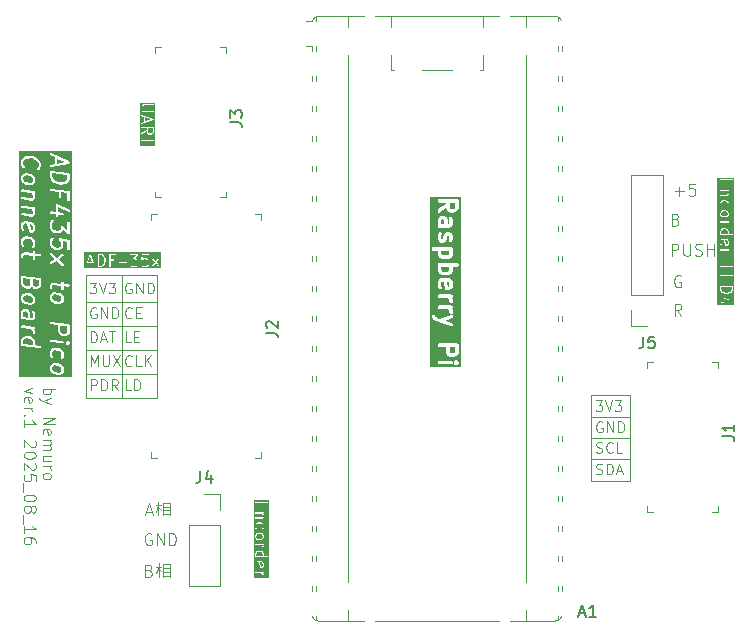
<source format=gbr>
%TF.GenerationSoftware,KiCad,Pcbnew,9.0.3*%
%TF.CreationDate,2025-08-16T20:23:22+09:00*%
%TF.ProjectId,ADF4351_with_raspberry_pi_pico,41444634-3335-4315-9f77-6974685f7261,rev?*%
%TF.SameCoordinates,Original*%
%TF.FileFunction,Legend,Top*%
%TF.FilePolarity,Positive*%
%FSLAX46Y46*%
G04 Gerber Fmt 4.6, Leading zero omitted, Abs format (unit mm)*
G04 Created by KiCad (PCBNEW 9.0.3) date 2025-08-16 20:23:22*
%MOMM*%
%LPD*%
G01*
G04 APERTURE LIST*
%ADD10C,0.100000*%
%ADD11C,0.200000*%
%ADD12C,0.112500*%
%ADD13C,0.300000*%
%ADD14C,0.150000*%
%ADD15C,0.120000*%
G04 APERTURE END LIST*
D10*
X89824724Y-101700684D02*
X90824724Y-101700684D01*
X90443772Y-101700684D02*
X90491391Y-101795922D01*
X90491391Y-101795922D02*
X90491391Y-101986398D01*
X90491391Y-101986398D02*
X90443772Y-102081636D01*
X90443772Y-102081636D02*
X90396153Y-102129255D01*
X90396153Y-102129255D02*
X90300915Y-102176874D01*
X90300915Y-102176874D02*
X90015201Y-102176874D01*
X90015201Y-102176874D02*
X89919963Y-102129255D01*
X89919963Y-102129255D02*
X89872344Y-102081636D01*
X89872344Y-102081636D02*
X89824724Y-101986398D01*
X89824724Y-101986398D02*
X89824724Y-101795922D01*
X89824724Y-101795922D02*
X89872344Y-101700684D01*
X90491391Y-102510208D02*
X89824724Y-102748303D01*
X90491391Y-102986398D02*
X89824724Y-102748303D01*
X89824724Y-102748303D02*
X89586629Y-102653065D01*
X89586629Y-102653065D02*
X89539010Y-102605446D01*
X89539010Y-102605446D02*
X89491391Y-102510208D01*
X89824724Y-104129256D02*
X90824724Y-104129256D01*
X90824724Y-104129256D02*
X89824724Y-104700684D01*
X89824724Y-104700684D02*
X90824724Y-104700684D01*
X89872344Y-105557827D02*
X89824724Y-105462589D01*
X89824724Y-105462589D02*
X89824724Y-105272113D01*
X89824724Y-105272113D02*
X89872344Y-105176875D01*
X89872344Y-105176875D02*
X89967582Y-105129256D01*
X89967582Y-105129256D02*
X90348534Y-105129256D01*
X90348534Y-105129256D02*
X90443772Y-105176875D01*
X90443772Y-105176875D02*
X90491391Y-105272113D01*
X90491391Y-105272113D02*
X90491391Y-105462589D01*
X90491391Y-105462589D02*
X90443772Y-105557827D01*
X90443772Y-105557827D02*
X90348534Y-105605446D01*
X90348534Y-105605446D02*
X90253296Y-105605446D01*
X90253296Y-105605446D02*
X90158058Y-105129256D01*
X89824724Y-106034018D02*
X90491391Y-106034018D01*
X90396153Y-106034018D02*
X90443772Y-106081637D01*
X90443772Y-106081637D02*
X90491391Y-106176875D01*
X90491391Y-106176875D02*
X90491391Y-106319732D01*
X90491391Y-106319732D02*
X90443772Y-106414970D01*
X90443772Y-106414970D02*
X90348534Y-106462589D01*
X90348534Y-106462589D02*
X89824724Y-106462589D01*
X90348534Y-106462589D02*
X90443772Y-106510208D01*
X90443772Y-106510208D02*
X90491391Y-106605446D01*
X90491391Y-106605446D02*
X90491391Y-106748303D01*
X90491391Y-106748303D02*
X90443772Y-106843542D01*
X90443772Y-106843542D02*
X90348534Y-106891161D01*
X90348534Y-106891161D02*
X89824724Y-106891161D01*
X90491391Y-107795922D02*
X89824724Y-107795922D01*
X90491391Y-107367351D02*
X89967582Y-107367351D01*
X89967582Y-107367351D02*
X89872344Y-107414970D01*
X89872344Y-107414970D02*
X89824724Y-107510208D01*
X89824724Y-107510208D02*
X89824724Y-107653065D01*
X89824724Y-107653065D02*
X89872344Y-107748303D01*
X89872344Y-107748303D02*
X89919963Y-107795922D01*
X89824724Y-108272113D02*
X90491391Y-108272113D01*
X90300915Y-108272113D02*
X90396153Y-108319732D01*
X90396153Y-108319732D02*
X90443772Y-108367351D01*
X90443772Y-108367351D02*
X90491391Y-108462589D01*
X90491391Y-108462589D02*
X90491391Y-108557827D01*
X89824724Y-109034018D02*
X89872344Y-108938780D01*
X89872344Y-108938780D02*
X89919963Y-108891161D01*
X89919963Y-108891161D02*
X90015201Y-108843542D01*
X90015201Y-108843542D02*
X90300915Y-108843542D01*
X90300915Y-108843542D02*
X90396153Y-108891161D01*
X90396153Y-108891161D02*
X90443772Y-108938780D01*
X90443772Y-108938780D02*
X90491391Y-109034018D01*
X90491391Y-109034018D02*
X90491391Y-109176875D01*
X90491391Y-109176875D02*
X90443772Y-109272113D01*
X90443772Y-109272113D02*
X90396153Y-109319732D01*
X90396153Y-109319732D02*
X90300915Y-109367351D01*
X90300915Y-109367351D02*
X90015201Y-109367351D01*
X90015201Y-109367351D02*
X89919963Y-109319732D01*
X89919963Y-109319732D02*
X89872344Y-109272113D01*
X89872344Y-109272113D02*
X89824724Y-109176875D01*
X89824724Y-109176875D02*
X89824724Y-109034018D01*
X88881447Y-101605446D02*
X88214780Y-101843541D01*
X88214780Y-101843541D02*
X88881447Y-102081636D01*
X88262400Y-102843541D02*
X88214780Y-102748303D01*
X88214780Y-102748303D02*
X88214780Y-102557827D01*
X88214780Y-102557827D02*
X88262400Y-102462589D01*
X88262400Y-102462589D02*
X88357638Y-102414970D01*
X88357638Y-102414970D02*
X88738590Y-102414970D01*
X88738590Y-102414970D02*
X88833828Y-102462589D01*
X88833828Y-102462589D02*
X88881447Y-102557827D01*
X88881447Y-102557827D02*
X88881447Y-102748303D01*
X88881447Y-102748303D02*
X88833828Y-102843541D01*
X88833828Y-102843541D02*
X88738590Y-102891160D01*
X88738590Y-102891160D02*
X88643352Y-102891160D01*
X88643352Y-102891160D02*
X88548114Y-102414970D01*
X88214780Y-103319732D02*
X88881447Y-103319732D01*
X88690971Y-103319732D02*
X88786209Y-103367351D01*
X88786209Y-103367351D02*
X88833828Y-103414970D01*
X88833828Y-103414970D02*
X88881447Y-103510208D01*
X88881447Y-103510208D02*
X88881447Y-103605446D01*
X88310019Y-103938780D02*
X88262400Y-103986399D01*
X88262400Y-103986399D02*
X88214780Y-103938780D01*
X88214780Y-103938780D02*
X88262400Y-103891161D01*
X88262400Y-103891161D02*
X88310019Y-103938780D01*
X88310019Y-103938780D02*
X88214780Y-103938780D01*
X88214780Y-104938779D02*
X88214780Y-104367351D01*
X88214780Y-104653065D02*
X89214780Y-104653065D01*
X89214780Y-104653065D02*
X89071923Y-104557827D01*
X89071923Y-104557827D02*
X88976685Y-104462589D01*
X88976685Y-104462589D02*
X88929066Y-104367351D01*
X89119542Y-106081637D02*
X89167161Y-106129256D01*
X89167161Y-106129256D02*
X89214780Y-106224494D01*
X89214780Y-106224494D02*
X89214780Y-106462589D01*
X89214780Y-106462589D02*
X89167161Y-106557827D01*
X89167161Y-106557827D02*
X89119542Y-106605446D01*
X89119542Y-106605446D02*
X89024304Y-106653065D01*
X89024304Y-106653065D02*
X88929066Y-106653065D01*
X88929066Y-106653065D02*
X88786209Y-106605446D01*
X88786209Y-106605446D02*
X88214780Y-106034018D01*
X88214780Y-106034018D02*
X88214780Y-106653065D01*
X89214780Y-107272113D02*
X89214780Y-107367351D01*
X89214780Y-107367351D02*
X89167161Y-107462589D01*
X89167161Y-107462589D02*
X89119542Y-107510208D01*
X89119542Y-107510208D02*
X89024304Y-107557827D01*
X89024304Y-107557827D02*
X88833828Y-107605446D01*
X88833828Y-107605446D02*
X88595733Y-107605446D01*
X88595733Y-107605446D02*
X88405257Y-107557827D01*
X88405257Y-107557827D02*
X88310019Y-107510208D01*
X88310019Y-107510208D02*
X88262400Y-107462589D01*
X88262400Y-107462589D02*
X88214780Y-107367351D01*
X88214780Y-107367351D02*
X88214780Y-107272113D01*
X88214780Y-107272113D02*
X88262400Y-107176875D01*
X88262400Y-107176875D02*
X88310019Y-107129256D01*
X88310019Y-107129256D02*
X88405257Y-107081637D01*
X88405257Y-107081637D02*
X88595733Y-107034018D01*
X88595733Y-107034018D02*
X88833828Y-107034018D01*
X88833828Y-107034018D02*
X89024304Y-107081637D01*
X89024304Y-107081637D02*
X89119542Y-107129256D01*
X89119542Y-107129256D02*
X89167161Y-107176875D01*
X89167161Y-107176875D02*
X89214780Y-107272113D01*
X89119542Y-107986399D02*
X89167161Y-108034018D01*
X89167161Y-108034018D02*
X89214780Y-108129256D01*
X89214780Y-108129256D02*
X89214780Y-108367351D01*
X89214780Y-108367351D02*
X89167161Y-108462589D01*
X89167161Y-108462589D02*
X89119542Y-108510208D01*
X89119542Y-108510208D02*
X89024304Y-108557827D01*
X89024304Y-108557827D02*
X88929066Y-108557827D01*
X88929066Y-108557827D02*
X88786209Y-108510208D01*
X88786209Y-108510208D02*
X88214780Y-107938780D01*
X88214780Y-107938780D02*
X88214780Y-108557827D01*
X89214780Y-109462589D02*
X89214780Y-108986399D01*
X89214780Y-108986399D02*
X88738590Y-108938780D01*
X88738590Y-108938780D02*
X88786209Y-108986399D01*
X88786209Y-108986399D02*
X88833828Y-109081637D01*
X88833828Y-109081637D02*
X88833828Y-109319732D01*
X88833828Y-109319732D02*
X88786209Y-109414970D01*
X88786209Y-109414970D02*
X88738590Y-109462589D01*
X88738590Y-109462589D02*
X88643352Y-109510208D01*
X88643352Y-109510208D02*
X88405257Y-109510208D01*
X88405257Y-109510208D02*
X88310019Y-109462589D01*
X88310019Y-109462589D02*
X88262400Y-109414970D01*
X88262400Y-109414970D02*
X88214780Y-109319732D01*
X88214780Y-109319732D02*
X88214780Y-109081637D01*
X88214780Y-109081637D02*
X88262400Y-108986399D01*
X88262400Y-108986399D02*
X88310019Y-108938780D01*
X88119542Y-109700685D02*
X88119542Y-110462589D01*
X89214780Y-110891161D02*
X89214780Y-110986399D01*
X89214780Y-110986399D02*
X89167161Y-111081637D01*
X89167161Y-111081637D02*
X89119542Y-111129256D01*
X89119542Y-111129256D02*
X89024304Y-111176875D01*
X89024304Y-111176875D02*
X88833828Y-111224494D01*
X88833828Y-111224494D02*
X88595733Y-111224494D01*
X88595733Y-111224494D02*
X88405257Y-111176875D01*
X88405257Y-111176875D02*
X88310019Y-111129256D01*
X88310019Y-111129256D02*
X88262400Y-111081637D01*
X88262400Y-111081637D02*
X88214780Y-110986399D01*
X88214780Y-110986399D02*
X88214780Y-110891161D01*
X88214780Y-110891161D02*
X88262400Y-110795923D01*
X88262400Y-110795923D02*
X88310019Y-110748304D01*
X88310019Y-110748304D02*
X88405257Y-110700685D01*
X88405257Y-110700685D02*
X88595733Y-110653066D01*
X88595733Y-110653066D02*
X88833828Y-110653066D01*
X88833828Y-110653066D02*
X89024304Y-110700685D01*
X89024304Y-110700685D02*
X89119542Y-110748304D01*
X89119542Y-110748304D02*
X89167161Y-110795923D01*
X89167161Y-110795923D02*
X89214780Y-110891161D01*
X88786209Y-111795923D02*
X88833828Y-111700685D01*
X88833828Y-111700685D02*
X88881447Y-111653066D01*
X88881447Y-111653066D02*
X88976685Y-111605447D01*
X88976685Y-111605447D02*
X89024304Y-111605447D01*
X89024304Y-111605447D02*
X89119542Y-111653066D01*
X89119542Y-111653066D02*
X89167161Y-111700685D01*
X89167161Y-111700685D02*
X89214780Y-111795923D01*
X89214780Y-111795923D02*
X89214780Y-111986399D01*
X89214780Y-111986399D02*
X89167161Y-112081637D01*
X89167161Y-112081637D02*
X89119542Y-112129256D01*
X89119542Y-112129256D02*
X89024304Y-112176875D01*
X89024304Y-112176875D02*
X88976685Y-112176875D01*
X88976685Y-112176875D02*
X88881447Y-112129256D01*
X88881447Y-112129256D02*
X88833828Y-112081637D01*
X88833828Y-112081637D02*
X88786209Y-111986399D01*
X88786209Y-111986399D02*
X88786209Y-111795923D01*
X88786209Y-111795923D02*
X88738590Y-111700685D01*
X88738590Y-111700685D02*
X88690971Y-111653066D01*
X88690971Y-111653066D02*
X88595733Y-111605447D01*
X88595733Y-111605447D02*
X88405257Y-111605447D01*
X88405257Y-111605447D02*
X88310019Y-111653066D01*
X88310019Y-111653066D02*
X88262400Y-111700685D01*
X88262400Y-111700685D02*
X88214780Y-111795923D01*
X88214780Y-111795923D02*
X88214780Y-111986399D01*
X88214780Y-111986399D02*
X88262400Y-112081637D01*
X88262400Y-112081637D02*
X88310019Y-112129256D01*
X88310019Y-112129256D02*
X88405257Y-112176875D01*
X88405257Y-112176875D02*
X88595733Y-112176875D01*
X88595733Y-112176875D02*
X88690971Y-112129256D01*
X88690971Y-112129256D02*
X88738590Y-112081637D01*
X88738590Y-112081637D02*
X88786209Y-111986399D01*
X88119542Y-112367352D02*
X88119542Y-113129256D01*
X88214780Y-113891161D02*
X88214780Y-113319733D01*
X88214780Y-113605447D02*
X89214780Y-113605447D01*
X89214780Y-113605447D02*
X89071923Y-113510209D01*
X89071923Y-113510209D02*
X88976685Y-113414971D01*
X88976685Y-113414971D02*
X88929066Y-113319733D01*
X89214780Y-114748304D02*
X89214780Y-114557828D01*
X89214780Y-114557828D02*
X89167161Y-114462590D01*
X89167161Y-114462590D02*
X89119542Y-114414971D01*
X89119542Y-114414971D02*
X88976685Y-114319733D01*
X88976685Y-114319733D02*
X88786209Y-114272114D01*
X88786209Y-114272114D02*
X88405257Y-114272114D01*
X88405257Y-114272114D02*
X88310019Y-114319733D01*
X88310019Y-114319733D02*
X88262400Y-114367352D01*
X88262400Y-114367352D02*
X88214780Y-114462590D01*
X88214780Y-114462590D02*
X88214780Y-114653066D01*
X88214780Y-114653066D02*
X88262400Y-114748304D01*
X88262400Y-114748304D02*
X88310019Y-114795923D01*
X88310019Y-114795923D02*
X88405257Y-114843542D01*
X88405257Y-114843542D02*
X88643352Y-114843542D01*
X88643352Y-114843542D02*
X88738590Y-114795923D01*
X88738590Y-114795923D02*
X88786209Y-114748304D01*
X88786209Y-114748304D02*
X88833828Y-114653066D01*
X88833828Y-114653066D02*
X88833828Y-114462590D01*
X88833828Y-114462590D02*
X88786209Y-114367352D01*
X88786209Y-114367352D02*
X88738590Y-114319733D01*
X88738590Y-114319733D02*
X88643352Y-114272114D01*
D11*
G36*
X91172879Y-99750367D02*
G01*
X91284840Y-99820343D01*
X91337123Y-99879162D01*
X91392887Y-99997659D01*
X91392887Y-100164590D01*
X91341835Y-100260312D01*
X91297876Y-100298776D01*
X91195129Y-100337306D01*
X90812894Y-100289527D01*
X90700933Y-100219551D01*
X90648650Y-100160732D01*
X90592887Y-100042235D01*
X90592887Y-99875304D01*
X90643939Y-99779582D01*
X90687897Y-99741118D01*
X90790644Y-99702588D01*
X91172879Y-99750367D01*
G37*
G36*
X88757963Y-97464654D02*
G01*
X88869924Y-97534630D01*
X88922207Y-97593449D01*
X88977971Y-97711946D01*
X88977971Y-97950306D01*
X88950681Y-98001473D01*
X88216437Y-97909692D01*
X88177971Y-97827951D01*
X88177971Y-97589591D01*
X88229023Y-97493869D01*
X88272981Y-97455405D01*
X88375728Y-97416875D01*
X88757963Y-97464654D01*
G37*
G36*
X91892887Y-96411797D02*
G01*
X91892887Y-96869947D01*
X91841835Y-96965669D01*
X91797876Y-97004133D01*
X91695129Y-97042663D01*
X91527180Y-97021670D01*
X91415219Y-96951694D01*
X91362933Y-96892872D01*
X91307173Y-96774379D01*
X91307173Y-96338583D01*
X91892887Y-96411797D01*
G37*
G36*
X88400820Y-95134297D02*
G01*
X88500018Y-95196296D01*
X88549400Y-95301232D01*
X88549400Y-95636020D01*
X88551321Y-95655529D01*
X88552236Y-95657738D01*
X88552349Y-95660129D01*
X88554522Y-95666239D01*
X88216437Y-95623978D01*
X88177971Y-95542237D01*
X88177971Y-95232448D01*
X88219866Y-95153895D01*
X88304300Y-95122232D01*
X88400820Y-95134297D01*
G37*
G36*
X88757963Y-93821797D02*
G01*
X88869924Y-93891773D01*
X88922207Y-93950592D01*
X88977971Y-94069089D01*
X88977971Y-94236020D01*
X88926919Y-94331742D01*
X88882960Y-94370206D01*
X88780213Y-94408736D01*
X88397978Y-94360957D01*
X88286017Y-94290981D01*
X88233734Y-94232162D01*
X88177971Y-94113665D01*
X88177971Y-93946734D01*
X88229023Y-93851012D01*
X88272981Y-93812548D01*
X88375728Y-93774018D01*
X88757963Y-93821797D01*
G37*
G36*
X91172879Y-93750367D02*
G01*
X91284840Y-93820343D01*
X91337123Y-93879162D01*
X91392887Y-93997659D01*
X91392887Y-94164590D01*
X91341835Y-94260312D01*
X91297876Y-94298776D01*
X91195129Y-94337306D01*
X90812894Y-94289527D01*
X90700933Y-94219551D01*
X90648650Y-94160732D01*
X90592887Y-94042235D01*
X90592887Y-93875304D01*
X90643939Y-93779582D01*
X90687897Y-93741118D01*
X90790644Y-93702588D01*
X91172879Y-93750367D01*
G37*
G36*
X89477971Y-92483227D02*
G01*
X89477971Y-92869949D01*
X89426919Y-92965670D01*
X89382960Y-93004134D01*
X89280213Y-93042665D01*
X89183693Y-93030600D01*
X89071731Y-92960624D01*
X89019448Y-92901805D01*
X88963685Y-92783308D01*
X88963685Y-92418941D01*
X89477971Y-92483227D01*
G37*
G36*
X88763685Y-92393941D02*
G01*
X88763685Y-92788767D01*
X88706497Y-92953182D01*
X88668674Y-92986277D01*
X88565927Y-93024807D01*
X88397978Y-93003814D01*
X88286017Y-92933838D01*
X88233734Y-92875019D01*
X88177971Y-92756522D01*
X88177971Y-92320727D01*
X88763685Y-92393941D01*
G37*
G36*
X88829392Y-87759298D02*
G01*
X88928589Y-87821296D01*
X88977971Y-87926232D01*
X88977971Y-88164592D01*
X88936075Y-88243145D01*
X88851642Y-88274808D01*
X88805105Y-88268991D01*
X88702559Y-87743444D01*
X88829392Y-87759298D01*
G37*
G36*
X88757963Y-83678940D02*
G01*
X88869924Y-83748916D01*
X88922207Y-83807735D01*
X88977971Y-83926232D01*
X88977971Y-84093163D01*
X88926919Y-84188885D01*
X88882960Y-84227349D01*
X88780213Y-84265879D01*
X88397978Y-84218100D01*
X88286017Y-84148124D01*
X88233734Y-84089305D01*
X88177971Y-83970808D01*
X88177971Y-83803877D01*
X88229023Y-83708155D01*
X88272981Y-83669691D01*
X88375728Y-83631161D01*
X88757963Y-83678940D01*
G37*
G36*
X91892887Y-83626084D02*
G01*
X91892887Y-83878053D01*
X91835698Y-84042468D01*
X91726447Y-84138063D01*
X91611657Y-84181109D01*
X91350029Y-84213813D01*
X91159831Y-84190038D01*
X90894530Y-84090550D01*
X90772364Y-84014196D01*
X90653110Y-83880037D01*
X90592887Y-83691839D01*
X90592887Y-83463584D01*
X91892887Y-83626084D01*
G37*
G36*
X91674662Y-82501955D02*
G01*
X91021458Y-82638040D01*
X91021458Y-82202570D01*
X91674662Y-82501955D01*
G37*
G36*
X92329717Y-100705998D02*
G01*
X87811304Y-100705998D01*
X87811304Y-99850305D01*
X90392887Y-99850305D01*
X90392887Y-100064590D01*
X90394808Y-100084099D01*
X90395723Y-100086308D01*
X90395836Y-100088700D01*
X90402405Y-100107170D01*
X90473834Y-100258956D01*
X90477276Y-100264724D01*
X90478050Y-100266955D01*
X90481162Y-100271236D01*
X90483879Y-100275790D01*
X90485627Y-100277381D01*
X90489575Y-100282812D01*
X90561003Y-100363169D01*
X90565855Y-100367653D01*
X90567218Y-100369564D01*
X90571468Y-100372840D01*
X90575400Y-100376474D01*
X90577506Y-100377495D01*
X90582744Y-100381533D01*
X90725601Y-100470819D01*
X90743163Y-100479530D01*
X90745244Y-100479878D01*
X90747078Y-100480921D01*
X90766198Y-100485247D01*
X91194769Y-100538818D01*
X91214366Y-100539331D01*
X91218774Y-100538118D01*
X91223344Y-100538274D01*
X91242285Y-100533223D01*
X91385142Y-100479652D01*
X91397989Y-100473335D01*
X91399934Y-100472678D01*
X91401270Y-100471722D01*
X91402734Y-100471003D01*
X91404224Y-100469610D01*
X91415881Y-100461276D01*
X91487309Y-100398776D01*
X91497289Y-100388144D01*
X91498818Y-100386888D01*
X91499673Y-100385605D01*
X91500726Y-100384484D01*
X91501601Y-100382712D01*
X91509693Y-100370578D01*
X91581122Y-100236649D01*
X91588608Y-100218531D01*
X91589085Y-100213639D01*
X91590966Y-100209099D01*
X91592887Y-100189590D01*
X91592887Y-99975305D01*
X91590966Y-99955796D01*
X91590050Y-99953586D01*
X91589938Y-99951195D01*
X91583369Y-99932725D01*
X91511940Y-99780939D01*
X91508499Y-99775172D01*
X91507725Y-99772941D01*
X91504610Y-99768656D01*
X91501895Y-99764105D01*
X91500146Y-99762513D01*
X91496199Y-99757083D01*
X91424771Y-99676726D01*
X91419918Y-99672241D01*
X91418556Y-99670331D01*
X91414305Y-99667054D01*
X91410374Y-99663421D01*
X91408267Y-99662399D01*
X91403030Y-99658362D01*
X91260173Y-99569076D01*
X91242611Y-99560365D01*
X91240529Y-99560016D01*
X91238696Y-99558974D01*
X91219576Y-99554648D01*
X90791004Y-99501077D01*
X90771408Y-99500564D01*
X90766999Y-99501776D01*
X90762430Y-99501621D01*
X90743489Y-99506672D01*
X90600632Y-99560243D01*
X90587782Y-99566560D01*
X90585841Y-99567217D01*
X90584506Y-99568170D01*
X90583040Y-99568892D01*
X90581547Y-99570286D01*
X90569894Y-99578618D01*
X90498465Y-99641119D01*
X90488481Y-99651754D01*
X90486956Y-99653008D01*
X90486103Y-99654287D01*
X90485048Y-99655411D01*
X90484170Y-99657185D01*
X90476081Y-99669317D01*
X90404652Y-99803246D01*
X90397166Y-99821364D01*
X90396688Y-99826255D01*
X90394808Y-99830796D01*
X90392887Y-99850305D01*
X87811304Y-99850305D01*
X87811304Y-98564591D01*
X90392887Y-98564591D01*
X90392887Y-98850305D01*
X90394808Y-98869814D01*
X90395723Y-98872023D01*
X90395836Y-98874415D01*
X90402405Y-98892885D01*
X90473834Y-99044671D01*
X90483879Y-99061505D01*
X90512739Y-99087764D01*
X90549451Y-99100980D01*
X90588426Y-99099141D01*
X90623730Y-99082528D01*
X90649989Y-99053668D01*
X90663205Y-99016956D01*
X90661367Y-98977981D01*
X90654798Y-98959511D01*
X90592887Y-98827950D01*
X90592887Y-98589590D01*
X90643939Y-98493868D01*
X90687897Y-98455404D01*
X90790644Y-98416874D01*
X91172879Y-98464653D01*
X91284840Y-98534629D01*
X91337123Y-98593448D01*
X91392887Y-98711945D01*
X91392887Y-98950305D01*
X91333223Y-99062174D01*
X91325737Y-99080292D01*
X91321948Y-99119125D01*
X91333309Y-99156453D01*
X91358089Y-99186592D01*
X91392517Y-99204954D01*
X91431350Y-99208743D01*
X91468678Y-99197382D01*
X91498817Y-99172602D01*
X91509693Y-99156292D01*
X91581122Y-99022365D01*
X91588608Y-99004247D01*
X91589085Y-98999354D01*
X91590966Y-98994814D01*
X91592887Y-98975305D01*
X91592887Y-98689591D01*
X91590966Y-98670082D01*
X91590050Y-98667872D01*
X91589938Y-98665481D01*
X91583369Y-98647011D01*
X91511940Y-98495225D01*
X91508499Y-98489458D01*
X91507725Y-98487227D01*
X91504610Y-98482942D01*
X91501895Y-98478391D01*
X91500146Y-98476799D01*
X91496199Y-98471369D01*
X91424771Y-98391012D01*
X91419918Y-98386527D01*
X91418556Y-98384617D01*
X91414305Y-98381340D01*
X91410374Y-98377707D01*
X91408267Y-98376685D01*
X91403030Y-98372648D01*
X91260173Y-98283362D01*
X91242611Y-98274651D01*
X91240529Y-98274302D01*
X91238696Y-98273260D01*
X91219576Y-98268934D01*
X90791004Y-98215363D01*
X90771408Y-98214850D01*
X90766999Y-98216062D01*
X90762430Y-98215907D01*
X90743489Y-98220958D01*
X90600632Y-98274529D01*
X90587782Y-98280846D01*
X90585841Y-98281503D01*
X90584506Y-98282456D01*
X90583040Y-98283178D01*
X90581547Y-98284572D01*
X90569894Y-98292904D01*
X90498465Y-98355405D01*
X90488481Y-98366040D01*
X90486956Y-98367294D01*
X90486103Y-98368573D01*
X90485048Y-98369697D01*
X90484170Y-98371471D01*
X90476081Y-98383603D01*
X90404652Y-98517532D01*
X90397166Y-98535650D01*
X90396688Y-98540541D01*
X90394808Y-98545082D01*
X90392887Y-98564591D01*
X87811304Y-98564591D01*
X87811304Y-97564592D01*
X87977971Y-97564592D01*
X87977971Y-97850306D01*
X87979892Y-97869815D01*
X87980807Y-97872024D01*
X87980920Y-97874416D01*
X87987489Y-97892886D01*
X88003473Y-97926853D01*
X88002357Y-97927722D01*
X87983069Y-97961639D01*
X87978230Y-98000356D01*
X87988575Y-98037978D01*
X88012530Y-98068777D01*
X88046447Y-98088065D01*
X88065568Y-98092391D01*
X89565567Y-98279891D01*
X89585164Y-98280404D01*
X89622786Y-98270059D01*
X89653585Y-98246104D01*
X89672873Y-98212187D01*
X89677712Y-98173470D01*
X89667367Y-98135848D01*
X89643412Y-98105049D01*
X89609494Y-98085761D01*
X89590374Y-98081435D01*
X89163181Y-98028035D01*
X89166206Y-98022366D01*
X89173692Y-98004248D01*
X89174169Y-97999355D01*
X89176050Y-97994815D01*
X89177971Y-97975306D01*
X89177971Y-97689592D01*
X89176050Y-97670083D01*
X89175134Y-97667873D01*
X89175022Y-97665482D01*
X89168453Y-97647012D01*
X89166665Y-97643212D01*
X90393146Y-97643212D01*
X90403491Y-97680834D01*
X90427446Y-97711633D01*
X90461363Y-97730921D01*
X90480484Y-97735247D01*
X91480483Y-97860247D01*
X91500080Y-97860760D01*
X91537702Y-97850415D01*
X91568501Y-97826460D01*
X91576238Y-97812855D01*
X91750289Y-97812855D01*
X91751065Y-97815680D01*
X91750871Y-97818604D01*
X91750998Y-97818980D01*
X91750975Y-97819378D01*
X91756315Y-97834770D01*
X91760634Y-97850477D01*
X91762431Y-97852788D01*
X91763371Y-97855566D01*
X91763634Y-97855866D01*
X91763764Y-97856241D01*
X91775289Y-97872098D01*
X91846717Y-97952455D01*
X91860036Y-97964763D01*
X91860493Y-97965286D01*
X91860725Y-97965401D01*
X91861114Y-97965760D01*
X91878332Y-97974108D01*
X91895468Y-97982583D01*
X91895865Y-97982609D01*
X91896223Y-97982783D01*
X91915316Y-97983906D01*
X91934399Y-97985178D01*
X91934775Y-97985050D01*
X91935174Y-97985074D01*
X91953302Y-97978785D01*
X91971361Y-97972678D01*
X91971788Y-97972372D01*
X91972037Y-97972286D01*
X91972561Y-97971819D01*
X91987308Y-97961277D01*
X92058737Y-97898777D01*
X92066470Y-97890539D01*
X92068501Y-97888960D01*
X92069343Y-97887479D01*
X92072154Y-97884485D01*
X92072331Y-97884125D01*
X92072628Y-97883862D01*
X92079730Y-97869213D01*
X92087789Y-97855043D01*
X92088152Y-97852131D01*
X92089450Y-97849509D01*
X92089476Y-97849113D01*
X92089651Y-97848753D01*
X92090606Y-97832502D01*
X92092629Y-97816326D01*
X92091851Y-97813497D01*
X92092046Y-97810578D01*
X92091918Y-97810201D01*
X92091942Y-97809802D01*
X92086602Y-97794411D01*
X92082283Y-97778704D01*
X92080484Y-97776392D01*
X92079546Y-97773616D01*
X92079283Y-97773316D01*
X92079153Y-97772939D01*
X92067627Y-97757082D01*
X91996199Y-97676725D01*
X91982879Y-97664416D01*
X91982423Y-97663894D01*
X91982190Y-97663779D01*
X91981802Y-97663420D01*
X91964605Y-97655082D01*
X91947448Y-97646598D01*
X91947049Y-97646571D01*
X91946692Y-97646398D01*
X91927598Y-97645274D01*
X91908516Y-97644003D01*
X91908139Y-97644130D01*
X91907742Y-97644107D01*
X91889689Y-97650370D01*
X91871555Y-97656503D01*
X91871124Y-97656810D01*
X91870879Y-97656896D01*
X91870359Y-97657357D01*
X91855608Y-97667904D01*
X91784179Y-97730405D01*
X91776446Y-97738641D01*
X91774416Y-97740221D01*
X91773574Y-97741701D01*
X91770762Y-97744697D01*
X91770585Y-97745054D01*
X91770289Y-97745318D01*
X91763181Y-97759977D01*
X91755128Y-97774139D01*
X91754764Y-97777045D01*
X91753466Y-97779672D01*
X91753439Y-97780069D01*
X91753266Y-97780427D01*
X91752309Y-97796689D01*
X91750289Y-97812855D01*
X91576238Y-97812855D01*
X91587789Y-97792543D01*
X91592628Y-97753826D01*
X91582283Y-97716204D01*
X91558328Y-97685405D01*
X91524410Y-97666117D01*
X91505290Y-97661791D01*
X90505290Y-97536791D01*
X90485694Y-97536278D01*
X90448072Y-97546623D01*
X90417273Y-97570578D01*
X90397985Y-97604495D01*
X90393146Y-97643212D01*
X89166665Y-97643212D01*
X89097024Y-97495226D01*
X89093583Y-97489459D01*
X89092809Y-97487228D01*
X89089694Y-97482943D01*
X89086979Y-97478392D01*
X89085230Y-97476800D01*
X89081283Y-97471370D01*
X89009855Y-97391013D01*
X89005002Y-97386528D01*
X89003640Y-97384618D01*
X88999389Y-97381341D01*
X88995458Y-97377708D01*
X88993351Y-97376686D01*
X88988114Y-97372649D01*
X88845257Y-97283363D01*
X88827695Y-97274652D01*
X88825613Y-97274303D01*
X88823780Y-97273261D01*
X88804660Y-97268935D01*
X88376088Y-97215364D01*
X88356492Y-97214851D01*
X88352083Y-97216063D01*
X88347514Y-97215908D01*
X88328573Y-97220959D01*
X88185716Y-97274530D01*
X88172866Y-97280847D01*
X88170925Y-97281504D01*
X88169590Y-97282457D01*
X88168124Y-97283179D01*
X88166631Y-97284573D01*
X88154978Y-97292905D01*
X88083549Y-97355406D01*
X88073565Y-97366041D01*
X88072040Y-97367295D01*
X88071187Y-97368574D01*
X88070132Y-97369698D01*
X88069254Y-97371472D01*
X88061165Y-97383604D01*
X87989736Y-97517533D01*
X87982250Y-97535651D01*
X87981772Y-97540542D01*
X87979892Y-97545083D01*
X87977971Y-97564592D01*
X87811304Y-97564592D01*
X87811304Y-96428928D01*
X87978230Y-96428928D01*
X87988575Y-96466550D01*
X88012530Y-96497349D01*
X88046447Y-96516637D01*
X88065568Y-96520963D01*
X88757963Y-96607512D01*
X88869924Y-96677487D01*
X88922207Y-96736306D01*
X88977971Y-96854803D01*
X88977971Y-96975306D01*
X88979892Y-96994815D01*
X88994824Y-97030863D01*
X89022414Y-97058453D01*
X89058462Y-97073385D01*
X89097480Y-97073385D01*
X89133528Y-97058453D01*
X89161118Y-97030863D01*
X89176050Y-96994815D01*
X89177971Y-96975306D01*
X89177971Y-96832449D01*
X89176050Y-96812940D01*
X89175134Y-96810730D01*
X89175022Y-96808339D01*
X89168453Y-96789869D01*
X89099162Y-96642626D01*
X89122786Y-96636131D01*
X89153585Y-96612176D01*
X89172873Y-96578259D01*
X89177712Y-96539542D01*
X89167367Y-96501920D01*
X89143412Y-96471121D01*
X89109494Y-96451833D01*
X89090374Y-96447507D01*
X88090374Y-96322507D01*
X88070778Y-96321994D01*
X88033156Y-96332339D01*
X88002357Y-96356294D01*
X87983069Y-96390211D01*
X87978230Y-96428928D01*
X87811304Y-96428928D01*
X87811304Y-96143212D01*
X90393146Y-96143212D01*
X90403491Y-96180834D01*
X90427446Y-96211633D01*
X90461363Y-96230921D01*
X90480484Y-96235247D01*
X91107173Y-96313583D01*
X91107173Y-96796733D01*
X91109094Y-96816242D01*
X91110009Y-96818451D01*
X91110122Y-96820842D01*
X91116691Y-96839312D01*
X91188119Y-96991099D01*
X91191561Y-96996867D01*
X91192335Y-96999098D01*
X91195448Y-97003381D01*
X91198164Y-97007933D01*
X91199911Y-97009523D01*
X91203860Y-97014956D01*
X91275289Y-97095312D01*
X91280141Y-97099796D01*
X91281504Y-97101707D01*
X91285754Y-97104983D01*
X91289686Y-97108617D01*
X91291792Y-97109638D01*
X91297030Y-97113676D01*
X91439887Y-97202962D01*
X91457449Y-97211673D01*
X91459530Y-97212021D01*
X91461364Y-97213064D01*
X91480484Y-97217390D01*
X91694770Y-97244175D01*
X91714367Y-97244688D01*
X91718775Y-97243475D01*
X91723344Y-97243631D01*
X91742285Y-97238580D01*
X91885142Y-97185009D01*
X91897989Y-97178692D01*
X91899934Y-97178035D01*
X91901270Y-97177079D01*
X91902734Y-97176360D01*
X91904224Y-97174967D01*
X91915881Y-97166633D01*
X91987309Y-97104133D01*
X91997289Y-97093501D01*
X91998818Y-97092245D01*
X91999673Y-97090962D01*
X92000726Y-97089841D01*
X92001601Y-97088069D01*
X92009693Y-97075935D01*
X92081122Y-96942006D01*
X92088608Y-96923888D01*
X92089085Y-96918996D01*
X92090966Y-96914456D01*
X92092887Y-96894947D01*
X92092887Y-96323519D01*
X92092376Y-96318336D01*
X92092628Y-96316326D01*
X92091928Y-96313780D01*
X92090966Y-96304010D01*
X92085836Y-96291625D01*
X92082283Y-96278704D01*
X92078433Y-96273754D01*
X92076034Y-96267962D01*
X92066556Y-96258484D01*
X92058328Y-96247905D01*
X92052877Y-96244805D01*
X92048444Y-96240372D01*
X92036061Y-96235242D01*
X92024410Y-96228617D01*
X92014836Y-96226450D01*
X92012396Y-96225440D01*
X92010368Y-96225440D01*
X92005290Y-96224291D01*
X90505290Y-96036791D01*
X90485694Y-96036278D01*
X90448072Y-96046623D01*
X90417273Y-96070578D01*
X90397985Y-96104495D01*
X90393146Y-96143212D01*
X87811304Y-96143212D01*
X87811304Y-95207449D01*
X87977971Y-95207449D01*
X87977971Y-95564592D01*
X87979892Y-95584101D01*
X87980807Y-95586310D01*
X87980920Y-95588702D01*
X87987489Y-95607172D01*
X88003473Y-95641139D01*
X88002357Y-95642008D01*
X87983069Y-95675925D01*
X87978230Y-95714642D01*
X87988575Y-95752264D01*
X88012530Y-95783063D01*
X88046447Y-95802351D01*
X88065568Y-95806677D01*
X88851282Y-95904891D01*
X88870879Y-95905404D01*
X88875287Y-95904191D01*
X88879856Y-95904347D01*
X88898797Y-95899296D01*
X89041654Y-95845725D01*
X89051259Y-95841002D01*
X89053762Y-95840241D01*
X89055180Y-95839074D01*
X89059246Y-95837076D01*
X89071224Y-95825883D01*
X89083902Y-95815461D01*
X89086416Y-95811689D01*
X89087756Y-95810438D01*
X89088837Y-95808059D01*
X89094777Y-95799151D01*
X89166206Y-95665222D01*
X89173692Y-95647104D01*
X89174169Y-95642212D01*
X89176050Y-95637672D01*
X89177971Y-95618163D01*
X89177971Y-95332449D01*
X89176050Y-95312940D01*
X89175134Y-95310730D01*
X89175022Y-95308339D01*
X89168453Y-95289869D01*
X89097024Y-95138083D01*
X89086979Y-95121249D01*
X89058119Y-95094990D01*
X89021407Y-95081774D01*
X88982432Y-95083612D01*
X88947128Y-95100226D01*
X88920869Y-95129086D01*
X88907653Y-95165798D01*
X88909491Y-95204773D01*
X88916060Y-95223243D01*
X88977971Y-95354803D01*
X88977971Y-95593163D01*
X88936075Y-95671716D01*
X88851642Y-95703379D01*
X88787865Y-95695407D01*
X88749400Y-95613666D01*
X88749400Y-95278878D01*
X88747479Y-95259369D01*
X88746563Y-95257159D01*
X88746451Y-95254768D01*
X88739882Y-95236298D01*
X88668453Y-95084512D01*
X88658408Y-95067678D01*
X88651735Y-95061606D01*
X88646497Y-95054261D01*
X88630971Y-95042292D01*
X88488114Y-94953006D01*
X88470552Y-94944295D01*
X88468471Y-94943946D01*
X88466638Y-94942904D01*
X88447518Y-94938578D01*
X88304660Y-94920721D01*
X88285064Y-94920208D01*
X88280655Y-94921420D01*
X88276086Y-94921265D01*
X88257145Y-94926316D01*
X88114288Y-94979887D01*
X88104684Y-94984608D01*
X88102179Y-94985371D01*
X88100759Y-94986538D01*
X88096696Y-94988536D01*
X88084714Y-94999730D01*
X88072040Y-95010152D01*
X88069526Y-95013921D01*
X88068186Y-95015174D01*
X88067103Y-95017554D01*
X88061165Y-95026461D01*
X87989736Y-95160390D01*
X87982250Y-95178508D01*
X87981772Y-95183399D01*
X87979892Y-95187940D01*
X87977971Y-95207449D01*
X87811304Y-95207449D01*
X87811304Y-93921735D01*
X87977971Y-93921735D01*
X87977971Y-94136020D01*
X87979892Y-94155529D01*
X87980807Y-94157738D01*
X87980920Y-94160130D01*
X87987489Y-94178600D01*
X88058918Y-94330386D01*
X88062360Y-94336154D01*
X88063134Y-94338385D01*
X88066246Y-94342666D01*
X88068963Y-94347220D01*
X88070711Y-94348811D01*
X88074659Y-94354242D01*
X88146087Y-94434599D01*
X88150939Y-94439083D01*
X88152302Y-94440994D01*
X88156552Y-94444270D01*
X88160484Y-94447904D01*
X88162590Y-94448925D01*
X88167828Y-94452963D01*
X88310685Y-94542249D01*
X88328247Y-94550960D01*
X88330328Y-94551308D01*
X88332162Y-94552351D01*
X88351282Y-94556677D01*
X88779853Y-94610248D01*
X88799450Y-94610761D01*
X88803858Y-94609548D01*
X88808428Y-94609704D01*
X88827369Y-94604653D01*
X88970226Y-94551082D01*
X88983073Y-94544765D01*
X88985018Y-94544108D01*
X88986354Y-94543152D01*
X88987818Y-94542433D01*
X88989308Y-94541040D01*
X89000965Y-94532706D01*
X89072393Y-94470206D01*
X89082373Y-94459574D01*
X89083902Y-94458318D01*
X89084757Y-94457035D01*
X89085810Y-94455914D01*
X89086685Y-94454142D01*
X89094777Y-94442008D01*
X89166206Y-94308079D01*
X89173692Y-94289961D01*
X89174169Y-94285069D01*
X89176050Y-94280529D01*
X89177971Y-94261020D01*
X89177971Y-94046735D01*
X89176050Y-94027226D01*
X89175134Y-94025016D01*
X89175022Y-94022625D01*
X89168453Y-94004155D01*
X89097024Y-93852369D01*
X89095792Y-93850305D01*
X90392887Y-93850305D01*
X90392887Y-94064590D01*
X90394808Y-94084099D01*
X90395723Y-94086308D01*
X90395836Y-94088700D01*
X90402405Y-94107170D01*
X90473834Y-94258956D01*
X90477276Y-94264724D01*
X90478050Y-94266955D01*
X90481162Y-94271236D01*
X90483879Y-94275790D01*
X90485627Y-94277381D01*
X90489575Y-94282812D01*
X90561003Y-94363169D01*
X90565855Y-94367653D01*
X90567218Y-94369564D01*
X90571468Y-94372840D01*
X90575400Y-94376474D01*
X90577506Y-94377495D01*
X90582744Y-94381533D01*
X90725601Y-94470819D01*
X90743163Y-94479530D01*
X90745244Y-94479878D01*
X90747078Y-94480921D01*
X90766198Y-94485247D01*
X91194769Y-94538818D01*
X91214366Y-94539331D01*
X91218774Y-94538118D01*
X91223344Y-94538274D01*
X91242285Y-94533223D01*
X91385142Y-94479652D01*
X91397989Y-94473335D01*
X91399934Y-94472678D01*
X91401270Y-94471722D01*
X91402734Y-94471003D01*
X91404224Y-94469610D01*
X91415881Y-94461276D01*
X91487309Y-94398776D01*
X91497289Y-94388144D01*
X91498818Y-94386888D01*
X91499673Y-94385605D01*
X91500726Y-94384484D01*
X91501601Y-94382712D01*
X91509693Y-94370578D01*
X91581122Y-94236649D01*
X91588608Y-94218531D01*
X91589085Y-94213639D01*
X91590966Y-94209099D01*
X91592887Y-94189590D01*
X91592887Y-93975305D01*
X91590966Y-93955796D01*
X91590050Y-93953586D01*
X91589938Y-93951195D01*
X91583369Y-93932725D01*
X91511940Y-93780939D01*
X91508499Y-93775172D01*
X91507725Y-93772941D01*
X91504610Y-93768656D01*
X91501895Y-93764105D01*
X91500146Y-93762513D01*
X91496199Y-93757083D01*
X91424771Y-93676726D01*
X91419918Y-93672241D01*
X91418556Y-93670331D01*
X91414305Y-93667054D01*
X91410374Y-93663421D01*
X91408267Y-93662399D01*
X91403030Y-93658362D01*
X91260173Y-93569076D01*
X91242611Y-93560365D01*
X91240529Y-93560016D01*
X91238696Y-93558974D01*
X91219576Y-93554648D01*
X90791004Y-93501077D01*
X90771408Y-93500564D01*
X90766999Y-93501776D01*
X90762430Y-93501621D01*
X90743489Y-93506672D01*
X90600632Y-93560243D01*
X90587782Y-93566560D01*
X90585841Y-93567217D01*
X90584506Y-93568170D01*
X90583040Y-93568892D01*
X90581547Y-93570286D01*
X90569894Y-93578618D01*
X90498465Y-93641119D01*
X90488481Y-93651754D01*
X90486956Y-93653008D01*
X90486103Y-93654287D01*
X90485048Y-93655411D01*
X90484170Y-93657185D01*
X90476081Y-93669317D01*
X90404652Y-93803246D01*
X90397166Y-93821364D01*
X90396688Y-93826255D01*
X90394808Y-93830796D01*
X90392887Y-93850305D01*
X89095792Y-93850305D01*
X89093583Y-93846602D01*
X89092809Y-93844371D01*
X89089694Y-93840086D01*
X89086979Y-93835535D01*
X89085230Y-93833943D01*
X89081283Y-93828513D01*
X89009855Y-93748156D01*
X89005002Y-93743671D01*
X89003640Y-93741761D01*
X88999389Y-93738484D01*
X88995458Y-93734851D01*
X88993351Y-93733829D01*
X88988114Y-93729792D01*
X88845257Y-93640506D01*
X88827695Y-93631795D01*
X88825613Y-93631446D01*
X88823780Y-93630404D01*
X88804660Y-93626078D01*
X88376088Y-93572507D01*
X88356492Y-93571994D01*
X88352083Y-93573206D01*
X88347514Y-93573051D01*
X88328573Y-93578102D01*
X88185716Y-93631673D01*
X88172866Y-93637990D01*
X88170925Y-93638647D01*
X88169590Y-93639600D01*
X88168124Y-93640322D01*
X88166631Y-93641716D01*
X88154978Y-93650048D01*
X88083549Y-93712549D01*
X88073565Y-93723184D01*
X88072040Y-93724438D01*
X88071187Y-93725717D01*
X88070132Y-93726841D01*
X88069254Y-93728615D01*
X88061165Y-93740747D01*
X87989736Y-93874676D01*
X87982250Y-93892794D01*
X87981772Y-93897685D01*
X87979892Y-93902226D01*
X87977971Y-93921735D01*
X87811304Y-93921735D01*
X87811304Y-92207449D01*
X87977971Y-92207449D01*
X87977971Y-92778877D01*
X87979892Y-92798386D01*
X87980807Y-92800595D01*
X87980920Y-92802987D01*
X87987489Y-92821457D01*
X88058918Y-92973243D01*
X88062360Y-92979011D01*
X88063134Y-92981242D01*
X88066246Y-92985523D01*
X88068963Y-92990077D01*
X88070711Y-92991668D01*
X88074659Y-92997099D01*
X88146087Y-93077456D01*
X88150939Y-93081940D01*
X88152302Y-93083851D01*
X88156552Y-93087127D01*
X88160484Y-93090761D01*
X88162590Y-93091782D01*
X88167828Y-93095820D01*
X88310685Y-93185106D01*
X88328247Y-93193817D01*
X88330327Y-93194165D01*
X88332161Y-93195208D01*
X88351281Y-93199534D01*
X88565568Y-93226320D01*
X88585164Y-93226833D01*
X88589572Y-93225620D01*
X88594142Y-93225776D01*
X88613084Y-93220725D01*
X88755941Y-93167153D01*
X88768792Y-93160834D01*
X88770731Y-93160179D01*
X88772062Y-93159226D01*
X88773533Y-93158504D01*
X88775028Y-93157106D01*
X88786678Y-93148778D01*
X88858107Y-93086278D01*
X88871524Y-93071986D01*
X88874307Y-93066356D01*
X88878483Y-93061667D01*
X88883776Y-93050213D01*
X88931801Y-93104242D01*
X88936656Y-93108729D01*
X88938017Y-93110637D01*
X88942262Y-93113910D01*
X88946198Y-93117547D01*
X88948305Y-93118568D01*
X88953542Y-93122606D01*
X89096400Y-93211892D01*
X89113962Y-93220603D01*
X89116043Y-93220951D01*
X89117877Y-93221994D01*
X89136997Y-93226320D01*
X89279854Y-93244177D01*
X89299451Y-93244690D01*
X89303859Y-93243477D01*
X89308428Y-93243633D01*
X89327370Y-93238582D01*
X89470227Y-93185010D01*
X89483076Y-93178692D01*
X89485018Y-93178036D01*
X89486351Y-93177082D01*
X89487819Y-93176361D01*
X89489312Y-93174965D01*
X89500965Y-93166634D01*
X89572393Y-93104134D01*
X89582376Y-93093499D01*
X89583901Y-93092246D01*
X89584753Y-93090967D01*
X89585810Y-93089842D01*
X89586687Y-93088066D01*
X89594777Y-93075936D01*
X89638924Y-92993162D01*
X90392887Y-92993162D01*
X90392887Y-93136019D01*
X90394808Y-93155528D01*
X90409740Y-93191576D01*
X90437330Y-93219166D01*
X90473378Y-93234098D01*
X90512396Y-93234098D01*
X90548444Y-93219166D01*
X90576034Y-93191576D01*
X90590966Y-93155528D01*
X90592887Y-93136019D01*
X90592887Y-93018161D01*
X90634782Y-92939608D01*
X90719216Y-92907945D01*
X91392887Y-92992154D01*
X91392887Y-93261019D01*
X91394808Y-93280528D01*
X91409740Y-93316576D01*
X91437330Y-93344166D01*
X91473378Y-93359098D01*
X91512396Y-93359098D01*
X91548444Y-93344166D01*
X91576034Y-93316576D01*
X91590966Y-93280528D01*
X91592887Y-93261019D01*
X91592887Y-93017154D01*
X91980484Y-93065604D01*
X92000080Y-93066117D01*
X92037702Y-93055772D01*
X92068501Y-93031817D01*
X92087789Y-92997900D01*
X92092629Y-92959183D01*
X92082283Y-92921561D01*
X92058328Y-92890762D01*
X92024411Y-92871474D01*
X92005291Y-92867148D01*
X91592887Y-92815597D01*
X91592887Y-92689590D01*
X91590966Y-92670081D01*
X91576034Y-92634033D01*
X91548444Y-92606443D01*
X91512396Y-92591511D01*
X91473378Y-92591511D01*
X91437330Y-92606443D01*
X91409740Y-92634033D01*
X91394808Y-92670081D01*
X91392887Y-92689590D01*
X91392887Y-92790597D01*
X90719576Y-92706434D01*
X90699980Y-92705921D01*
X90695571Y-92707133D01*
X90691002Y-92706978D01*
X90672061Y-92712029D01*
X90529204Y-92765600D01*
X90519600Y-92770321D01*
X90517095Y-92771084D01*
X90515675Y-92772251D01*
X90511612Y-92774249D01*
X90499630Y-92785443D01*
X90486956Y-92795865D01*
X90484442Y-92799634D01*
X90483102Y-92800887D01*
X90482019Y-92803267D01*
X90476081Y-92812174D01*
X90404652Y-92946103D01*
X90397166Y-92964221D01*
X90396688Y-92969112D01*
X90394808Y-92973653D01*
X90392887Y-92993162D01*
X89638924Y-92993162D01*
X89666206Y-92942009D01*
X89673692Y-92923891D01*
X89674169Y-92918998D01*
X89676050Y-92914458D01*
X89677971Y-92894949D01*
X89677971Y-92394949D01*
X89677460Y-92389766D01*
X89677712Y-92387756D01*
X89677012Y-92385210D01*
X89676050Y-92375440D01*
X89670920Y-92363055D01*
X89667367Y-92350134D01*
X89663517Y-92345184D01*
X89661118Y-92339392D01*
X89651640Y-92329914D01*
X89643412Y-92319335D01*
X89637961Y-92316235D01*
X89633528Y-92311802D01*
X89621145Y-92306672D01*
X89609494Y-92300047D01*
X89599920Y-92297880D01*
X89597480Y-92296870D01*
X89595452Y-92296870D01*
X89590374Y-92295721D01*
X88090374Y-92108221D01*
X88070778Y-92107708D01*
X88064734Y-92109370D01*
X88058462Y-92109370D01*
X88046077Y-92114499D01*
X88033156Y-92118053D01*
X88028206Y-92121902D01*
X88022414Y-92124302D01*
X88012936Y-92133779D01*
X88002357Y-92142008D01*
X87999257Y-92147458D01*
X87994824Y-92151892D01*
X87989695Y-92164271D01*
X87983069Y-92175925D01*
X87982291Y-92182147D01*
X87979892Y-92187940D01*
X87977971Y-92207449D01*
X87811304Y-92207449D01*
X87811304Y-91064072D01*
X90392888Y-91064072D01*
X90400302Y-91102380D01*
X90421811Y-91134934D01*
X90454141Y-91156779D01*
X90492369Y-91164589D01*
X90530677Y-91157175D01*
X90548013Y-91148024D01*
X90983087Y-90860563D01*
X91425554Y-91263524D01*
X91441271Y-91275240D01*
X91477977Y-91288472D01*
X91516953Y-91286651D01*
X91552265Y-91270053D01*
X91578537Y-91241206D01*
X91591769Y-91204500D01*
X91589948Y-91165524D01*
X91573350Y-91130212D01*
X91560220Y-91115656D01*
X91155230Y-90746826D01*
X91548013Y-90487309D01*
X91563231Y-90474952D01*
X91585076Y-90442622D01*
X91592886Y-90404394D01*
X91585472Y-90366086D01*
X91563964Y-90333532D01*
X91531634Y-90311687D01*
X91493405Y-90303877D01*
X91455098Y-90311291D01*
X91437762Y-90320442D01*
X91002686Y-90607902D01*
X90560220Y-90204942D01*
X90544503Y-90193226D01*
X90507797Y-90179994D01*
X90468821Y-90181815D01*
X90433509Y-90198413D01*
X90407237Y-90227260D01*
X90394005Y-90263966D01*
X90395826Y-90302942D01*
X90412424Y-90338254D01*
X90425554Y-90352810D01*
X90830543Y-90721639D01*
X90437761Y-90981156D01*
X90422543Y-90993514D01*
X90400698Y-91025844D01*
X90392888Y-91064072D01*
X87811304Y-91064072D01*
X87811304Y-90421735D01*
X87977971Y-90421735D01*
X87977971Y-90564592D01*
X87979892Y-90584101D01*
X87994824Y-90620149D01*
X88022414Y-90647739D01*
X88058462Y-90662671D01*
X88097480Y-90662671D01*
X88133528Y-90647739D01*
X88161118Y-90620149D01*
X88176050Y-90584101D01*
X88177971Y-90564592D01*
X88177971Y-90446734D01*
X88219866Y-90368181D01*
X88304300Y-90336518D01*
X88977971Y-90420727D01*
X88977971Y-90689592D01*
X88979892Y-90709101D01*
X88994824Y-90745149D01*
X89022414Y-90772739D01*
X89058462Y-90787671D01*
X89097480Y-90787671D01*
X89133528Y-90772739D01*
X89161118Y-90745149D01*
X89176050Y-90709101D01*
X89177971Y-90689592D01*
X89177971Y-90445727D01*
X89565568Y-90494177D01*
X89585164Y-90494690D01*
X89622786Y-90484345D01*
X89653585Y-90460390D01*
X89672873Y-90426473D01*
X89677713Y-90387756D01*
X89667367Y-90350134D01*
X89643412Y-90319335D01*
X89609495Y-90300047D01*
X89590375Y-90295721D01*
X89177971Y-90244170D01*
X89177971Y-90118163D01*
X89176050Y-90098654D01*
X89161118Y-90062606D01*
X89133528Y-90035016D01*
X89097480Y-90020084D01*
X89058462Y-90020084D01*
X89022414Y-90035016D01*
X88994824Y-90062606D01*
X88979892Y-90098654D01*
X88977971Y-90118163D01*
X88977971Y-90219170D01*
X88304660Y-90135007D01*
X88285064Y-90134494D01*
X88280655Y-90135706D01*
X88276086Y-90135551D01*
X88257145Y-90140602D01*
X88114288Y-90194173D01*
X88104684Y-90198894D01*
X88102179Y-90199657D01*
X88100759Y-90200824D01*
X88096696Y-90202822D01*
X88084714Y-90214016D01*
X88072040Y-90224438D01*
X88069526Y-90228207D01*
X88068186Y-90229460D01*
X88067103Y-90231840D01*
X88061165Y-90240747D01*
X87989736Y-90374676D01*
X87982250Y-90392794D01*
X87981772Y-90397685D01*
X87979892Y-90402226D01*
X87977971Y-90421735D01*
X87811304Y-90421735D01*
X87811304Y-89136021D01*
X87977971Y-89136021D01*
X87977971Y-89421735D01*
X87979892Y-89441244D01*
X87980807Y-89443453D01*
X87980920Y-89445845D01*
X87987489Y-89464315D01*
X88058918Y-89616101D01*
X88068963Y-89632935D01*
X88097823Y-89659194D01*
X88134535Y-89672410D01*
X88173510Y-89670571D01*
X88208814Y-89653958D01*
X88235073Y-89625098D01*
X88248289Y-89588386D01*
X88246451Y-89549411D01*
X88239882Y-89530941D01*
X88177971Y-89399380D01*
X88177971Y-89161020D01*
X88229023Y-89065298D01*
X88272981Y-89026834D01*
X88375728Y-88988304D01*
X88757963Y-89036083D01*
X88869924Y-89106059D01*
X88922207Y-89164878D01*
X88977971Y-89283375D01*
X88977971Y-89521735D01*
X88918307Y-89633604D01*
X88910821Y-89651722D01*
X88907032Y-89690555D01*
X88918393Y-89727883D01*
X88943173Y-89758022D01*
X88977601Y-89776384D01*
X89016434Y-89780173D01*
X89053762Y-89768812D01*
X89083901Y-89744032D01*
X89094777Y-89727722D01*
X89166206Y-89593795D01*
X89173692Y-89575677D01*
X89174169Y-89570784D01*
X89176050Y-89566244D01*
X89177971Y-89546735D01*
X89177971Y-89261021D01*
X89176050Y-89241512D01*
X89175134Y-89239302D01*
X89175022Y-89236911D01*
X89168453Y-89218441D01*
X89129666Y-89136019D01*
X90392887Y-89136019D01*
X90392887Y-89493162D01*
X90394808Y-89512671D01*
X90395723Y-89514880D01*
X90395836Y-89517272D01*
X90402405Y-89535742D01*
X90473834Y-89687528D01*
X90477276Y-89693296D01*
X90478050Y-89695527D01*
X90481162Y-89699808D01*
X90483879Y-89704362D01*
X90485627Y-89705953D01*
X90489575Y-89711384D01*
X90561003Y-89791741D01*
X90565858Y-89796228D01*
X90567219Y-89798136D01*
X90571464Y-89801409D01*
X90575400Y-89805046D01*
X90577507Y-89806067D01*
X90582744Y-89810105D01*
X90725601Y-89899390D01*
X90743163Y-89908100D01*
X90745241Y-89908447D01*
X90747077Y-89909492D01*
X90766197Y-89913818D01*
X91123340Y-89958461D01*
X91142937Y-89958974D01*
X91147345Y-89957761D01*
X91151915Y-89957917D01*
X91170856Y-89952866D01*
X91313713Y-89899295D01*
X91326562Y-89892977D01*
X91328504Y-89892321D01*
X91329838Y-89891367D01*
X91331305Y-89890646D01*
X91332797Y-89889251D01*
X91344451Y-89880920D01*
X91415880Y-89818420D01*
X91425864Y-89807784D01*
X91427390Y-89806530D01*
X91428243Y-89805250D01*
X91429297Y-89804128D01*
X91430173Y-89802356D01*
X91438266Y-89790220D01*
X91509694Y-89656291D01*
X91517179Y-89638173D01*
X91517656Y-89633282D01*
X91519537Y-89628742D01*
X91521458Y-89609233D01*
X91521458Y-89252090D01*
X91519537Y-89232581D01*
X91518621Y-89230371D01*
X91518509Y-89227981D01*
X91511940Y-89209511D01*
X91493749Y-89170856D01*
X91892887Y-89260662D01*
X91892887Y-89894948D01*
X91894808Y-89914457D01*
X91909740Y-89950505D01*
X91937330Y-89978095D01*
X91973378Y-89993027D01*
X92012396Y-89993027D01*
X92048444Y-89978095D01*
X92076034Y-89950505D01*
X92090966Y-89914457D01*
X92092887Y-89894948D01*
X92092887Y-89180662D01*
X92090966Y-89161153D01*
X92087669Y-89153194D01*
X92086201Y-89144712D01*
X92080276Y-89135346D01*
X92076034Y-89125105D01*
X92069945Y-89119016D01*
X92065341Y-89111738D01*
X92056279Y-89105350D01*
X92048444Y-89097515D01*
X92040489Y-89094219D01*
X92033450Y-89089258D01*
X92014838Y-89083101D01*
X91300552Y-88922387D01*
X91281097Y-88919979D01*
X91273044Y-88921372D01*
X91264885Y-88920893D01*
X91253999Y-88924669D01*
X91242651Y-88926634D01*
X91235745Y-88931002D01*
X91228022Y-88933682D01*
X91219410Y-88941336D01*
X91209677Y-88947494D01*
X91204968Y-88954173D01*
X91198859Y-88959604D01*
X91193832Y-88969971D01*
X91187197Y-88979385D01*
X91185402Y-88987358D01*
X91181837Y-88994714D01*
X91181160Y-89006213D01*
X91178632Y-89017452D01*
X91180025Y-89025504D01*
X91179546Y-89033664D01*
X91183322Y-89044549D01*
X91185287Y-89055898D01*
X91189655Y-89062803D01*
X91192335Y-89070527D01*
X91203860Y-89086385D01*
X91265695Y-89155948D01*
X91321458Y-89274444D01*
X91321458Y-89584233D01*
X91270406Y-89679955D01*
X91226447Y-89718419D01*
X91123700Y-89756949D01*
X90812892Y-89718097D01*
X90700933Y-89648123D01*
X90648650Y-89589304D01*
X90592887Y-89470807D01*
X90592887Y-89161018D01*
X90643939Y-89065296D01*
X90701595Y-89014847D01*
X90715012Y-89000555D01*
X90732308Y-88965579D01*
X90734903Y-88926648D01*
X90722403Y-88889686D01*
X90696709Y-88860322D01*
X90661734Y-88843026D01*
X90622802Y-88840431D01*
X90585841Y-88852931D01*
X90569894Y-88864332D01*
X90498465Y-88926833D01*
X90488481Y-88937468D01*
X90486956Y-88938722D01*
X90486103Y-88940001D01*
X90485048Y-88941125D01*
X90484170Y-88942899D01*
X90476081Y-88955031D01*
X90404652Y-89088960D01*
X90397166Y-89107078D01*
X90396688Y-89111969D01*
X90394808Y-89116510D01*
X90392887Y-89136019D01*
X89129666Y-89136019D01*
X89097024Y-89066655D01*
X89093583Y-89060888D01*
X89092809Y-89058657D01*
X89089694Y-89054372D01*
X89086979Y-89049821D01*
X89085230Y-89048229D01*
X89081283Y-89042799D01*
X89009855Y-88962442D01*
X89005002Y-88957957D01*
X89003640Y-88956047D01*
X88999389Y-88952770D01*
X88995458Y-88949137D01*
X88993351Y-88948115D01*
X88988114Y-88944078D01*
X88845257Y-88854792D01*
X88827695Y-88846081D01*
X88825613Y-88845732D01*
X88823780Y-88844690D01*
X88804660Y-88840364D01*
X88376088Y-88786793D01*
X88356492Y-88786280D01*
X88352083Y-88787492D01*
X88347514Y-88787337D01*
X88328573Y-88792388D01*
X88185716Y-88845959D01*
X88172866Y-88852276D01*
X88170925Y-88852933D01*
X88169590Y-88853886D01*
X88168124Y-88854608D01*
X88166631Y-88856002D01*
X88154978Y-88864334D01*
X88083549Y-88926835D01*
X88073565Y-88937470D01*
X88072040Y-88938724D01*
X88071187Y-88940003D01*
X88070132Y-88941127D01*
X88069254Y-88942901D01*
X88061165Y-88955033D01*
X87989736Y-89088962D01*
X87982250Y-89107080D01*
X87981772Y-89111971D01*
X87979892Y-89116512D01*
X87977971Y-89136021D01*
X87811304Y-89136021D01*
X87811304Y-87778878D01*
X87977971Y-87778878D01*
X87977971Y-88064592D01*
X87979892Y-88084101D01*
X87980807Y-88086310D01*
X87980920Y-88088702D01*
X87987489Y-88107172D01*
X88058918Y-88258958D01*
X88068963Y-88275792D01*
X88097823Y-88302051D01*
X88134535Y-88315267D01*
X88173510Y-88313428D01*
X88208814Y-88296815D01*
X88235073Y-88267955D01*
X88248289Y-88231243D01*
X88246451Y-88192268D01*
X88239882Y-88173798D01*
X88177971Y-88042237D01*
X88177971Y-87803877D01*
X88219866Y-87725324D01*
X88304299Y-87693661D01*
X88493693Y-87717336D01*
X88622679Y-88378386D01*
X88628301Y-88397166D01*
X88630416Y-88400357D01*
X88631432Y-88404050D01*
X88641132Y-88416522D01*
X88649860Y-88429687D01*
X88653035Y-88431825D01*
X88655387Y-88434849D01*
X88669121Y-88442659D01*
X88682223Y-88451483D01*
X88685975Y-88452243D01*
X88689305Y-88454137D01*
X88708425Y-88458463D01*
X88851282Y-88476320D01*
X88870879Y-88476833D01*
X88875287Y-88475620D01*
X88879856Y-88475776D01*
X88898797Y-88470725D01*
X89041654Y-88417154D01*
X89051259Y-88412431D01*
X89053762Y-88411670D01*
X89055180Y-88410503D01*
X89059246Y-88408505D01*
X89071224Y-88397312D01*
X89083902Y-88386890D01*
X89086416Y-88383118D01*
X89087756Y-88381867D01*
X89088837Y-88379488D01*
X89094777Y-88370580D01*
X89166206Y-88236651D01*
X89173692Y-88218533D01*
X89174169Y-88213641D01*
X89176050Y-88209101D01*
X89177971Y-88189592D01*
X89177971Y-87903878D01*
X89176050Y-87884369D01*
X89175134Y-87882159D01*
X89175022Y-87879768D01*
X89168453Y-87861298D01*
X89097024Y-87709512D01*
X89086979Y-87692678D01*
X89080306Y-87686606D01*
X89075067Y-87679260D01*
X89059541Y-87667292D01*
X89009504Y-87636019D01*
X90392887Y-87636019D01*
X90392887Y-88064591D01*
X90394808Y-88084100D01*
X90395723Y-88086309D01*
X90395836Y-88088701D01*
X90402405Y-88107171D01*
X90473834Y-88258957D01*
X90477276Y-88264725D01*
X90478050Y-88266956D01*
X90481162Y-88271237D01*
X90483879Y-88275791D01*
X90485627Y-88277382D01*
X90489575Y-88282813D01*
X90561003Y-88363170D01*
X90565858Y-88367657D01*
X90567219Y-88369565D01*
X90571464Y-88372838D01*
X90575400Y-88376475D01*
X90577507Y-88377496D01*
X90582744Y-88381534D01*
X90725601Y-88470819D01*
X90743163Y-88479529D01*
X90745241Y-88479876D01*
X90747077Y-88480921D01*
X90766197Y-88485247D01*
X91123340Y-88529890D01*
X91142937Y-88530403D01*
X91147345Y-88529190D01*
X91151915Y-88529346D01*
X91170856Y-88524295D01*
X91313713Y-88470724D01*
X91326562Y-88464406D01*
X91328504Y-88463750D01*
X91329838Y-88462796D01*
X91331305Y-88462075D01*
X91332797Y-88460680D01*
X91344451Y-88452349D01*
X91415880Y-88389849D01*
X91425864Y-88379213D01*
X91427390Y-88377959D01*
X91428243Y-88376679D01*
X91429297Y-88375557D01*
X91430173Y-88373785D01*
X91438266Y-88361649D01*
X91509694Y-88227720D01*
X91517179Y-88209602D01*
X91517656Y-88204711D01*
X91517865Y-88204206D01*
X91922176Y-88608516D01*
X91937330Y-88620952D01*
X91973378Y-88635884D01*
X92012396Y-88635884D01*
X92048444Y-88620952D01*
X92076034Y-88593362D01*
X92090966Y-88557314D01*
X92092887Y-88537805D01*
X92092887Y-87609234D01*
X92090966Y-87589725D01*
X92076034Y-87553677D01*
X92048444Y-87526087D01*
X92012396Y-87511155D01*
X91973378Y-87511155D01*
X91937330Y-87526087D01*
X91909740Y-87553677D01*
X91894808Y-87589725D01*
X91892887Y-87609234D01*
X91892887Y-88296383D01*
X91492169Y-87895666D01*
X91477015Y-87883230D01*
X91440967Y-87868298D01*
X91401949Y-87868298D01*
X91365901Y-87883230D01*
X91338311Y-87910820D01*
X91323379Y-87946868D01*
X91321458Y-87966377D01*
X91321458Y-88155662D01*
X91270406Y-88251384D01*
X91226447Y-88289848D01*
X91123700Y-88328378D01*
X90812892Y-88289526D01*
X90700933Y-88219552D01*
X90648650Y-88160733D01*
X90592887Y-88042236D01*
X90592887Y-87661019D01*
X90643939Y-87565296D01*
X90701595Y-87514848D01*
X90715012Y-87500556D01*
X90732308Y-87465580D01*
X90734903Y-87426649D01*
X90722403Y-87389687D01*
X90696709Y-87360323D01*
X90661734Y-87343027D01*
X90622802Y-87340432D01*
X90585841Y-87352932D01*
X90569894Y-87364333D01*
X90498465Y-87426834D01*
X90488484Y-87437465D01*
X90486956Y-87438722D01*
X90486100Y-87440004D01*
X90485048Y-87441126D01*
X90484172Y-87442897D01*
X90476081Y-87455032D01*
X90404652Y-87588960D01*
X90397166Y-87607078D01*
X90396688Y-87611969D01*
X90394808Y-87616510D01*
X90392887Y-87636019D01*
X89009504Y-87636019D01*
X88916685Y-87578007D01*
X88899123Y-87569296D01*
X88897042Y-87568947D01*
X88895209Y-87567905D01*
X88876089Y-87563579D01*
X88304661Y-87492150D01*
X88285064Y-87491637D01*
X88280655Y-87492849D01*
X88276086Y-87492694D01*
X88257145Y-87497745D01*
X88114288Y-87551316D01*
X88104684Y-87556037D01*
X88102179Y-87556800D01*
X88100759Y-87557967D01*
X88096696Y-87559965D01*
X88084714Y-87571159D01*
X88072040Y-87581581D01*
X88069526Y-87585350D01*
X88068186Y-87586603D01*
X88067103Y-87588983D01*
X88061165Y-87597890D01*
X87989736Y-87731819D01*
X87982250Y-87749937D01*
X87981772Y-87754828D01*
X87979892Y-87759369D01*
X87977971Y-87778878D01*
X87811304Y-87778878D01*
X87811304Y-86286071D01*
X87978230Y-86286071D01*
X87988575Y-86323693D01*
X88012530Y-86354492D01*
X88046447Y-86373780D01*
X88065568Y-86378106D01*
X88885372Y-86480581D01*
X88922207Y-86522021D01*
X88977971Y-86640518D01*
X88977971Y-86807449D01*
X88936075Y-86886002D01*
X88851642Y-86917665D01*
X88090374Y-86822507D01*
X88070778Y-86821994D01*
X88033156Y-86832339D01*
X88002357Y-86856294D01*
X87983069Y-86890211D01*
X87978230Y-86928928D01*
X87988575Y-86966550D01*
X88012530Y-86997349D01*
X88046447Y-87016637D01*
X88065568Y-87020963D01*
X88851282Y-87119177D01*
X88870879Y-87119690D01*
X88875287Y-87118477D01*
X88879856Y-87118633D01*
X88898797Y-87113582D01*
X89041654Y-87060011D01*
X89051259Y-87055288D01*
X89053762Y-87054527D01*
X89055180Y-87053360D01*
X89059246Y-87051362D01*
X89071224Y-87040169D01*
X89083902Y-87029747D01*
X89086416Y-87025975D01*
X89087756Y-87024724D01*
X89088837Y-87022345D01*
X89094777Y-87013437D01*
X89166206Y-86879508D01*
X89173692Y-86861390D01*
X89174169Y-86856498D01*
X89176050Y-86851958D01*
X89177971Y-86832449D01*
X89177971Y-86786070D01*
X90393146Y-86786070D01*
X90403491Y-86823692D01*
X90427446Y-86854491D01*
X90461363Y-86873779D01*
X90480484Y-86878105D01*
X90892887Y-86929655D01*
X90892887Y-87055663D01*
X90894808Y-87075172D01*
X90909740Y-87111220D01*
X90937330Y-87138810D01*
X90973378Y-87153742D01*
X91012396Y-87153742D01*
X91048444Y-87138810D01*
X91076034Y-87111220D01*
X91090966Y-87075172D01*
X91092887Y-87055663D01*
X91092887Y-86954655D01*
X91480483Y-87003105D01*
X91500080Y-87003618D01*
X91537702Y-86993273D01*
X91568501Y-86969318D01*
X91587789Y-86935401D01*
X91592628Y-86896684D01*
X91582283Y-86859062D01*
X91558328Y-86828263D01*
X91524410Y-86808975D01*
X91505290Y-86804649D01*
X91092887Y-86753098D01*
X91092887Y-86282926D01*
X92022651Y-86709070D01*
X92041186Y-86715452D01*
X92080177Y-86716897D01*
X92116754Y-86703312D01*
X92145348Y-86676763D01*
X92161605Y-86641293D01*
X92163050Y-86602302D01*
X92149465Y-86565725D01*
X92122916Y-86537131D01*
X92105982Y-86527257D01*
X91034552Y-86036185D01*
X91016017Y-86029802D01*
X91014134Y-86029732D01*
X91012396Y-86029012D01*
X90994700Y-86029012D01*
X90977026Y-86028357D01*
X90975262Y-86029012D01*
X90973378Y-86029012D01*
X90957031Y-86035782D01*
X90940449Y-86041942D01*
X90939068Y-86043223D01*
X90937330Y-86043944D01*
X90924830Y-86056443D01*
X90911855Y-86068491D01*
X90911069Y-86070204D01*
X90909740Y-86071534D01*
X90902975Y-86087865D01*
X90895598Y-86103961D01*
X90895528Y-86105843D01*
X90894808Y-86107582D01*
X90892887Y-86127091D01*
X90892887Y-86728098D01*
X90505290Y-86679649D01*
X90485694Y-86679136D01*
X90448072Y-86689481D01*
X90417273Y-86713436D01*
X90397985Y-86747353D01*
X90393146Y-86786070D01*
X89177971Y-86786070D01*
X89177971Y-86618164D01*
X89176050Y-86598655D01*
X89175134Y-86596445D01*
X89175022Y-86594054D01*
X89168453Y-86575584D01*
X89127861Y-86489326D01*
X89153585Y-86469319D01*
X89172873Y-86435402D01*
X89177712Y-86396685D01*
X89167367Y-86359063D01*
X89143412Y-86328264D01*
X89109494Y-86308976D01*
X89090374Y-86304650D01*
X88090374Y-86179650D01*
X88070778Y-86179137D01*
X88033156Y-86189482D01*
X88002357Y-86213437D01*
X87983069Y-86247354D01*
X87978230Y-86286071D01*
X87811304Y-86286071D01*
X87811304Y-84928928D01*
X87978230Y-84928928D01*
X87988575Y-84966550D01*
X88012530Y-84997349D01*
X88046447Y-85016637D01*
X88065568Y-85020963D01*
X88885372Y-85123438D01*
X88922207Y-85164878D01*
X88977971Y-85283375D01*
X88977971Y-85450306D01*
X88936075Y-85528859D01*
X88851642Y-85560522D01*
X88090374Y-85465364D01*
X88070778Y-85464851D01*
X88033156Y-85475196D01*
X88002357Y-85499151D01*
X87983069Y-85533068D01*
X87978230Y-85571785D01*
X87988575Y-85609407D01*
X88012530Y-85640206D01*
X88046447Y-85659494D01*
X88065568Y-85663820D01*
X88851282Y-85762034D01*
X88870879Y-85762547D01*
X88875287Y-85761334D01*
X88879856Y-85761490D01*
X88898797Y-85756439D01*
X89041654Y-85702868D01*
X89051259Y-85698145D01*
X89053762Y-85697384D01*
X89055180Y-85696217D01*
X89059246Y-85694219D01*
X89071224Y-85683026D01*
X89083902Y-85672604D01*
X89086416Y-85668832D01*
X89087756Y-85667581D01*
X89088837Y-85665202D01*
X89094777Y-85656294D01*
X89166206Y-85522365D01*
X89173692Y-85504247D01*
X89174169Y-85499355D01*
X89176050Y-85494815D01*
X89177971Y-85475306D01*
X89177971Y-85261021D01*
X89176050Y-85241512D01*
X89175134Y-85239302D01*
X89175022Y-85236911D01*
X89168453Y-85218441D01*
X89127861Y-85132183D01*
X89153585Y-85112176D01*
X89172873Y-85078259D01*
X89177712Y-85039542D01*
X89167367Y-85001920D01*
X89143412Y-84971121D01*
X89109494Y-84951833D01*
X89090374Y-84947507D01*
X88370310Y-84857499D01*
X90393146Y-84857499D01*
X90403491Y-84895121D01*
X90427446Y-84925920D01*
X90461363Y-84945208D01*
X90480484Y-84949534D01*
X91178601Y-85036798D01*
X91178601Y-85448520D01*
X91180522Y-85468029D01*
X91195454Y-85504077D01*
X91223044Y-85531667D01*
X91259092Y-85546599D01*
X91298110Y-85546599D01*
X91334158Y-85531667D01*
X91361748Y-85504077D01*
X91376680Y-85468029D01*
X91378601Y-85448520D01*
X91378601Y-85061798D01*
X91892887Y-85126084D01*
X91892887Y-85752092D01*
X91894808Y-85771601D01*
X91909740Y-85807649D01*
X91937330Y-85835239D01*
X91973378Y-85850171D01*
X92012396Y-85850171D01*
X92048444Y-85835239D01*
X92076034Y-85807649D01*
X92090966Y-85771601D01*
X92092887Y-85752092D01*
X92092887Y-85037806D01*
X92092376Y-85032623D01*
X92092628Y-85030613D01*
X92091928Y-85028067D01*
X92090966Y-85018297D01*
X92085836Y-85005912D01*
X92082283Y-84992991D01*
X92078433Y-84988041D01*
X92076034Y-84982249D01*
X92066556Y-84972771D01*
X92058328Y-84962192D01*
X92052877Y-84959092D01*
X92048444Y-84954659D01*
X92036061Y-84949529D01*
X92024410Y-84942904D01*
X92014836Y-84940737D01*
X92012396Y-84939727D01*
X92010368Y-84939727D01*
X92005290Y-84938578D01*
X90505290Y-84751078D01*
X90485694Y-84750565D01*
X90448072Y-84760910D01*
X90417273Y-84784865D01*
X90397985Y-84818782D01*
X90393146Y-84857499D01*
X88370310Y-84857499D01*
X88090374Y-84822507D01*
X88070778Y-84821994D01*
X88033156Y-84832339D01*
X88002357Y-84856294D01*
X87983069Y-84890211D01*
X87978230Y-84928928D01*
X87811304Y-84928928D01*
X87811304Y-83778878D01*
X87977971Y-83778878D01*
X87977971Y-83993163D01*
X87979892Y-84012672D01*
X87980807Y-84014881D01*
X87980920Y-84017273D01*
X87987489Y-84035743D01*
X88058918Y-84187529D01*
X88062360Y-84193297D01*
X88063134Y-84195528D01*
X88066246Y-84199809D01*
X88068963Y-84204363D01*
X88070711Y-84205954D01*
X88074659Y-84211385D01*
X88146087Y-84291742D01*
X88150939Y-84296226D01*
X88152302Y-84298137D01*
X88156552Y-84301413D01*
X88160484Y-84305047D01*
X88162590Y-84306068D01*
X88167828Y-84310106D01*
X88310685Y-84399392D01*
X88328247Y-84408103D01*
X88330328Y-84408451D01*
X88332162Y-84409494D01*
X88351282Y-84413820D01*
X88779853Y-84467391D01*
X88799450Y-84467904D01*
X88803858Y-84466691D01*
X88808428Y-84466847D01*
X88827369Y-84461796D01*
X88970226Y-84408225D01*
X88983073Y-84401908D01*
X88985018Y-84401251D01*
X88986354Y-84400295D01*
X88987818Y-84399576D01*
X88989308Y-84398183D01*
X89000965Y-84389849D01*
X89072393Y-84327349D01*
X89082373Y-84316717D01*
X89083902Y-84315461D01*
X89084757Y-84314178D01*
X89085810Y-84313057D01*
X89086685Y-84311285D01*
X89094777Y-84299151D01*
X89166206Y-84165222D01*
X89173692Y-84147104D01*
X89174169Y-84142212D01*
X89176050Y-84137672D01*
X89177971Y-84118163D01*
X89177971Y-83903878D01*
X89176050Y-83884369D01*
X89175134Y-83882159D01*
X89175022Y-83879768D01*
X89168453Y-83861298D01*
X89097024Y-83709512D01*
X89093583Y-83703745D01*
X89092809Y-83701514D01*
X89089694Y-83697229D01*
X89086979Y-83692678D01*
X89085230Y-83691086D01*
X89081283Y-83685656D01*
X89009855Y-83605299D01*
X89005002Y-83600814D01*
X89003640Y-83598904D01*
X88999389Y-83595627D01*
X88995458Y-83591994D01*
X88993351Y-83590972D01*
X88988114Y-83586935D01*
X88845257Y-83497649D01*
X88827695Y-83488938D01*
X88825613Y-83488589D01*
X88823780Y-83487547D01*
X88804660Y-83483221D01*
X88376088Y-83429650D01*
X88356492Y-83429137D01*
X88352083Y-83430349D01*
X88347514Y-83430194D01*
X88328573Y-83435245D01*
X88185716Y-83488816D01*
X88172866Y-83495133D01*
X88170925Y-83495790D01*
X88169590Y-83496743D01*
X88168124Y-83497465D01*
X88166631Y-83498859D01*
X88154978Y-83507191D01*
X88083549Y-83569692D01*
X88073565Y-83580327D01*
X88072040Y-83581581D01*
X88071187Y-83582860D01*
X88070132Y-83583984D01*
X88069254Y-83585758D01*
X88061165Y-83597890D01*
X87989736Y-83731819D01*
X87982250Y-83749937D01*
X87981772Y-83754828D01*
X87979892Y-83759369D01*
X87977971Y-83778878D01*
X87811304Y-83778878D01*
X87811304Y-83350306D01*
X90392887Y-83350306D01*
X90392887Y-83707449D01*
X90393744Y-83716157D01*
X90393528Y-83718760D01*
X90394400Y-83722824D01*
X90394808Y-83726958D01*
X90395806Y-83729369D01*
X90397645Y-83737927D01*
X90469074Y-83961141D01*
X90476849Y-83979136D01*
X90477646Y-83980077D01*
X90478050Y-83981242D01*
X90489575Y-83997099D01*
X90632432Y-84157813D01*
X90637284Y-84162297D01*
X90638647Y-84164208D01*
X90642897Y-84167484D01*
X90646829Y-84171118D01*
X90648935Y-84172139D01*
X90654173Y-84176177D01*
X90797030Y-84265463D01*
X90797239Y-84265566D01*
X90797325Y-84265647D01*
X90805891Y-84269858D01*
X90814592Y-84274174D01*
X90814710Y-84274193D01*
X90814918Y-84274296D01*
X91100632Y-84381439D01*
X91103186Y-84382120D01*
X91104220Y-84382708D01*
X91111944Y-84384455D01*
X91119573Y-84386490D01*
X91120757Y-84386449D01*
X91123340Y-84387034D01*
X91337627Y-84413820D01*
X91341323Y-84413916D01*
X91342837Y-84414333D01*
X91350030Y-84414144D01*
X91357223Y-84414333D01*
X91358736Y-84413916D01*
X91362434Y-84413820D01*
X91648148Y-84378105D01*
X91650730Y-84377520D01*
X91651915Y-84377561D01*
X91659543Y-84375526D01*
X91667268Y-84373779D01*
X91668301Y-84373191D01*
X91670856Y-84372510D01*
X91813713Y-84318939D01*
X91826562Y-84312621D01*
X91828504Y-84311965D01*
X91829838Y-84311011D01*
X91831305Y-84310290D01*
X91832797Y-84308895D01*
X91844451Y-84300564D01*
X91987309Y-84175564D01*
X92000726Y-84161271D01*
X92003510Y-84155640D01*
X92007684Y-84150953D01*
X92015908Y-84133158D01*
X92087337Y-83927801D01*
X92089979Y-83916839D01*
X92090966Y-83914458D01*
X92091250Y-83911565D01*
X92091931Y-83908744D01*
X92091781Y-83906172D01*
X92092887Y-83894949D01*
X92092887Y-83537806D01*
X92092376Y-83532623D01*
X92092628Y-83530613D01*
X92091928Y-83528067D01*
X92090966Y-83518297D01*
X92085836Y-83505912D01*
X92082283Y-83492991D01*
X92078433Y-83488041D01*
X92076034Y-83482249D01*
X92066556Y-83472771D01*
X92058328Y-83462192D01*
X92052877Y-83459092D01*
X92048444Y-83454659D01*
X92036061Y-83449529D01*
X92024410Y-83442904D01*
X92014836Y-83440737D01*
X92012396Y-83439727D01*
X92010368Y-83439727D01*
X92005290Y-83438578D01*
X90505290Y-83251078D01*
X90485694Y-83250565D01*
X90479650Y-83252227D01*
X90473378Y-83252227D01*
X90460993Y-83257356D01*
X90448072Y-83260910D01*
X90443122Y-83264759D01*
X90437330Y-83267159D01*
X90427852Y-83276636D01*
X90417273Y-83284865D01*
X90414173Y-83290315D01*
X90409740Y-83294749D01*
X90404611Y-83307128D01*
X90397985Y-83318782D01*
X90397207Y-83325004D01*
X90394808Y-83330797D01*
X90392887Y-83350306D01*
X87811304Y-83350306D01*
X87811304Y-82493163D01*
X87977971Y-82493163D01*
X87977971Y-82636020D01*
X87978828Y-82644728D01*
X87978612Y-82647331D01*
X87979484Y-82651395D01*
X87979892Y-82655529D01*
X87980890Y-82657940D01*
X87982729Y-82666498D01*
X88054158Y-82889712D01*
X88061933Y-82907708D01*
X88062730Y-82908649D01*
X88063134Y-82909814D01*
X88074659Y-82925671D01*
X88146087Y-83006028D01*
X88160484Y-83019333D01*
X88195593Y-83036356D01*
X88234544Y-83038647D01*
X88271407Y-83025859D01*
X88300569Y-82999937D01*
X88317592Y-82964827D01*
X88319883Y-82925876D01*
X88307095Y-82889014D01*
X88295569Y-82873156D01*
X88238194Y-82808609D01*
X88177971Y-82620410D01*
X88177971Y-82510058D01*
X88235159Y-82345643D01*
X88344412Y-82250047D01*
X88459200Y-82207002D01*
X88720828Y-82174298D01*
X88911027Y-82198073D01*
X89176327Y-82297561D01*
X89298495Y-82373916D01*
X89417747Y-82508074D01*
X89477971Y-82696272D01*
X89477971Y-82806624D01*
X89420782Y-82971041D01*
X89369263Y-83016121D01*
X89355846Y-83030413D01*
X89338550Y-83065388D01*
X89335955Y-83104320D01*
X89348455Y-83141282D01*
X89374149Y-83170646D01*
X89409124Y-83187942D01*
X89448056Y-83190537D01*
X89485018Y-83178037D01*
X89500965Y-83166635D01*
X89572393Y-83104135D01*
X89585810Y-83089843D01*
X89588594Y-83084213D01*
X89592768Y-83079525D01*
X89600992Y-83061730D01*
X89672421Y-82856372D01*
X89673665Y-82851211D01*
X90392891Y-82851211D01*
X90400849Y-82889409D01*
X90422819Y-82921653D01*
X90455456Y-82943036D01*
X90493792Y-82950302D01*
X90513282Y-82948204D01*
X92013282Y-82635704D01*
X92031989Y-82629845D01*
X92038240Y-82625585D01*
X92045325Y-82622954D01*
X92054211Y-82614703D01*
X92064234Y-82607874D01*
X92068376Y-82601550D01*
X92073918Y-82596406D01*
X92078971Y-82585379D01*
X92085617Y-82575237D01*
X92087024Y-82567809D01*
X92090175Y-82560936D01*
X92090624Y-82548817D01*
X92092883Y-82536901D01*
X92091340Y-82529498D01*
X92091621Y-82521945D01*
X92087398Y-82510577D01*
X92084925Y-82498704D01*
X92080667Y-82492455D01*
X92078035Y-82485368D01*
X92069782Y-82476479D01*
X92062955Y-82466459D01*
X92056633Y-82462317D01*
X92051487Y-82456774D01*
X92034552Y-82446899D01*
X90534552Y-81759400D01*
X90516017Y-81753017D01*
X90477026Y-81751572D01*
X90440449Y-81765157D01*
X90411855Y-81791706D01*
X90395598Y-81827176D01*
X90394153Y-81866167D01*
X90407738Y-81902744D01*
X90434287Y-81931338D01*
X90451222Y-81941212D01*
X90821458Y-82110903D01*
X90821458Y-82679706D01*
X90472492Y-82752408D01*
X90453784Y-82758268D01*
X90421540Y-82780238D01*
X90400157Y-82812875D01*
X90392891Y-82851211D01*
X89673665Y-82851211D01*
X89675063Y-82845410D01*
X89676050Y-82843029D01*
X89676334Y-82840136D01*
X89677015Y-82837315D01*
X89676865Y-82834743D01*
X89677971Y-82823520D01*
X89677971Y-82680663D01*
X89677113Y-82671953D01*
X89677330Y-82669351D01*
X89676456Y-82665286D01*
X89676050Y-82661154D01*
X89675051Y-82658743D01*
X89673213Y-82650185D01*
X89601784Y-82426971D01*
X89594009Y-82408976D01*
X89593211Y-82408034D01*
X89592808Y-82406870D01*
X89581283Y-82391012D01*
X89438426Y-82230299D01*
X89433573Y-82225814D01*
X89432211Y-82223904D01*
X89427960Y-82220627D01*
X89424029Y-82216994D01*
X89421922Y-82215972D01*
X89416685Y-82211935D01*
X89273828Y-82122649D01*
X89273618Y-82122545D01*
X89273533Y-82122465D01*
X89264911Y-82118226D01*
X89256266Y-82113938D01*
X89256149Y-82113918D01*
X89255941Y-82113816D01*
X88970226Y-82006673D01*
X88967671Y-82005991D01*
X88966638Y-82005404D01*
X88958913Y-82003656D01*
X88951285Y-82001622D01*
X88950100Y-82001662D01*
X88947518Y-82001078D01*
X88733232Y-81974292D01*
X88729534Y-81974195D01*
X88728021Y-81973779D01*
X88720828Y-81973967D01*
X88713635Y-81973779D01*
X88712121Y-81974195D01*
X88708425Y-81974292D01*
X88422710Y-82010007D01*
X88420127Y-82010591D01*
X88418943Y-82010551D01*
X88411314Y-82012585D01*
X88403590Y-82014333D01*
X88402556Y-82014920D01*
X88400002Y-82015602D01*
X88257145Y-82069173D01*
X88244295Y-82075490D01*
X88242354Y-82076147D01*
X88241019Y-82077100D01*
X88239553Y-82077822D01*
X88238060Y-82079216D01*
X88226407Y-82087548D01*
X88083550Y-82212548D01*
X88070132Y-82226841D01*
X88067347Y-82232471D01*
X88063174Y-82237159D01*
X88054950Y-82254954D01*
X87983521Y-82460311D01*
X87980878Y-82471272D01*
X87979892Y-82473654D01*
X87979607Y-82476546D01*
X87978927Y-82479368D01*
X87979076Y-82481939D01*
X87977971Y-82493163D01*
X87811304Y-82493163D01*
X87811304Y-81584905D01*
X92329717Y-81584905D01*
X92329717Y-100705998D01*
G37*
D12*
X136623584Y-102684507D02*
X137180727Y-102684507D01*
X137180727Y-102684507D02*
X136880727Y-103027364D01*
X136880727Y-103027364D02*
X137009298Y-103027364D01*
X137009298Y-103027364D02*
X137095013Y-103070221D01*
X137095013Y-103070221D02*
X137137870Y-103113078D01*
X137137870Y-103113078D02*
X137180727Y-103198792D01*
X137180727Y-103198792D02*
X137180727Y-103413078D01*
X137180727Y-103413078D02*
X137137870Y-103498792D01*
X137137870Y-103498792D02*
X137095013Y-103541650D01*
X137095013Y-103541650D02*
X137009298Y-103584507D01*
X137009298Y-103584507D02*
X136752155Y-103584507D01*
X136752155Y-103584507D02*
X136666441Y-103541650D01*
X136666441Y-103541650D02*
X136623584Y-103498792D01*
X137437870Y-102684507D02*
X137737870Y-103584507D01*
X137737870Y-103584507D02*
X138037870Y-102684507D01*
X138252156Y-102684507D02*
X138809299Y-102684507D01*
X138809299Y-102684507D02*
X138509299Y-103027364D01*
X138509299Y-103027364D02*
X138637870Y-103027364D01*
X138637870Y-103027364D02*
X138723585Y-103070221D01*
X138723585Y-103070221D02*
X138766442Y-103113078D01*
X138766442Y-103113078D02*
X138809299Y-103198792D01*
X138809299Y-103198792D02*
X138809299Y-103413078D01*
X138809299Y-103413078D02*
X138766442Y-103498792D01*
X138766442Y-103498792D02*
X138723585Y-103541650D01*
X138723585Y-103541650D02*
X138637870Y-103584507D01*
X138637870Y-103584507D02*
X138380727Y-103584507D01*
X138380727Y-103584507D02*
X138295013Y-103541650D01*
X138295013Y-103541650D02*
X138252156Y-103498792D01*
X137180727Y-104505364D02*
X137095013Y-104462507D01*
X137095013Y-104462507D02*
X136966441Y-104462507D01*
X136966441Y-104462507D02*
X136837870Y-104505364D01*
X136837870Y-104505364D02*
X136752155Y-104591078D01*
X136752155Y-104591078D02*
X136709298Y-104676792D01*
X136709298Y-104676792D02*
X136666441Y-104848221D01*
X136666441Y-104848221D02*
X136666441Y-104976792D01*
X136666441Y-104976792D02*
X136709298Y-105148221D01*
X136709298Y-105148221D02*
X136752155Y-105233935D01*
X136752155Y-105233935D02*
X136837870Y-105319650D01*
X136837870Y-105319650D02*
X136966441Y-105362507D01*
X136966441Y-105362507D02*
X137052155Y-105362507D01*
X137052155Y-105362507D02*
X137180727Y-105319650D01*
X137180727Y-105319650D02*
X137223584Y-105276792D01*
X137223584Y-105276792D02*
X137223584Y-104976792D01*
X137223584Y-104976792D02*
X137052155Y-104976792D01*
X137609298Y-105362507D02*
X137609298Y-104462507D01*
X137609298Y-104462507D02*
X138123584Y-105362507D01*
X138123584Y-105362507D02*
X138123584Y-104462507D01*
X138552155Y-105362507D02*
X138552155Y-104462507D01*
X138552155Y-104462507D02*
X138766441Y-104462507D01*
X138766441Y-104462507D02*
X138895012Y-104505364D01*
X138895012Y-104505364D02*
X138980727Y-104591078D01*
X138980727Y-104591078D02*
X139023584Y-104676792D01*
X139023584Y-104676792D02*
X139066441Y-104848221D01*
X139066441Y-104848221D02*
X139066441Y-104976792D01*
X139066441Y-104976792D02*
X139023584Y-105148221D01*
X139023584Y-105148221D02*
X138980727Y-105233935D01*
X138980727Y-105233935D02*
X138895012Y-105319650D01*
X138895012Y-105319650D02*
X138766441Y-105362507D01*
X138766441Y-105362507D02*
X138552155Y-105362507D01*
X136666441Y-107072650D02*
X136795013Y-107115507D01*
X136795013Y-107115507D02*
X137009298Y-107115507D01*
X137009298Y-107115507D02*
X137095013Y-107072650D01*
X137095013Y-107072650D02*
X137137870Y-107029792D01*
X137137870Y-107029792D02*
X137180727Y-106944078D01*
X137180727Y-106944078D02*
X137180727Y-106858364D01*
X137180727Y-106858364D02*
X137137870Y-106772650D01*
X137137870Y-106772650D02*
X137095013Y-106729792D01*
X137095013Y-106729792D02*
X137009298Y-106686935D01*
X137009298Y-106686935D02*
X136837870Y-106644078D01*
X136837870Y-106644078D02*
X136752155Y-106601221D01*
X136752155Y-106601221D02*
X136709298Y-106558364D01*
X136709298Y-106558364D02*
X136666441Y-106472650D01*
X136666441Y-106472650D02*
X136666441Y-106386935D01*
X136666441Y-106386935D02*
X136709298Y-106301221D01*
X136709298Y-106301221D02*
X136752155Y-106258364D01*
X136752155Y-106258364D02*
X136837870Y-106215507D01*
X136837870Y-106215507D02*
X137052155Y-106215507D01*
X137052155Y-106215507D02*
X137180727Y-106258364D01*
X138080727Y-107029792D02*
X138037870Y-107072650D01*
X138037870Y-107072650D02*
X137909298Y-107115507D01*
X137909298Y-107115507D02*
X137823584Y-107115507D01*
X137823584Y-107115507D02*
X137695013Y-107072650D01*
X137695013Y-107072650D02*
X137609298Y-106986935D01*
X137609298Y-106986935D02*
X137566441Y-106901221D01*
X137566441Y-106901221D02*
X137523584Y-106729792D01*
X137523584Y-106729792D02*
X137523584Y-106601221D01*
X137523584Y-106601221D02*
X137566441Y-106429792D01*
X137566441Y-106429792D02*
X137609298Y-106344078D01*
X137609298Y-106344078D02*
X137695013Y-106258364D01*
X137695013Y-106258364D02*
X137823584Y-106215507D01*
X137823584Y-106215507D02*
X137909298Y-106215507D01*
X137909298Y-106215507D02*
X138037870Y-106258364D01*
X138037870Y-106258364D02*
X138080727Y-106301221D01*
X138895013Y-107115507D02*
X138466441Y-107115507D01*
X138466441Y-107115507D02*
X138466441Y-106215507D01*
X136666441Y-108889150D02*
X136795013Y-108932007D01*
X136795013Y-108932007D02*
X137009298Y-108932007D01*
X137009298Y-108932007D02*
X137095013Y-108889150D01*
X137095013Y-108889150D02*
X137137870Y-108846292D01*
X137137870Y-108846292D02*
X137180727Y-108760578D01*
X137180727Y-108760578D02*
X137180727Y-108674864D01*
X137180727Y-108674864D02*
X137137870Y-108589150D01*
X137137870Y-108589150D02*
X137095013Y-108546292D01*
X137095013Y-108546292D02*
X137009298Y-108503435D01*
X137009298Y-108503435D02*
X136837870Y-108460578D01*
X136837870Y-108460578D02*
X136752155Y-108417721D01*
X136752155Y-108417721D02*
X136709298Y-108374864D01*
X136709298Y-108374864D02*
X136666441Y-108289150D01*
X136666441Y-108289150D02*
X136666441Y-108203435D01*
X136666441Y-108203435D02*
X136709298Y-108117721D01*
X136709298Y-108117721D02*
X136752155Y-108074864D01*
X136752155Y-108074864D02*
X136837870Y-108032007D01*
X136837870Y-108032007D02*
X137052155Y-108032007D01*
X137052155Y-108032007D02*
X137180727Y-108074864D01*
X137566441Y-108932007D02*
X137566441Y-108032007D01*
X137566441Y-108032007D02*
X137780727Y-108032007D01*
X137780727Y-108032007D02*
X137909298Y-108074864D01*
X137909298Y-108074864D02*
X137995013Y-108160578D01*
X137995013Y-108160578D02*
X138037870Y-108246292D01*
X138037870Y-108246292D02*
X138080727Y-108417721D01*
X138080727Y-108417721D02*
X138080727Y-108546292D01*
X138080727Y-108546292D02*
X138037870Y-108717721D01*
X138037870Y-108717721D02*
X137995013Y-108803435D01*
X137995013Y-108803435D02*
X137909298Y-108889150D01*
X137909298Y-108889150D02*
X137780727Y-108932007D01*
X137780727Y-108932007D02*
X137566441Y-108932007D01*
X138423584Y-108674864D02*
X138852156Y-108674864D01*
X138337870Y-108932007D02*
X138637870Y-108032007D01*
X138637870Y-108032007D02*
X138937870Y-108932007D01*
D10*
X139573000Y-104113000D02*
X136221000Y-104113000D01*
X139573000Y-105891000D02*
X136221000Y-105891000D01*
X139573000Y-107619000D02*
X136221000Y-107619000D01*
X136221000Y-102235000D02*
X139573000Y-102235000D01*
X139573000Y-102235000D02*
X139573000Y-109524000D01*
X139573000Y-109524000D02*
X136221000Y-109524000D01*
X136221000Y-109524000D02*
X136221000Y-102235000D01*
X143051884Y-90423419D02*
X143051884Y-89423419D01*
X143051884Y-89423419D02*
X143432836Y-89423419D01*
X143432836Y-89423419D02*
X143528074Y-89471038D01*
X143528074Y-89471038D02*
X143575693Y-89518657D01*
X143575693Y-89518657D02*
X143623312Y-89613895D01*
X143623312Y-89613895D02*
X143623312Y-89756752D01*
X143623312Y-89756752D02*
X143575693Y-89851990D01*
X143575693Y-89851990D02*
X143528074Y-89899609D01*
X143528074Y-89899609D02*
X143432836Y-89947228D01*
X143432836Y-89947228D02*
X143051884Y-89947228D01*
X144051884Y-89423419D02*
X144051884Y-90232942D01*
X144051884Y-90232942D02*
X144099503Y-90328180D01*
X144099503Y-90328180D02*
X144147122Y-90375800D01*
X144147122Y-90375800D02*
X144242360Y-90423419D01*
X144242360Y-90423419D02*
X144432836Y-90423419D01*
X144432836Y-90423419D02*
X144528074Y-90375800D01*
X144528074Y-90375800D02*
X144575693Y-90328180D01*
X144575693Y-90328180D02*
X144623312Y-90232942D01*
X144623312Y-90232942D02*
X144623312Y-89423419D01*
X145051884Y-90375800D02*
X145194741Y-90423419D01*
X145194741Y-90423419D02*
X145432836Y-90423419D01*
X145432836Y-90423419D02*
X145528074Y-90375800D01*
X145528074Y-90375800D02*
X145575693Y-90328180D01*
X145575693Y-90328180D02*
X145623312Y-90232942D01*
X145623312Y-90232942D02*
X145623312Y-90137704D01*
X145623312Y-90137704D02*
X145575693Y-90042466D01*
X145575693Y-90042466D02*
X145528074Y-89994847D01*
X145528074Y-89994847D02*
X145432836Y-89947228D01*
X145432836Y-89947228D02*
X145242360Y-89899609D01*
X145242360Y-89899609D02*
X145147122Y-89851990D01*
X145147122Y-89851990D02*
X145099503Y-89804371D01*
X145099503Y-89804371D02*
X145051884Y-89709133D01*
X145051884Y-89709133D02*
X145051884Y-89613895D01*
X145051884Y-89613895D02*
X145099503Y-89518657D01*
X145099503Y-89518657D02*
X145147122Y-89471038D01*
X145147122Y-89471038D02*
X145242360Y-89423419D01*
X145242360Y-89423419D02*
X145480455Y-89423419D01*
X145480455Y-89423419D02*
X145623312Y-89471038D01*
X146051884Y-90423419D02*
X146051884Y-89423419D01*
X146051884Y-89899609D02*
X146623312Y-89899609D01*
X146623312Y-90423419D02*
X146623312Y-89423419D01*
X143877312Y-95503419D02*
X143543979Y-95027228D01*
X143305884Y-95503419D02*
X143305884Y-94503419D01*
X143305884Y-94503419D02*
X143686836Y-94503419D01*
X143686836Y-94503419D02*
X143782074Y-94551038D01*
X143782074Y-94551038D02*
X143829693Y-94598657D01*
X143829693Y-94598657D02*
X143877312Y-94693895D01*
X143877312Y-94693895D02*
X143877312Y-94836752D01*
X143877312Y-94836752D02*
X143829693Y-94931990D01*
X143829693Y-94931990D02*
X143782074Y-94979609D01*
X143782074Y-94979609D02*
X143686836Y-95027228D01*
X143686836Y-95027228D02*
X143305884Y-95027228D01*
X143829693Y-92138038D02*
X143734455Y-92090419D01*
X143734455Y-92090419D02*
X143591598Y-92090419D01*
X143591598Y-92090419D02*
X143448741Y-92138038D01*
X143448741Y-92138038D02*
X143353503Y-92233276D01*
X143353503Y-92233276D02*
X143305884Y-92328514D01*
X143305884Y-92328514D02*
X143258265Y-92518990D01*
X143258265Y-92518990D02*
X143258265Y-92661847D01*
X143258265Y-92661847D02*
X143305884Y-92852323D01*
X143305884Y-92852323D02*
X143353503Y-92947561D01*
X143353503Y-92947561D02*
X143448741Y-93042800D01*
X143448741Y-93042800D02*
X143591598Y-93090419D01*
X143591598Y-93090419D02*
X143686836Y-93090419D01*
X143686836Y-93090419D02*
X143829693Y-93042800D01*
X143829693Y-93042800D02*
X143877312Y-92995180D01*
X143877312Y-92995180D02*
X143877312Y-92661847D01*
X143877312Y-92661847D02*
X143686836Y-92661847D01*
X143385217Y-87359609D02*
X143528074Y-87407228D01*
X143528074Y-87407228D02*
X143575693Y-87454847D01*
X143575693Y-87454847D02*
X143623312Y-87550085D01*
X143623312Y-87550085D02*
X143623312Y-87692942D01*
X143623312Y-87692942D02*
X143575693Y-87788180D01*
X143575693Y-87788180D02*
X143528074Y-87835800D01*
X143528074Y-87835800D02*
X143432836Y-87883419D01*
X143432836Y-87883419D02*
X143051884Y-87883419D01*
X143051884Y-87883419D02*
X143051884Y-86883419D01*
X143051884Y-86883419D02*
X143385217Y-86883419D01*
X143385217Y-86883419D02*
X143480455Y-86931038D01*
X143480455Y-86931038D02*
X143528074Y-86978657D01*
X143528074Y-86978657D02*
X143575693Y-87073895D01*
X143575693Y-87073895D02*
X143575693Y-87169133D01*
X143575693Y-87169133D02*
X143528074Y-87264371D01*
X143528074Y-87264371D02*
X143480455Y-87311990D01*
X143480455Y-87311990D02*
X143385217Y-87359609D01*
X143385217Y-87359609D02*
X143051884Y-87359609D01*
X143305884Y-84962466D02*
X144067789Y-84962466D01*
X143686836Y-85343419D02*
X143686836Y-84581514D01*
X145020169Y-84343419D02*
X144543979Y-84343419D01*
X144543979Y-84343419D02*
X144496360Y-84819609D01*
X144496360Y-84819609D02*
X144543979Y-84771990D01*
X144543979Y-84771990D02*
X144639217Y-84724371D01*
X144639217Y-84724371D02*
X144877312Y-84724371D01*
X144877312Y-84724371D02*
X144972550Y-84771990D01*
X144972550Y-84771990D02*
X145020169Y-84819609D01*
X145020169Y-84819609D02*
X145067788Y-84914847D01*
X145067788Y-84914847D02*
X145067788Y-85152942D01*
X145067788Y-85152942D02*
X145020169Y-85248180D01*
X145020169Y-85248180D02*
X144972550Y-85295800D01*
X144972550Y-85295800D02*
X144877312Y-85343419D01*
X144877312Y-85343419D02*
X144639217Y-85343419D01*
X144639217Y-85343419D02*
X144543979Y-85295800D01*
X144543979Y-85295800D02*
X144496360Y-85248180D01*
G36*
X148143580Y-93274487D02*
G01*
X148102259Y-93398448D01*
X148021106Y-93479602D01*
X147938034Y-93521138D01*
X147758854Y-93565933D01*
X147628307Y-93565933D01*
X147449128Y-93521138D01*
X147366054Y-93479601D01*
X147284901Y-93398448D01*
X147243580Y-93274485D01*
X147243580Y-93094505D01*
X148143580Y-93094505D01*
X148143580Y-93274487D01*
G37*
G36*
X147775360Y-89129390D02*
G01*
X147810247Y-89199164D01*
X147810247Y-89366033D01*
X147775360Y-89435807D01*
X147705587Y-89470694D01*
X147663142Y-89470694D01*
X147587904Y-89094504D01*
X147705587Y-89094504D01*
X147775360Y-89129390D01*
G37*
G36*
X147735391Y-88228453D02*
G01*
X147771535Y-88264598D01*
X147810247Y-88342021D01*
X147810247Y-88508890D01*
X147781726Y-88565932D01*
X147272101Y-88565932D01*
X147243580Y-88508890D01*
X147243580Y-88342021D01*
X147282292Y-88264597D01*
X147318437Y-88228453D01*
X147395861Y-88189742D01*
X147657968Y-88189742D01*
X147735391Y-88228453D01*
G37*
G36*
X147735391Y-86704643D02*
G01*
X147771535Y-86740788D01*
X147810247Y-86818211D01*
X147810247Y-86937461D01*
X147771535Y-87014884D01*
X147735391Y-87051029D01*
X147657968Y-87089741D01*
X147395861Y-87089741D01*
X147318437Y-87051029D01*
X147282292Y-87014885D01*
X147243580Y-86937461D01*
X147243580Y-86818211D01*
X147282292Y-86740787D01*
X147318437Y-86704643D01*
X147395861Y-86665932D01*
X147657968Y-86665932D01*
X147735391Y-86704643D01*
G37*
G36*
X148354691Y-94586568D02*
G01*
X146937231Y-94586568D01*
X146937231Y-94092124D01*
X147143580Y-94092124D01*
X147143580Y-94282600D01*
X147144068Y-94285056D01*
X147143706Y-94286145D01*
X147145822Y-94293872D01*
X147147386Y-94301734D01*
X147148197Y-94302545D01*
X147148859Y-94304961D01*
X147196479Y-94400199D01*
X147202581Y-94408062D01*
X147203427Y-94410598D01*
X147206249Y-94412788D01*
X147208440Y-94415611D01*
X147210975Y-94416456D01*
X147218839Y-94422559D01*
X147314077Y-94470178D01*
X147316492Y-94470839D01*
X147317304Y-94471651D01*
X147325165Y-94473214D01*
X147332893Y-94475331D01*
X147333981Y-94474968D01*
X147336438Y-94475457D01*
X147384057Y-94475457D01*
X147386513Y-94474968D01*
X147387602Y-94475331D01*
X147395329Y-94473214D01*
X147403191Y-94471651D01*
X147404002Y-94470839D01*
X147406418Y-94470178D01*
X147501655Y-94422560D01*
X147509519Y-94416456D01*
X147512055Y-94415611D01*
X147514246Y-94412787D01*
X147517067Y-94410598D01*
X147517911Y-94408064D01*
X147524016Y-94400199D01*
X147571635Y-94304961D01*
X147572296Y-94302545D01*
X147573108Y-94301734D01*
X147574671Y-94293872D01*
X147576788Y-94286145D01*
X147576425Y-94285056D01*
X147576914Y-94282600D01*
X147576914Y-94151546D01*
X147611800Y-94081772D01*
X147681575Y-94046886D01*
X147705587Y-94046886D01*
X147775360Y-94081772D01*
X147810247Y-94151546D01*
X147810247Y-94270796D01*
X147767907Y-94355477D01*
X147762754Y-94374293D01*
X147774855Y-94410598D01*
X147809083Y-94427712D01*
X147845388Y-94415611D01*
X147857349Y-94400199D01*
X147904968Y-94304961D01*
X147905629Y-94302545D01*
X147906441Y-94301734D01*
X147908004Y-94293872D01*
X147910121Y-94286145D01*
X147909758Y-94285056D01*
X147910247Y-94282600D01*
X147910247Y-94139743D01*
X147909758Y-94137286D01*
X147910121Y-94136198D01*
X147908004Y-94128470D01*
X147906441Y-94120609D01*
X147905629Y-94119797D01*
X147904968Y-94117382D01*
X147857349Y-94022144D01*
X147851244Y-94014278D01*
X147850400Y-94011745D01*
X147847579Y-94009555D01*
X147845388Y-94006732D01*
X147842852Y-94005886D01*
X147834988Y-93999783D01*
X147739751Y-93952165D01*
X147737335Y-93951503D01*
X147736524Y-93950692D01*
X147728662Y-93949128D01*
X147720935Y-93947012D01*
X147719846Y-93947374D01*
X147717390Y-93946886D01*
X147669771Y-93946886D01*
X147667314Y-93947374D01*
X147666226Y-93947012D01*
X147658498Y-93949128D01*
X147650637Y-93950692D01*
X147649825Y-93951503D01*
X147647410Y-93952165D01*
X147552172Y-93999784D01*
X147544306Y-94005888D01*
X147541773Y-94006733D01*
X147539583Y-94009553D01*
X147536760Y-94011745D01*
X147535914Y-94014280D01*
X147529811Y-94022145D01*
X147482193Y-94117382D01*
X147481531Y-94119797D01*
X147480720Y-94120609D01*
X147479156Y-94128470D01*
X147477040Y-94136198D01*
X147477402Y-94137286D01*
X147476914Y-94139743D01*
X147476914Y-94270796D01*
X147442027Y-94340570D01*
X147372254Y-94375457D01*
X147348242Y-94375457D01*
X147278467Y-94340570D01*
X147243580Y-94270796D01*
X147243580Y-94103927D01*
X147285921Y-94019247D01*
X147291074Y-94000431D01*
X147278973Y-93964126D01*
X147244745Y-93947012D01*
X147208440Y-93959113D01*
X147196479Y-93974525D01*
X147148859Y-94069763D01*
X147148197Y-94072178D01*
X147147386Y-94072990D01*
X147145822Y-94080851D01*
X147143706Y-94088579D01*
X147144068Y-94089667D01*
X147143580Y-94092124D01*
X146937231Y-94092124D01*
X146937231Y-93044505D01*
X147143580Y-93044505D01*
X147143580Y-93282600D01*
X147145143Y-93290461D01*
X147146146Y-93298412D01*
X147193766Y-93441269D01*
X147195006Y-93443444D01*
X147195006Y-93444591D01*
X147199455Y-93451249D01*
X147203427Y-93458217D01*
X147204454Y-93458730D01*
X147205845Y-93460812D01*
X147301083Y-93556050D01*
X147307742Y-93560500D01*
X147314077Y-93565416D01*
X147409315Y-93613035D01*
X147414596Y-93614481D01*
X147419549Y-93616821D01*
X147610025Y-93664440D01*
X147616142Y-93664737D01*
X147622152Y-93665933D01*
X147765009Y-93665933D01*
X147771018Y-93664737D01*
X147777136Y-93664440D01*
X147967612Y-93616821D01*
X147972564Y-93614481D01*
X147977846Y-93613035D01*
X148073083Y-93565417D01*
X148079416Y-93560501D01*
X148086078Y-93556050D01*
X148181316Y-93460812D01*
X148182706Y-93458730D01*
X148183734Y-93458217D01*
X148187704Y-93451251D01*
X148192155Y-93444591D01*
X148192155Y-93443443D01*
X148193395Y-93441268D01*
X148241014Y-93298412D01*
X148242016Y-93290461D01*
X148243580Y-93282600D01*
X148243580Y-93044505D01*
X148239774Y-93025371D01*
X148212714Y-92998311D01*
X148193580Y-92994505D01*
X147193580Y-92994505D01*
X147174446Y-92998311D01*
X147147386Y-93025371D01*
X147143580Y-93044505D01*
X146937231Y-93044505D01*
X146937231Y-92139743D01*
X147143580Y-92139743D01*
X147143580Y-92615933D01*
X147147386Y-92635067D01*
X147174446Y-92662127D01*
X147212714Y-92662127D01*
X147239774Y-92635067D01*
X147243580Y-92615933D01*
X147243580Y-92189743D01*
X147667390Y-92189743D01*
X147667390Y-92473076D01*
X147671196Y-92492210D01*
X147698256Y-92519270D01*
X147736524Y-92519270D01*
X147763584Y-92492210D01*
X147767390Y-92473076D01*
X147767390Y-92189743D01*
X148143580Y-92189743D01*
X148143580Y-92615933D01*
X148147386Y-92635067D01*
X148174446Y-92662127D01*
X148212714Y-92662127D01*
X148239774Y-92635067D01*
X148243580Y-92615933D01*
X148243580Y-92139743D01*
X148239774Y-92120609D01*
X148212714Y-92093549D01*
X148193580Y-92089743D01*
X147193580Y-92089743D01*
X147174446Y-92093549D01*
X147147386Y-92120609D01*
X147143580Y-92139743D01*
X146937231Y-92139743D01*
X146937231Y-91330219D01*
X147143580Y-91330219D01*
X147143580Y-91806409D01*
X147147386Y-91825543D01*
X147174446Y-91852603D01*
X147212714Y-91852603D01*
X147239774Y-91825543D01*
X147243580Y-91806409D01*
X147243580Y-91380219D01*
X148193580Y-91380219D01*
X148212714Y-91376413D01*
X148239774Y-91349353D01*
X148239774Y-91311085D01*
X148212714Y-91284025D01*
X148193580Y-91280219D01*
X147193580Y-91280219D01*
X147174446Y-91284025D01*
X147147386Y-91311085D01*
X147143580Y-91330219D01*
X146937231Y-91330219D01*
X146937231Y-90330219D01*
X147048342Y-90330219D01*
X147048342Y-91092123D01*
X147052148Y-91111257D01*
X147079208Y-91138317D01*
X147117476Y-91138317D01*
X147144536Y-91111257D01*
X147148342Y-91092123D01*
X147148342Y-90330219D01*
X147144536Y-90311085D01*
X147117476Y-90284025D01*
X147079208Y-90284025D01*
X147052148Y-90311085D01*
X147048342Y-90330219D01*
X146937231Y-90330219D01*
X146937231Y-89930132D01*
X147147386Y-89930132D01*
X147147386Y-89968400D01*
X147174446Y-89995460D01*
X147193580Y-89999266D01*
X147657968Y-89999266D01*
X147735391Y-90037977D01*
X147771535Y-90074122D01*
X147810247Y-90151545D01*
X147810247Y-90234980D01*
X147814053Y-90254114D01*
X147841113Y-90281174D01*
X147879381Y-90281174D01*
X147906441Y-90254114D01*
X147910247Y-90234980D01*
X147910247Y-90139742D01*
X147909758Y-90137285D01*
X147910121Y-90136197D01*
X147908004Y-90128469D01*
X147906441Y-90120608D01*
X147905629Y-90119796D01*
X147904968Y-90117381D01*
X147857349Y-90022143D01*
X147852437Y-90015814D01*
X147847983Y-90009148D01*
X147838101Y-89999266D01*
X147860247Y-89999266D01*
X147879381Y-89995460D01*
X147906441Y-89968400D01*
X147906441Y-89930132D01*
X147879381Y-89903072D01*
X147860247Y-89899266D01*
X147193580Y-89899266D01*
X147174446Y-89903072D01*
X147147386Y-89930132D01*
X146937231Y-89930132D01*
X146937231Y-89187361D01*
X147143580Y-89187361D01*
X147143580Y-89377837D01*
X147144068Y-89380293D01*
X147143706Y-89381382D01*
X147145822Y-89389109D01*
X147147386Y-89396971D01*
X147148197Y-89397782D01*
X147148859Y-89400198D01*
X147196479Y-89495436D01*
X147208440Y-89510848D01*
X147244745Y-89522949D01*
X147278973Y-89505835D01*
X147291074Y-89469530D01*
X147285921Y-89450714D01*
X147243580Y-89366033D01*
X147243580Y-89199164D01*
X147278467Y-89129390D01*
X147348242Y-89094504D01*
X147485924Y-89094504D01*
X147573123Y-89530499D01*
X147575958Y-89537323D01*
X147575958Y-89539828D01*
X147577737Y-89541607D01*
X147580607Y-89548515D01*
X147592721Y-89556591D01*
X147603018Y-89566888D01*
X147610355Y-89568347D01*
X147612449Y-89569743D01*
X147614903Y-89569252D01*
X147622152Y-89570694D01*
X147717390Y-89570694D01*
X147719846Y-89570205D01*
X147720935Y-89570568D01*
X147728662Y-89568451D01*
X147736524Y-89566888D01*
X147737335Y-89566076D01*
X147739751Y-89565415D01*
X147834988Y-89517797D01*
X147842852Y-89511693D01*
X147845388Y-89510848D01*
X147847579Y-89508024D01*
X147850400Y-89505835D01*
X147851244Y-89503301D01*
X147857349Y-89495436D01*
X147904968Y-89400198D01*
X147905629Y-89397782D01*
X147906441Y-89396971D01*
X147908004Y-89389109D01*
X147910121Y-89381382D01*
X147909758Y-89380293D01*
X147910247Y-89377837D01*
X147910247Y-89187361D01*
X147909758Y-89184904D01*
X147910121Y-89183816D01*
X147908004Y-89176088D01*
X147906441Y-89168227D01*
X147905629Y-89167415D01*
X147904968Y-89165000D01*
X147857349Y-89069762D01*
X147851244Y-89061896D01*
X147850400Y-89059363D01*
X147847579Y-89057173D01*
X147845388Y-89054350D01*
X147842852Y-89053504D01*
X147834988Y-89047401D01*
X147739751Y-88999783D01*
X147737335Y-88999121D01*
X147736524Y-88998310D01*
X147728662Y-88996746D01*
X147720935Y-88994630D01*
X147719846Y-88994992D01*
X147717390Y-88994504D01*
X147336438Y-88994504D01*
X147333981Y-88994992D01*
X147332893Y-88994630D01*
X147325165Y-88996746D01*
X147317304Y-88998310D01*
X147316492Y-88999121D01*
X147314077Y-88999783D01*
X147218839Y-89047402D01*
X147210975Y-89053504D01*
X147208440Y-89054350D01*
X147206249Y-89057172D01*
X147203427Y-89059363D01*
X147202581Y-89061898D01*
X147196479Y-89069762D01*
X147148859Y-89165000D01*
X147148197Y-89167415D01*
X147147386Y-89168227D01*
X147145822Y-89176088D01*
X147143706Y-89183816D01*
X147144068Y-89184904D01*
X147143580Y-89187361D01*
X146937231Y-89187361D01*
X146937231Y-88330218D01*
X147143580Y-88330218D01*
X147143580Y-88520694D01*
X147144068Y-88523150D01*
X147143706Y-88524239D01*
X147145822Y-88531966D01*
X147147386Y-88539828D01*
X147148197Y-88540639D01*
X147148859Y-88543055D01*
X147166282Y-88577901D01*
X147147386Y-88596798D01*
X147147386Y-88635066D01*
X147174446Y-88662126D01*
X147193580Y-88665932D01*
X148193580Y-88665932D01*
X148212714Y-88662126D01*
X148239774Y-88635066D01*
X148239774Y-88596798D01*
X148212714Y-88569738D01*
X148193580Y-88565932D01*
X147893529Y-88565932D01*
X147904968Y-88543055D01*
X147905629Y-88540639D01*
X147906441Y-88539828D01*
X147908004Y-88531966D01*
X147910121Y-88524239D01*
X147909758Y-88523150D01*
X147910247Y-88520694D01*
X147910247Y-88330218D01*
X147909758Y-88327761D01*
X147910121Y-88326673D01*
X147908004Y-88318945D01*
X147906441Y-88311084D01*
X147905629Y-88310272D01*
X147904968Y-88307857D01*
X147857349Y-88212619D01*
X147852437Y-88206290D01*
X147847983Y-88199624D01*
X147800364Y-88152006D01*
X147793702Y-88147554D01*
X147787369Y-88142639D01*
X147692132Y-88095021D01*
X147689716Y-88094359D01*
X147688905Y-88093548D01*
X147681043Y-88091984D01*
X147673316Y-88089868D01*
X147672227Y-88090230D01*
X147669771Y-88089742D01*
X147384057Y-88089742D01*
X147381600Y-88090230D01*
X147380512Y-88089868D01*
X147372784Y-88091984D01*
X147364923Y-88093548D01*
X147364111Y-88094359D01*
X147361696Y-88095021D01*
X147266458Y-88142640D01*
X147260129Y-88147551D01*
X147253463Y-88152006D01*
X147205845Y-88199625D01*
X147201394Y-88206284D01*
X147196479Y-88212619D01*
X147148859Y-88307857D01*
X147148197Y-88310272D01*
X147147386Y-88311084D01*
X147145822Y-88318945D01*
X147143706Y-88326673D01*
X147144068Y-88327761D01*
X147143580Y-88330218D01*
X146937231Y-88330218D01*
X146937231Y-87549179D01*
X147147386Y-87549179D01*
X147147386Y-87587447D01*
X147174446Y-87614507D01*
X147193580Y-87618313D01*
X147657968Y-87618313D01*
X147735391Y-87657024D01*
X147771535Y-87693169D01*
X147810247Y-87770592D01*
X147810247Y-87854027D01*
X147814053Y-87873161D01*
X147841113Y-87900221D01*
X147879381Y-87900221D01*
X147906441Y-87873161D01*
X147910247Y-87854027D01*
X147910247Y-87758789D01*
X147909758Y-87756332D01*
X147910121Y-87755244D01*
X147908004Y-87747516D01*
X147906441Y-87739655D01*
X147905629Y-87738843D01*
X147904968Y-87736428D01*
X147857349Y-87641190D01*
X147852437Y-87634861D01*
X147847983Y-87628195D01*
X147838101Y-87618313D01*
X147860247Y-87618313D01*
X147879381Y-87614507D01*
X147906441Y-87587447D01*
X147906441Y-87549179D01*
X147879381Y-87522119D01*
X147860247Y-87518313D01*
X147193580Y-87518313D01*
X147174446Y-87522119D01*
X147147386Y-87549179D01*
X146937231Y-87549179D01*
X146937231Y-86806408D01*
X147143580Y-86806408D01*
X147143580Y-86949265D01*
X147144068Y-86951721D01*
X147143706Y-86952810D01*
X147145822Y-86960537D01*
X147147386Y-86968399D01*
X147148197Y-86969210D01*
X147148859Y-86971626D01*
X147196479Y-87066864D01*
X147201394Y-87073198D01*
X147205845Y-87079858D01*
X147253463Y-87127477D01*
X147260129Y-87131931D01*
X147266458Y-87136843D01*
X147361696Y-87184462D01*
X147364111Y-87185123D01*
X147364923Y-87185935D01*
X147372784Y-87187498D01*
X147380512Y-87189615D01*
X147381600Y-87189252D01*
X147384057Y-87189741D01*
X147669771Y-87189741D01*
X147672227Y-87189252D01*
X147673316Y-87189615D01*
X147681043Y-87187498D01*
X147688905Y-87185935D01*
X147689716Y-87185123D01*
X147692132Y-87184462D01*
X147787369Y-87136844D01*
X147793702Y-87131928D01*
X147800364Y-87127477D01*
X147847983Y-87079859D01*
X147852437Y-87073192D01*
X147857349Y-87066864D01*
X147904968Y-86971626D01*
X147905629Y-86969210D01*
X147906441Y-86968399D01*
X147908004Y-86960537D01*
X147910121Y-86952810D01*
X147909758Y-86951721D01*
X147910247Y-86949265D01*
X147910247Y-86806408D01*
X147909758Y-86803951D01*
X147910121Y-86802863D01*
X147908004Y-86795135D01*
X147906441Y-86787274D01*
X147905629Y-86786462D01*
X147904968Y-86784047D01*
X147857349Y-86688809D01*
X147852437Y-86682480D01*
X147847983Y-86675814D01*
X147800364Y-86628196D01*
X147793702Y-86623744D01*
X147787369Y-86618829D01*
X147692132Y-86571211D01*
X147689716Y-86570549D01*
X147688905Y-86569738D01*
X147681043Y-86568174D01*
X147673316Y-86566058D01*
X147672227Y-86566420D01*
X147669771Y-86565932D01*
X147384057Y-86565932D01*
X147381600Y-86566420D01*
X147380512Y-86566058D01*
X147372784Y-86568174D01*
X147364923Y-86569738D01*
X147364111Y-86570549D01*
X147361696Y-86571211D01*
X147266458Y-86618830D01*
X147260129Y-86623741D01*
X147253463Y-86628196D01*
X147205845Y-86675815D01*
X147201394Y-86682474D01*
X147196479Y-86688809D01*
X147148859Y-86784047D01*
X147148197Y-86786462D01*
X147147386Y-86787274D01*
X147145822Y-86795135D01*
X147143706Y-86802863D01*
X147144068Y-86803951D01*
X147143580Y-86806408D01*
X146937231Y-86806408D01*
X146937231Y-85949265D01*
X147143580Y-85949265D01*
X147143580Y-86139741D01*
X147144068Y-86142197D01*
X147143706Y-86143286D01*
X147145822Y-86151013D01*
X147147386Y-86158875D01*
X147148197Y-86159686D01*
X147148859Y-86162102D01*
X147196479Y-86257340D01*
X147208440Y-86272752D01*
X147244745Y-86284853D01*
X147278973Y-86267739D01*
X147291074Y-86231434D01*
X147285921Y-86212618D01*
X147243580Y-86127937D01*
X147243580Y-85961068D01*
X147282292Y-85883644D01*
X147318437Y-85847500D01*
X147395861Y-85808789D01*
X147657968Y-85808789D01*
X147735391Y-85847500D01*
X147771535Y-85883645D01*
X147810247Y-85961068D01*
X147810247Y-86127937D01*
X147767907Y-86212618D01*
X147762754Y-86231434D01*
X147774855Y-86267739D01*
X147809083Y-86284853D01*
X147845388Y-86272752D01*
X147857349Y-86257340D01*
X147904968Y-86162102D01*
X147905629Y-86159686D01*
X147906441Y-86158875D01*
X147908004Y-86151013D01*
X147910121Y-86143286D01*
X147909758Y-86142197D01*
X147910247Y-86139741D01*
X147910247Y-85949265D01*
X147909758Y-85946808D01*
X147910121Y-85945720D01*
X147908004Y-85937992D01*
X147906441Y-85930131D01*
X147905629Y-85929319D01*
X147904968Y-85926904D01*
X147857349Y-85831666D01*
X147852437Y-85825337D01*
X147847983Y-85818671D01*
X147800364Y-85771053D01*
X147793702Y-85766601D01*
X147787369Y-85761686D01*
X147692132Y-85714068D01*
X147689716Y-85713406D01*
X147688905Y-85712595D01*
X147681043Y-85711031D01*
X147673316Y-85708915D01*
X147672227Y-85709277D01*
X147669771Y-85708789D01*
X147384057Y-85708789D01*
X147381600Y-85709277D01*
X147380512Y-85708915D01*
X147372784Y-85711031D01*
X147364923Y-85712595D01*
X147364111Y-85713406D01*
X147361696Y-85714068D01*
X147266458Y-85761687D01*
X147260129Y-85766598D01*
X147253463Y-85771053D01*
X147205845Y-85818672D01*
X147201394Y-85825331D01*
X147196479Y-85831666D01*
X147148859Y-85926904D01*
X147148197Y-85929319D01*
X147147386Y-85930131D01*
X147145822Y-85937992D01*
X147143706Y-85945720D01*
X147144068Y-85946808D01*
X147143580Y-85949265D01*
X146937231Y-85949265D01*
X146937231Y-84882512D01*
X147147386Y-84882512D01*
X147147386Y-84920780D01*
X147174446Y-84947840D01*
X147193580Y-84951646D01*
X147744299Y-84951646D01*
X147771535Y-84978883D01*
X147810247Y-85056306D01*
X147810247Y-85175556D01*
X147775360Y-85245330D01*
X147705587Y-85280217D01*
X147193580Y-85280217D01*
X147174446Y-85284023D01*
X147147386Y-85311083D01*
X147147386Y-85349351D01*
X147174446Y-85376411D01*
X147193580Y-85380217D01*
X147717390Y-85380217D01*
X147719846Y-85379728D01*
X147720935Y-85380091D01*
X147728662Y-85377974D01*
X147736524Y-85376411D01*
X147737335Y-85375599D01*
X147739751Y-85374938D01*
X147834988Y-85327320D01*
X147842852Y-85321216D01*
X147845388Y-85320371D01*
X147847579Y-85317547D01*
X147850400Y-85315358D01*
X147851244Y-85312824D01*
X147857349Y-85304959D01*
X147904968Y-85209721D01*
X147905629Y-85207305D01*
X147906441Y-85206494D01*
X147908004Y-85198632D01*
X147910121Y-85190905D01*
X147909758Y-85189816D01*
X147910247Y-85187360D01*
X147910247Y-85044503D01*
X147909758Y-85042046D01*
X147910121Y-85040958D01*
X147908004Y-85033230D01*
X147906441Y-85025369D01*
X147905629Y-85024557D01*
X147904968Y-85022142D01*
X147868863Y-84949932D01*
X147879381Y-84947840D01*
X147906441Y-84920780D01*
X147906441Y-84882512D01*
X147879381Y-84855452D01*
X147860247Y-84851646D01*
X147193580Y-84851646D01*
X147174446Y-84855452D01*
X147147386Y-84882512D01*
X146937231Y-84882512D01*
X146937231Y-83996884D01*
X147143580Y-83996884D01*
X147143580Y-84473074D01*
X147147386Y-84492208D01*
X147174446Y-84519268D01*
X147212714Y-84519268D01*
X147239774Y-84492208D01*
X147243580Y-84473074D01*
X147243580Y-84046884D01*
X147667390Y-84046884D01*
X147667390Y-84330217D01*
X147671196Y-84349351D01*
X147698256Y-84376411D01*
X147736524Y-84376411D01*
X147763584Y-84349351D01*
X147767390Y-84330217D01*
X147767390Y-84046884D01*
X148143580Y-84046884D01*
X148143580Y-84473074D01*
X148147386Y-84492208D01*
X148174446Y-84519268D01*
X148212714Y-84519268D01*
X148239774Y-84492208D01*
X148243580Y-84473074D01*
X148243580Y-83996884D01*
X148239774Y-83977750D01*
X148212714Y-83950690D01*
X148193580Y-83946884D01*
X147193580Y-83946884D01*
X147174446Y-83950690D01*
X147147386Y-83977750D01*
X147143580Y-83996884D01*
X146937231Y-83996884D01*
X146937231Y-83835773D01*
X148354691Y-83835773D01*
X148354691Y-94586568D01*
G37*
X98998693Y-113982038D02*
X98903455Y-113934419D01*
X98903455Y-113934419D02*
X98760598Y-113934419D01*
X98760598Y-113934419D02*
X98617741Y-113982038D01*
X98617741Y-113982038D02*
X98522503Y-114077276D01*
X98522503Y-114077276D02*
X98474884Y-114172514D01*
X98474884Y-114172514D02*
X98427265Y-114362990D01*
X98427265Y-114362990D02*
X98427265Y-114505847D01*
X98427265Y-114505847D02*
X98474884Y-114696323D01*
X98474884Y-114696323D02*
X98522503Y-114791561D01*
X98522503Y-114791561D02*
X98617741Y-114886800D01*
X98617741Y-114886800D02*
X98760598Y-114934419D01*
X98760598Y-114934419D02*
X98855836Y-114934419D01*
X98855836Y-114934419D02*
X98998693Y-114886800D01*
X98998693Y-114886800D02*
X99046312Y-114839180D01*
X99046312Y-114839180D02*
X99046312Y-114505847D01*
X99046312Y-114505847D02*
X98855836Y-114505847D01*
X99474884Y-114934419D02*
X99474884Y-113934419D01*
X99474884Y-113934419D02*
X100046312Y-114934419D01*
X100046312Y-114934419D02*
X100046312Y-113934419D01*
X100522503Y-114934419D02*
X100522503Y-113934419D01*
X100522503Y-113934419D02*
X100760598Y-113934419D01*
X100760598Y-113934419D02*
X100903455Y-113982038D01*
X100903455Y-113982038D02*
X100998693Y-114077276D01*
X100998693Y-114077276D02*
X101046312Y-114172514D01*
X101046312Y-114172514D02*
X101093931Y-114362990D01*
X101093931Y-114362990D02*
X101093931Y-114505847D01*
X101093931Y-114505847D02*
X101046312Y-114696323D01*
X101046312Y-114696323D02*
X100998693Y-114791561D01*
X100998693Y-114791561D02*
X100903455Y-114886800D01*
X100903455Y-114886800D02*
X100760598Y-114934419D01*
X100760598Y-114934419D02*
X100522503Y-114934419D01*
X98808217Y-117077609D02*
X98951074Y-117125228D01*
X98951074Y-117125228D02*
X98998693Y-117172847D01*
X98998693Y-117172847D02*
X99046312Y-117268085D01*
X99046312Y-117268085D02*
X99046312Y-117410942D01*
X99046312Y-117410942D02*
X98998693Y-117506180D01*
X98998693Y-117506180D02*
X98951074Y-117553800D01*
X98951074Y-117553800D02*
X98855836Y-117601419D01*
X98855836Y-117601419D02*
X98474884Y-117601419D01*
X98474884Y-117601419D02*
X98474884Y-116601419D01*
X98474884Y-116601419D02*
X98808217Y-116601419D01*
X98808217Y-116601419D02*
X98903455Y-116649038D01*
X98903455Y-116649038D02*
X98951074Y-116696657D01*
X98951074Y-116696657D02*
X98998693Y-116791895D01*
X98998693Y-116791895D02*
X98998693Y-116887133D01*
X98998693Y-116887133D02*
X98951074Y-116982371D01*
X98951074Y-116982371D02*
X98903455Y-117029990D01*
X98903455Y-117029990D02*
X98808217Y-117077609D01*
X98808217Y-117077609D02*
X98474884Y-117077609D01*
X99379646Y-116744276D02*
X99855836Y-116744276D01*
X99617741Y-116934752D02*
X99855836Y-117125228D01*
X99617741Y-116458561D02*
X99617741Y-117601419D01*
X99617741Y-116744276D02*
X99379646Y-117315704D01*
X99998693Y-117506180D02*
X100570122Y-117506180D01*
X99998693Y-117172847D02*
X100570122Y-117172847D01*
X99998693Y-116887133D02*
X100570122Y-116887133D01*
X99998693Y-116553800D02*
X99998693Y-117601419D01*
X99998693Y-116553800D02*
X100570122Y-116553800D01*
X100570122Y-116553800D02*
X100570122Y-117601419D01*
X98554265Y-112108704D02*
X99030455Y-112108704D01*
X98459027Y-112394419D02*
X98792360Y-111394419D01*
X98792360Y-111394419D02*
X99125693Y-112394419D01*
X99363789Y-111537276D02*
X99839979Y-111537276D01*
X99601884Y-111727752D02*
X99839979Y-111918228D01*
X99601884Y-111251561D02*
X99601884Y-112394419D01*
X99601884Y-111537276D02*
X99363789Y-112108704D01*
X99982836Y-112299180D02*
X100554265Y-112299180D01*
X99982836Y-111965847D02*
X100554265Y-111965847D01*
X99982836Y-111680133D02*
X100554265Y-111680133D01*
X99982836Y-111346800D02*
X99982836Y-112394419D01*
X99982836Y-111346800D02*
X100554265Y-111346800D01*
X100554265Y-111346800D02*
X100554265Y-112394419D01*
G36*
X108405360Y-116434390D02*
G01*
X108440247Y-116504164D01*
X108440247Y-116671033D01*
X108405360Y-116740807D01*
X108335587Y-116775694D01*
X108293142Y-116775694D01*
X108217904Y-116399504D01*
X108335587Y-116399504D01*
X108405360Y-116434390D01*
G37*
G36*
X108365391Y-115533453D02*
G01*
X108401535Y-115569598D01*
X108440247Y-115647021D01*
X108440247Y-115813890D01*
X108411726Y-115870932D01*
X107902101Y-115870932D01*
X107873580Y-115813890D01*
X107873580Y-115647021D01*
X107912292Y-115569597D01*
X107948437Y-115533453D01*
X108025861Y-115494742D01*
X108287968Y-115494742D01*
X108365391Y-115533453D01*
G37*
G36*
X108365391Y-114009643D02*
G01*
X108401535Y-114045788D01*
X108440247Y-114123211D01*
X108440247Y-114242461D01*
X108401535Y-114319884D01*
X108365391Y-114356029D01*
X108287968Y-114394741D01*
X108025861Y-114394741D01*
X107948437Y-114356029D01*
X107912292Y-114319885D01*
X107873580Y-114242461D01*
X107873580Y-114123211D01*
X107912292Y-114045787D01*
X107948437Y-114009643D01*
X108025861Y-113970932D01*
X108287968Y-113970932D01*
X108365391Y-114009643D01*
G37*
G36*
X108984691Y-117697285D02*
G01*
X107662469Y-117697285D01*
X107662469Y-117235132D01*
X107777386Y-117235132D01*
X107777386Y-117273400D01*
X107804446Y-117300460D01*
X107823580Y-117304266D01*
X108287968Y-117304266D01*
X108365391Y-117342977D01*
X108401535Y-117379122D01*
X108440247Y-117456545D01*
X108440247Y-117539980D01*
X108444053Y-117559114D01*
X108471113Y-117586174D01*
X108509381Y-117586174D01*
X108536441Y-117559114D01*
X108540247Y-117539980D01*
X108540247Y-117444742D01*
X108539758Y-117442285D01*
X108540121Y-117441197D01*
X108538004Y-117433469D01*
X108536441Y-117425608D01*
X108535629Y-117424796D01*
X108534968Y-117422381D01*
X108487349Y-117327143D01*
X108482437Y-117320814D01*
X108477983Y-117314148D01*
X108468101Y-117304266D01*
X108490247Y-117304266D01*
X108509381Y-117300460D01*
X108536441Y-117273400D01*
X108536441Y-117235132D01*
X108509381Y-117208072D01*
X108490247Y-117204266D01*
X107823580Y-117204266D01*
X107804446Y-117208072D01*
X107777386Y-117235132D01*
X107662469Y-117235132D01*
X107662469Y-116492361D01*
X107773580Y-116492361D01*
X107773580Y-116682837D01*
X107774068Y-116685293D01*
X107773706Y-116686382D01*
X107775822Y-116694109D01*
X107777386Y-116701971D01*
X107778197Y-116702782D01*
X107778859Y-116705198D01*
X107826479Y-116800436D01*
X107838440Y-116815848D01*
X107874745Y-116827949D01*
X107908973Y-116810835D01*
X107921074Y-116774530D01*
X107915921Y-116755714D01*
X107873580Y-116671033D01*
X107873580Y-116504164D01*
X107908467Y-116434390D01*
X107978242Y-116399504D01*
X108115924Y-116399504D01*
X108203123Y-116835499D01*
X108205958Y-116842323D01*
X108205958Y-116844828D01*
X108207737Y-116846607D01*
X108210607Y-116853515D01*
X108222721Y-116861591D01*
X108233018Y-116871888D01*
X108240355Y-116873347D01*
X108242449Y-116874743D01*
X108244903Y-116874252D01*
X108252152Y-116875694D01*
X108347390Y-116875694D01*
X108349846Y-116875205D01*
X108350935Y-116875568D01*
X108358662Y-116873451D01*
X108366524Y-116871888D01*
X108367335Y-116871076D01*
X108369751Y-116870415D01*
X108464988Y-116822797D01*
X108472852Y-116816693D01*
X108475388Y-116815848D01*
X108477579Y-116813024D01*
X108480400Y-116810835D01*
X108481244Y-116808301D01*
X108487349Y-116800436D01*
X108534968Y-116705198D01*
X108535629Y-116702782D01*
X108536441Y-116701971D01*
X108538004Y-116694109D01*
X108540121Y-116686382D01*
X108539758Y-116685293D01*
X108540247Y-116682837D01*
X108540247Y-116492361D01*
X108539758Y-116489904D01*
X108540121Y-116488816D01*
X108538004Y-116481088D01*
X108536441Y-116473227D01*
X108535629Y-116472415D01*
X108534968Y-116470000D01*
X108487349Y-116374762D01*
X108481244Y-116366896D01*
X108480400Y-116364363D01*
X108477579Y-116362173D01*
X108475388Y-116359350D01*
X108472852Y-116358504D01*
X108464988Y-116352401D01*
X108369751Y-116304783D01*
X108367335Y-116304121D01*
X108366524Y-116303310D01*
X108358662Y-116301746D01*
X108350935Y-116299630D01*
X108349846Y-116299992D01*
X108347390Y-116299504D01*
X107966438Y-116299504D01*
X107963981Y-116299992D01*
X107962893Y-116299630D01*
X107955165Y-116301746D01*
X107947304Y-116303310D01*
X107946492Y-116304121D01*
X107944077Y-116304783D01*
X107848839Y-116352402D01*
X107840975Y-116358504D01*
X107838440Y-116359350D01*
X107836249Y-116362172D01*
X107833427Y-116364363D01*
X107832581Y-116366898D01*
X107826479Y-116374762D01*
X107778859Y-116470000D01*
X107778197Y-116472415D01*
X107777386Y-116473227D01*
X107775822Y-116481088D01*
X107773706Y-116488816D01*
X107774068Y-116489904D01*
X107773580Y-116492361D01*
X107662469Y-116492361D01*
X107662469Y-115635218D01*
X107773580Y-115635218D01*
X107773580Y-115825694D01*
X107774068Y-115828150D01*
X107773706Y-115829239D01*
X107775822Y-115836966D01*
X107777386Y-115844828D01*
X107778197Y-115845639D01*
X107778859Y-115848055D01*
X107796282Y-115882901D01*
X107777386Y-115901798D01*
X107777386Y-115940066D01*
X107804446Y-115967126D01*
X107823580Y-115970932D01*
X108823580Y-115970932D01*
X108842714Y-115967126D01*
X108869774Y-115940066D01*
X108869774Y-115901798D01*
X108842714Y-115874738D01*
X108823580Y-115870932D01*
X108523529Y-115870932D01*
X108534968Y-115848055D01*
X108535629Y-115845639D01*
X108536441Y-115844828D01*
X108538004Y-115836966D01*
X108540121Y-115829239D01*
X108539758Y-115828150D01*
X108540247Y-115825694D01*
X108540247Y-115635218D01*
X108539758Y-115632761D01*
X108540121Y-115631673D01*
X108538004Y-115623945D01*
X108536441Y-115616084D01*
X108535629Y-115615272D01*
X108534968Y-115612857D01*
X108487349Y-115517619D01*
X108482437Y-115511290D01*
X108477983Y-115504624D01*
X108430364Y-115457006D01*
X108423702Y-115452554D01*
X108417369Y-115447639D01*
X108322132Y-115400021D01*
X108319716Y-115399359D01*
X108318905Y-115398548D01*
X108311043Y-115396984D01*
X108303316Y-115394868D01*
X108302227Y-115395230D01*
X108299771Y-115394742D01*
X108014057Y-115394742D01*
X108011600Y-115395230D01*
X108010512Y-115394868D01*
X108002784Y-115396984D01*
X107994923Y-115398548D01*
X107994111Y-115399359D01*
X107991696Y-115400021D01*
X107896458Y-115447640D01*
X107890129Y-115452551D01*
X107883463Y-115457006D01*
X107835845Y-115504625D01*
X107831394Y-115511284D01*
X107826479Y-115517619D01*
X107778859Y-115612857D01*
X107778197Y-115615272D01*
X107777386Y-115616084D01*
X107775822Y-115623945D01*
X107773706Y-115631673D01*
X107774068Y-115632761D01*
X107773580Y-115635218D01*
X107662469Y-115635218D01*
X107662469Y-114854179D01*
X107777386Y-114854179D01*
X107777386Y-114892447D01*
X107804446Y-114919507D01*
X107823580Y-114923313D01*
X108287968Y-114923313D01*
X108365391Y-114962024D01*
X108401535Y-114998169D01*
X108440247Y-115075592D01*
X108440247Y-115159027D01*
X108444053Y-115178161D01*
X108471113Y-115205221D01*
X108509381Y-115205221D01*
X108536441Y-115178161D01*
X108540247Y-115159027D01*
X108540247Y-115063789D01*
X108539758Y-115061332D01*
X108540121Y-115060244D01*
X108538004Y-115052516D01*
X108536441Y-115044655D01*
X108535629Y-115043843D01*
X108534968Y-115041428D01*
X108487349Y-114946190D01*
X108482437Y-114939861D01*
X108477983Y-114933195D01*
X108468101Y-114923313D01*
X108490247Y-114923313D01*
X108509381Y-114919507D01*
X108536441Y-114892447D01*
X108536441Y-114854179D01*
X108509381Y-114827119D01*
X108490247Y-114823313D01*
X107823580Y-114823313D01*
X107804446Y-114827119D01*
X107777386Y-114854179D01*
X107662469Y-114854179D01*
X107662469Y-114111408D01*
X107773580Y-114111408D01*
X107773580Y-114254265D01*
X107774068Y-114256721D01*
X107773706Y-114257810D01*
X107775822Y-114265537D01*
X107777386Y-114273399D01*
X107778197Y-114274210D01*
X107778859Y-114276626D01*
X107826479Y-114371864D01*
X107831394Y-114378198D01*
X107835845Y-114384858D01*
X107883463Y-114432477D01*
X107890129Y-114436931D01*
X107896458Y-114441843D01*
X107991696Y-114489462D01*
X107994111Y-114490123D01*
X107994923Y-114490935D01*
X108002784Y-114492498D01*
X108010512Y-114494615D01*
X108011600Y-114494252D01*
X108014057Y-114494741D01*
X108299771Y-114494741D01*
X108302227Y-114494252D01*
X108303316Y-114494615D01*
X108311043Y-114492498D01*
X108318905Y-114490935D01*
X108319716Y-114490123D01*
X108322132Y-114489462D01*
X108417369Y-114441844D01*
X108423702Y-114436928D01*
X108430364Y-114432477D01*
X108477983Y-114384859D01*
X108482437Y-114378192D01*
X108487349Y-114371864D01*
X108534968Y-114276626D01*
X108535629Y-114274210D01*
X108536441Y-114273399D01*
X108538004Y-114265537D01*
X108540121Y-114257810D01*
X108539758Y-114256721D01*
X108540247Y-114254265D01*
X108540247Y-114111408D01*
X108539758Y-114108951D01*
X108540121Y-114107863D01*
X108538004Y-114100135D01*
X108536441Y-114092274D01*
X108535629Y-114091462D01*
X108534968Y-114089047D01*
X108487349Y-113993809D01*
X108482437Y-113987480D01*
X108477983Y-113980814D01*
X108430364Y-113933196D01*
X108423702Y-113928744D01*
X108417369Y-113923829D01*
X108322132Y-113876211D01*
X108319716Y-113875549D01*
X108318905Y-113874738D01*
X108311043Y-113873174D01*
X108303316Y-113871058D01*
X108302227Y-113871420D01*
X108299771Y-113870932D01*
X108014057Y-113870932D01*
X108011600Y-113871420D01*
X108010512Y-113871058D01*
X108002784Y-113873174D01*
X107994923Y-113874738D01*
X107994111Y-113875549D01*
X107991696Y-113876211D01*
X107896458Y-113923830D01*
X107890129Y-113928741D01*
X107883463Y-113933196D01*
X107835845Y-113980815D01*
X107831394Y-113987474D01*
X107826479Y-113993809D01*
X107778859Y-114089047D01*
X107778197Y-114091462D01*
X107777386Y-114092274D01*
X107775822Y-114100135D01*
X107773706Y-114107863D01*
X107774068Y-114108951D01*
X107773580Y-114111408D01*
X107662469Y-114111408D01*
X107662469Y-113254265D01*
X107773580Y-113254265D01*
X107773580Y-113444741D01*
X107774068Y-113447197D01*
X107773706Y-113448286D01*
X107775822Y-113456013D01*
X107777386Y-113463875D01*
X107778197Y-113464686D01*
X107778859Y-113467102D01*
X107826479Y-113562340D01*
X107838440Y-113577752D01*
X107874745Y-113589853D01*
X107908973Y-113572739D01*
X107921074Y-113536434D01*
X107915921Y-113517618D01*
X107873580Y-113432937D01*
X107873580Y-113266068D01*
X107912292Y-113188644D01*
X107948437Y-113152500D01*
X108025861Y-113113789D01*
X108287968Y-113113789D01*
X108365391Y-113152500D01*
X108401535Y-113188645D01*
X108440247Y-113266068D01*
X108440247Y-113432937D01*
X108397907Y-113517618D01*
X108392754Y-113536434D01*
X108404855Y-113572739D01*
X108439083Y-113589853D01*
X108475388Y-113577752D01*
X108487349Y-113562340D01*
X108534968Y-113467102D01*
X108535629Y-113464686D01*
X108536441Y-113463875D01*
X108538004Y-113456013D01*
X108540121Y-113448286D01*
X108539758Y-113447197D01*
X108540247Y-113444741D01*
X108540247Y-113254265D01*
X108539758Y-113251808D01*
X108540121Y-113250720D01*
X108538004Y-113242992D01*
X108536441Y-113235131D01*
X108535629Y-113234319D01*
X108534968Y-113231904D01*
X108487349Y-113136666D01*
X108482437Y-113130337D01*
X108477983Y-113123671D01*
X108430364Y-113076053D01*
X108423702Y-113071601D01*
X108417369Y-113066686D01*
X108322132Y-113019068D01*
X108319716Y-113018406D01*
X108318905Y-113017595D01*
X108311043Y-113016031D01*
X108303316Y-113013915D01*
X108302227Y-113014277D01*
X108299771Y-113013789D01*
X108014057Y-113013789D01*
X108011600Y-113014277D01*
X108010512Y-113013915D01*
X108002784Y-113016031D01*
X107994923Y-113017595D01*
X107994111Y-113018406D01*
X107991696Y-113019068D01*
X107896458Y-113066687D01*
X107890129Y-113071598D01*
X107883463Y-113076053D01*
X107835845Y-113123672D01*
X107831394Y-113130331D01*
X107826479Y-113136666D01*
X107778859Y-113231904D01*
X107778197Y-113234319D01*
X107777386Y-113235131D01*
X107775822Y-113242992D01*
X107773706Y-113250720D01*
X107774068Y-113251808D01*
X107773580Y-113254265D01*
X107662469Y-113254265D01*
X107662469Y-112187512D01*
X107777386Y-112187512D01*
X107777386Y-112225780D01*
X107804446Y-112252840D01*
X107823580Y-112256646D01*
X108374299Y-112256646D01*
X108401535Y-112283883D01*
X108440247Y-112361306D01*
X108440247Y-112480556D01*
X108405360Y-112550330D01*
X108335587Y-112585217D01*
X107823580Y-112585217D01*
X107804446Y-112589023D01*
X107777386Y-112616083D01*
X107777386Y-112654351D01*
X107804446Y-112681411D01*
X107823580Y-112685217D01*
X108347390Y-112685217D01*
X108349846Y-112684728D01*
X108350935Y-112685091D01*
X108358662Y-112682974D01*
X108366524Y-112681411D01*
X108367335Y-112680599D01*
X108369751Y-112679938D01*
X108464988Y-112632320D01*
X108472852Y-112626216D01*
X108475388Y-112625371D01*
X108477579Y-112622547D01*
X108480400Y-112620358D01*
X108481244Y-112617824D01*
X108487349Y-112609959D01*
X108534968Y-112514721D01*
X108535629Y-112512305D01*
X108536441Y-112511494D01*
X108538004Y-112503632D01*
X108540121Y-112495905D01*
X108539758Y-112494816D01*
X108540247Y-112492360D01*
X108540247Y-112349503D01*
X108539758Y-112347046D01*
X108540121Y-112345958D01*
X108538004Y-112338230D01*
X108536441Y-112330369D01*
X108535629Y-112329557D01*
X108534968Y-112327142D01*
X108498863Y-112254932D01*
X108509381Y-112252840D01*
X108536441Y-112225780D01*
X108536441Y-112187512D01*
X108509381Y-112160452D01*
X108490247Y-112156646D01*
X107823580Y-112156646D01*
X107804446Y-112160452D01*
X107777386Y-112187512D01*
X107662469Y-112187512D01*
X107662469Y-111301884D01*
X107773580Y-111301884D01*
X107773580Y-111778074D01*
X107777386Y-111797208D01*
X107804446Y-111824268D01*
X107842714Y-111824268D01*
X107869774Y-111797208D01*
X107873580Y-111778074D01*
X107873580Y-111351884D01*
X108297390Y-111351884D01*
X108297390Y-111635217D01*
X108301196Y-111654351D01*
X108328256Y-111681411D01*
X108366524Y-111681411D01*
X108393584Y-111654351D01*
X108397390Y-111635217D01*
X108397390Y-111351884D01*
X108773580Y-111351884D01*
X108773580Y-111778074D01*
X108777386Y-111797208D01*
X108804446Y-111824268D01*
X108842714Y-111824268D01*
X108869774Y-111797208D01*
X108873580Y-111778074D01*
X108873580Y-111301884D01*
X108869774Y-111282750D01*
X108842714Y-111255690D01*
X108823580Y-111251884D01*
X107823580Y-111251884D01*
X107804446Y-111255690D01*
X107777386Y-111282750D01*
X107773580Y-111301884D01*
X107662469Y-111301884D01*
X107662469Y-111140773D01*
X108984691Y-111140773D01*
X108984691Y-117697285D01*
G37*
G36*
X94859970Y-90403739D02*
G01*
X94941123Y-90484892D01*
X94982660Y-90567966D01*
X95027455Y-90747145D01*
X95027455Y-90877692D01*
X94982660Y-91056870D01*
X94941123Y-91139944D01*
X94859969Y-91221098D01*
X94736009Y-91262419D01*
X94556027Y-91262419D01*
X94556027Y-90362419D01*
X94736009Y-90362419D01*
X94859970Y-90403739D01*
G37*
G36*
X94008084Y-90976704D02*
G01*
X93670636Y-90976704D01*
X93839360Y-90470532D01*
X94008084Y-90976704D01*
G37*
G36*
X99808140Y-91473530D02*
G01*
X93345042Y-91473530D01*
X93345042Y-91315963D01*
X93456153Y-91315963D01*
X93473267Y-91350192D01*
X93509571Y-91362293D01*
X93543800Y-91345179D01*
X93553461Y-91328230D01*
X93637303Y-91076704D01*
X94041417Y-91076704D01*
X94125259Y-91328230D01*
X94134920Y-91345178D01*
X94169149Y-91362293D01*
X94205453Y-91350191D01*
X94222567Y-91315963D01*
X94220127Y-91296607D01*
X93892064Y-90312419D01*
X94456027Y-90312419D01*
X94456027Y-91312419D01*
X94459833Y-91331553D01*
X94486893Y-91358613D01*
X94506027Y-91362419D01*
X94744122Y-91362419D01*
X94751984Y-91360855D01*
X94759933Y-91359853D01*
X94902790Y-91312234D01*
X94904965Y-91310994D01*
X94906114Y-91310994D01*
X94912784Y-91306536D01*
X94919738Y-91302573D01*
X94920250Y-91301547D01*
X94922335Y-91300155D01*
X95017573Y-91204916D01*
X95022026Y-91198250D01*
X95026938Y-91191922D01*
X95074557Y-91096684D01*
X95076003Y-91091402D01*
X95078343Y-91086450D01*
X95125962Y-90895974D01*
X95126259Y-90889856D01*
X95127455Y-90883847D01*
X95127455Y-90740990D01*
X95126259Y-90734980D01*
X95125962Y-90728863D01*
X95078343Y-90538387D01*
X95076003Y-90533434D01*
X95074557Y-90528153D01*
X95026938Y-90432915D01*
X95022022Y-90426580D01*
X95017572Y-90419921D01*
X94922334Y-90324683D01*
X94920251Y-90323291D01*
X94919738Y-90322265D01*
X94912777Y-90318297D01*
X94906113Y-90313844D01*
X94904965Y-90313844D01*
X94902790Y-90312604D01*
X94902235Y-90312419D01*
X95456027Y-90312419D01*
X95456027Y-91312419D01*
X95459833Y-91331553D01*
X95486893Y-91358613D01*
X95525161Y-91358613D01*
X95552221Y-91331553D01*
X95556027Y-91312419D01*
X95556027Y-90982629D01*
X96265677Y-90982629D01*
X96269357Y-90989989D01*
X96269357Y-90998219D01*
X96277586Y-91006448D01*
X96282791Y-91016858D01*
X96290598Y-91019460D01*
X96296417Y-91025279D01*
X96315551Y-91029085D01*
X96741741Y-91029085D01*
X96741741Y-91312419D01*
X96745547Y-91331553D01*
X96772607Y-91358613D01*
X96810875Y-91358613D01*
X96837935Y-91331553D01*
X96841741Y-91312419D01*
X96841741Y-91029085D01*
X96934598Y-91029085D01*
X96953732Y-91025279D01*
X96980792Y-90998219D01*
X96980792Y-90959951D01*
X96953732Y-90932891D01*
X96934598Y-90929085D01*
X96841741Y-90929085D01*
X96841741Y-90645752D01*
X96837935Y-90626618D01*
X96810875Y-90599558D01*
X96772607Y-90599558D01*
X96745547Y-90626618D01*
X96741741Y-90645752D01*
X96741741Y-90929085D01*
X96384922Y-90929085D01*
X96596856Y-90293285D01*
X97174119Y-90293285D01*
X97174119Y-90331553D01*
X97201179Y-90358613D01*
X97220313Y-90362419D01*
X97729172Y-90362419D01*
X97468398Y-90660446D01*
X97461303Y-90672766D01*
X97459833Y-90674237D01*
X97459833Y-90675320D01*
X97458663Y-90677352D01*
X97459833Y-90694906D01*
X97459833Y-90712505D01*
X97461089Y-90713761D01*
X97461208Y-90715536D01*
X97474452Y-90727124D01*
X97486893Y-90739565D01*
X97489193Y-90740022D01*
X97490008Y-90740735D01*
X97492080Y-90740596D01*
X97506027Y-90743371D01*
X97637081Y-90743371D01*
X97714504Y-90782082D01*
X97750648Y-90818227D01*
X97789360Y-90895650D01*
X97789360Y-91110138D01*
X97750648Y-91187561D01*
X97714502Y-91223708D01*
X97637081Y-91262419D01*
X97374974Y-91262419D01*
X97297551Y-91223708D01*
X97255669Y-91181825D01*
X97239448Y-91170986D01*
X97201179Y-91170986D01*
X97174119Y-91198045D01*
X97174119Y-91236314D01*
X97184957Y-91252535D01*
X97232576Y-91300155D01*
X97239242Y-91304609D01*
X97245571Y-91309521D01*
X97340809Y-91357140D01*
X97343224Y-91357801D01*
X97344036Y-91358613D01*
X97351897Y-91360176D01*
X97359625Y-91362293D01*
X97360713Y-91361930D01*
X97363170Y-91362419D01*
X97648884Y-91362419D01*
X97651340Y-91361930D01*
X97652429Y-91362293D01*
X97660156Y-91360176D01*
X97668018Y-91358613D01*
X97668829Y-91357801D01*
X97671245Y-91357140D01*
X97766482Y-91309522D01*
X97772809Y-91304611D01*
X97779478Y-91300155D01*
X97827097Y-91252535D01*
X97831550Y-91245869D01*
X97836462Y-91239541D01*
X97884081Y-91144303D01*
X97884742Y-91141887D01*
X97885554Y-91141076D01*
X97887117Y-91133214D01*
X97889234Y-91125487D01*
X97888871Y-91124398D01*
X97889360Y-91121942D01*
X97889360Y-90883847D01*
X97888871Y-90881390D01*
X97889234Y-90880302D01*
X97887117Y-90872574D01*
X97885554Y-90864713D01*
X97884742Y-90863901D01*
X97884081Y-90861486D01*
X97845155Y-90783634D01*
X98170561Y-90783634D01*
X98172444Y-90803052D01*
X98174119Y-90805099D01*
X98174119Y-90807743D01*
X98186016Y-90819640D01*
X98196677Y-90832670D01*
X98199309Y-90832933D01*
X98201179Y-90834803D01*
X98218006Y-90834803D01*
X98234756Y-90836478D01*
X98236803Y-90834803D01*
X98239447Y-90834803D01*
X98255668Y-90823964D01*
X98297550Y-90782082D01*
X98374974Y-90743371D01*
X98589462Y-90743371D01*
X98666885Y-90782082D01*
X98703029Y-90818227D01*
X98741741Y-90895650D01*
X98741741Y-91110138D01*
X98703029Y-91187561D01*
X98666883Y-91223708D01*
X98589462Y-91262419D01*
X98374974Y-91262419D01*
X98297551Y-91223708D01*
X98255669Y-91181825D01*
X98239448Y-91170986D01*
X98201179Y-91170986D01*
X98174119Y-91198045D01*
X98174119Y-91236314D01*
X98184957Y-91252535D01*
X98232576Y-91300155D01*
X98239242Y-91304609D01*
X98245571Y-91309521D01*
X98340809Y-91357140D01*
X98343224Y-91357801D01*
X98344036Y-91358613D01*
X98351897Y-91360176D01*
X98359625Y-91362293D01*
X98360713Y-91361930D01*
X98363170Y-91362419D01*
X98601265Y-91362419D01*
X98603721Y-91361930D01*
X98604810Y-91362293D01*
X98612537Y-91360176D01*
X98620399Y-91358613D01*
X98621210Y-91357801D01*
X98623626Y-91357140D01*
X98718863Y-91309522D01*
X98725190Y-91304611D01*
X98731859Y-91300155D01*
X98779478Y-91252535D01*
X98783931Y-91245869D01*
X98788843Y-91239541D01*
X98836462Y-91144303D01*
X98837123Y-91141887D01*
X98837935Y-91141076D01*
X98839498Y-91133214D01*
X98841615Y-91125487D01*
X98841252Y-91124398D01*
X98841741Y-91121942D01*
X98841741Y-90883847D01*
X98841252Y-90881390D01*
X98841615Y-90880302D01*
X98839498Y-90872574D01*
X98837935Y-90864713D01*
X98837123Y-90863901D01*
X98836462Y-90861486D01*
X98788843Y-90766248D01*
X98783931Y-90759919D01*
X98779477Y-90753253D01*
X98731858Y-90705635D01*
X98725196Y-90701183D01*
X98718863Y-90696268D01*
X98644818Y-90659246D01*
X99076930Y-90659246D01*
X99085759Y-90676643D01*
X99323392Y-90979085D01*
X99085759Y-91281528D01*
X99076930Y-91298925D01*
X99081490Y-91336921D01*
X99111581Y-91360564D01*
X99149577Y-91356004D01*
X99164391Y-91343310D01*
X99386979Y-91060015D01*
X99609568Y-91343310D01*
X99624382Y-91356004D01*
X99662378Y-91360564D01*
X99692469Y-91336921D01*
X99697029Y-91298925D01*
X99688200Y-91281528D01*
X99450566Y-90979085D01*
X99688200Y-90676643D01*
X99697029Y-90659246D01*
X99692469Y-90621250D01*
X99662378Y-90597607D01*
X99624382Y-90602167D01*
X99609568Y-90614861D01*
X99386979Y-90898155D01*
X99164391Y-90614861D01*
X99149577Y-90602167D01*
X99111581Y-90597607D01*
X99081490Y-90621250D01*
X99076930Y-90659246D01*
X98644818Y-90659246D01*
X98623626Y-90648650D01*
X98621210Y-90647988D01*
X98620399Y-90647177D01*
X98612537Y-90645613D01*
X98604810Y-90643497D01*
X98603721Y-90643859D01*
X98601265Y-90643371D01*
X98363170Y-90643371D01*
X98360713Y-90643859D01*
X98359625Y-90643497D01*
X98351897Y-90645613D01*
X98344036Y-90647177D01*
X98343224Y-90647988D01*
X98340809Y-90648650D01*
X98281597Y-90678255D01*
X98313181Y-90362419D01*
X98744122Y-90362419D01*
X98763256Y-90358613D01*
X98790316Y-90331553D01*
X98790316Y-90293285D01*
X98763256Y-90266225D01*
X98744122Y-90262419D01*
X98267932Y-90262419D01*
X98255970Y-90264798D01*
X98253489Y-90264550D01*
X98252291Y-90265530D01*
X98248798Y-90266225D01*
X98236897Y-90278125D01*
X98223871Y-90288784D01*
X98222831Y-90292191D01*
X98221738Y-90293285D01*
X98221738Y-90295777D01*
X98218180Y-90307444D01*
X98170561Y-90783634D01*
X97845155Y-90783634D01*
X97836462Y-90766248D01*
X97831550Y-90759919D01*
X97827096Y-90753253D01*
X97779477Y-90705635D01*
X97772815Y-90701183D01*
X97766482Y-90696268D01*
X97671245Y-90648650D01*
X97668829Y-90647988D01*
X97668018Y-90647177D01*
X97660156Y-90645613D01*
X97652429Y-90643497D01*
X97651340Y-90643859D01*
X97648884Y-90643371D01*
X97616215Y-90643371D01*
X97876989Y-90345344D01*
X97884083Y-90333023D01*
X97885554Y-90331553D01*
X97885554Y-90330469D01*
X97886724Y-90328438D01*
X97885554Y-90310883D01*
X97885554Y-90293285D01*
X97884297Y-90292028D01*
X97884179Y-90290254D01*
X97870934Y-90278665D01*
X97858494Y-90266225D01*
X97856193Y-90265767D01*
X97855379Y-90265055D01*
X97853306Y-90265193D01*
X97839360Y-90262419D01*
X97220313Y-90262419D01*
X97201179Y-90266225D01*
X97174119Y-90293285D01*
X96596856Y-90293285D01*
X96601080Y-90280612D01*
X96603520Y-90261256D01*
X96586406Y-90227028D01*
X96550102Y-90214926D01*
X96515873Y-90232041D01*
X96506212Y-90248989D01*
X96268117Y-90963274D01*
X96265677Y-90982629D01*
X95556027Y-90982629D01*
X95556027Y-90838609D01*
X95839360Y-90838609D01*
X95858494Y-90834803D01*
X95885554Y-90807743D01*
X95885554Y-90769475D01*
X95858494Y-90742415D01*
X95839360Y-90738609D01*
X95556027Y-90738609D01*
X95556027Y-90362419D01*
X95982217Y-90362419D01*
X96001351Y-90358613D01*
X96028411Y-90331553D01*
X96028411Y-90293285D01*
X96001351Y-90266225D01*
X95982217Y-90262419D01*
X95506027Y-90262419D01*
X95486893Y-90266225D01*
X95459833Y-90293285D01*
X95456027Y-90312419D01*
X94902235Y-90312419D01*
X94759933Y-90264985D01*
X94751984Y-90263982D01*
X94744122Y-90262419D01*
X94506027Y-90262419D01*
X94486893Y-90266225D01*
X94459833Y-90293285D01*
X94456027Y-90312419D01*
X93892064Y-90312419D01*
X93886794Y-90296608D01*
X93877133Y-90279659D01*
X93873790Y-90277987D01*
X93872120Y-90274647D01*
X93857083Y-90269634D01*
X93842904Y-90262545D01*
X93839359Y-90263726D01*
X93835816Y-90262545D01*
X93821642Y-90269632D01*
X93806600Y-90274646D01*
X93804928Y-90277989D01*
X93801587Y-90279660D01*
X93791926Y-90296608D01*
X93458593Y-91296608D01*
X93456153Y-91315963D01*
X93345042Y-91315963D01*
X93345042Y-90103815D01*
X99808140Y-90103815D01*
X99808140Y-91473530D01*
G37*
D12*
X93774584Y-92715007D02*
X94331727Y-92715007D01*
X94331727Y-92715007D02*
X94031727Y-93057864D01*
X94031727Y-93057864D02*
X94160298Y-93057864D01*
X94160298Y-93057864D02*
X94246013Y-93100721D01*
X94246013Y-93100721D02*
X94288870Y-93143578D01*
X94288870Y-93143578D02*
X94331727Y-93229292D01*
X94331727Y-93229292D02*
X94331727Y-93443578D01*
X94331727Y-93443578D02*
X94288870Y-93529292D01*
X94288870Y-93529292D02*
X94246013Y-93572150D01*
X94246013Y-93572150D02*
X94160298Y-93615007D01*
X94160298Y-93615007D02*
X93903155Y-93615007D01*
X93903155Y-93615007D02*
X93817441Y-93572150D01*
X93817441Y-93572150D02*
X93774584Y-93529292D01*
X94588870Y-92715007D02*
X94888870Y-93615007D01*
X94888870Y-93615007D02*
X95188870Y-92715007D01*
X95403156Y-92715007D02*
X95960299Y-92715007D01*
X95960299Y-92715007D02*
X95660299Y-93057864D01*
X95660299Y-93057864D02*
X95788870Y-93057864D01*
X95788870Y-93057864D02*
X95874585Y-93100721D01*
X95874585Y-93100721D02*
X95917442Y-93143578D01*
X95917442Y-93143578D02*
X95960299Y-93229292D01*
X95960299Y-93229292D02*
X95960299Y-93443578D01*
X95960299Y-93443578D02*
X95917442Y-93529292D01*
X95917442Y-93529292D02*
X95874585Y-93572150D01*
X95874585Y-93572150D02*
X95788870Y-93615007D01*
X95788870Y-93615007D02*
X95531727Y-93615007D01*
X95531727Y-93615007D02*
X95446013Y-93572150D01*
X95446013Y-93572150D02*
X95403156Y-93529292D01*
X97316227Y-92757864D02*
X97230513Y-92715007D01*
X97230513Y-92715007D02*
X97101941Y-92715007D01*
X97101941Y-92715007D02*
X96973370Y-92757864D01*
X96973370Y-92757864D02*
X96887655Y-92843578D01*
X96887655Y-92843578D02*
X96844798Y-92929292D01*
X96844798Y-92929292D02*
X96801941Y-93100721D01*
X96801941Y-93100721D02*
X96801941Y-93229292D01*
X96801941Y-93229292D02*
X96844798Y-93400721D01*
X96844798Y-93400721D02*
X96887655Y-93486435D01*
X96887655Y-93486435D02*
X96973370Y-93572150D01*
X96973370Y-93572150D02*
X97101941Y-93615007D01*
X97101941Y-93615007D02*
X97187655Y-93615007D01*
X97187655Y-93615007D02*
X97316227Y-93572150D01*
X97316227Y-93572150D02*
X97359084Y-93529292D01*
X97359084Y-93529292D02*
X97359084Y-93229292D01*
X97359084Y-93229292D02*
X97187655Y-93229292D01*
X97744798Y-93615007D02*
X97744798Y-92715007D01*
X97744798Y-92715007D02*
X98259084Y-93615007D01*
X98259084Y-93615007D02*
X98259084Y-92715007D01*
X98687655Y-93615007D02*
X98687655Y-92715007D01*
X98687655Y-92715007D02*
X98901941Y-92715007D01*
X98901941Y-92715007D02*
X99030512Y-92757864D01*
X99030512Y-92757864D02*
X99116227Y-92843578D01*
X99116227Y-92843578D02*
X99159084Y-92929292D01*
X99159084Y-92929292D02*
X99201941Y-93100721D01*
X99201941Y-93100721D02*
X99201941Y-93229292D01*
X99201941Y-93229292D02*
X99159084Y-93400721D01*
X99159084Y-93400721D02*
X99116227Y-93486435D01*
X99116227Y-93486435D02*
X99030512Y-93572150D01*
X99030512Y-93572150D02*
X98901941Y-93615007D01*
X98901941Y-93615007D02*
X98687655Y-93615007D01*
X94331727Y-94853364D02*
X94246013Y-94810507D01*
X94246013Y-94810507D02*
X94117441Y-94810507D01*
X94117441Y-94810507D02*
X93988870Y-94853364D01*
X93988870Y-94853364D02*
X93903155Y-94939078D01*
X93903155Y-94939078D02*
X93860298Y-95024792D01*
X93860298Y-95024792D02*
X93817441Y-95196221D01*
X93817441Y-95196221D02*
X93817441Y-95324792D01*
X93817441Y-95324792D02*
X93860298Y-95496221D01*
X93860298Y-95496221D02*
X93903155Y-95581935D01*
X93903155Y-95581935D02*
X93988870Y-95667650D01*
X93988870Y-95667650D02*
X94117441Y-95710507D01*
X94117441Y-95710507D02*
X94203155Y-95710507D01*
X94203155Y-95710507D02*
X94331727Y-95667650D01*
X94331727Y-95667650D02*
X94374584Y-95624792D01*
X94374584Y-95624792D02*
X94374584Y-95324792D01*
X94374584Y-95324792D02*
X94203155Y-95324792D01*
X94760298Y-95710507D02*
X94760298Y-94810507D01*
X94760298Y-94810507D02*
X95274584Y-95710507D01*
X95274584Y-95710507D02*
X95274584Y-94810507D01*
X95703155Y-95710507D02*
X95703155Y-94810507D01*
X95703155Y-94810507D02*
X95917441Y-94810507D01*
X95917441Y-94810507D02*
X96046012Y-94853364D01*
X96046012Y-94853364D02*
X96131727Y-94939078D01*
X96131727Y-94939078D02*
X96174584Y-95024792D01*
X96174584Y-95024792D02*
X96217441Y-95196221D01*
X96217441Y-95196221D02*
X96217441Y-95324792D01*
X96217441Y-95324792D02*
X96174584Y-95496221D01*
X96174584Y-95496221D02*
X96131727Y-95581935D01*
X96131727Y-95581935D02*
X96046012Y-95667650D01*
X96046012Y-95667650D02*
X95917441Y-95710507D01*
X95917441Y-95710507D02*
X95703155Y-95710507D01*
X97359084Y-95624792D02*
X97316227Y-95667650D01*
X97316227Y-95667650D02*
X97187655Y-95710507D01*
X97187655Y-95710507D02*
X97101941Y-95710507D01*
X97101941Y-95710507D02*
X96973370Y-95667650D01*
X96973370Y-95667650D02*
X96887655Y-95581935D01*
X96887655Y-95581935D02*
X96844798Y-95496221D01*
X96844798Y-95496221D02*
X96801941Y-95324792D01*
X96801941Y-95324792D02*
X96801941Y-95196221D01*
X96801941Y-95196221D02*
X96844798Y-95024792D01*
X96844798Y-95024792D02*
X96887655Y-94939078D01*
X96887655Y-94939078D02*
X96973370Y-94853364D01*
X96973370Y-94853364D02*
X97101941Y-94810507D01*
X97101941Y-94810507D02*
X97187655Y-94810507D01*
X97187655Y-94810507D02*
X97316227Y-94853364D01*
X97316227Y-94853364D02*
X97359084Y-94896221D01*
X97744798Y-95239078D02*
X98044798Y-95239078D01*
X98173370Y-95710507D02*
X97744798Y-95710507D01*
X97744798Y-95710507D02*
X97744798Y-94810507D01*
X97744798Y-94810507D02*
X98173370Y-94810507D01*
X93860298Y-97742507D02*
X93860298Y-96842507D01*
X93860298Y-96842507D02*
X94074584Y-96842507D01*
X94074584Y-96842507D02*
X94203155Y-96885364D01*
X94203155Y-96885364D02*
X94288870Y-96971078D01*
X94288870Y-96971078D02*
X94331727Y-97056792D01*
X94331727Y-97056792D02*
X94374584Y-97228221D01*
X94374584Y-97228221D02*
X94374584Y-97356792D01*
X94374584Y-97356792D02*
X94331727Y-97528221D01*
X94331727Y-97528221D02*
X94288870Y-97613935D01*
X94288870Y-97613935D02*
X94203155Y-97699650D01*
X94203155Y-97699650D02*
X94074584Y-97742507D01*
X94074584Y-97742507D02*
X93860298Y-97742507D01*
X94717441Y-97485364D02*
X95146013Y-97485364D01*
X94631727Y-97742507D02*
X94931727Y-96842507D01*
X94931727Y-96842507D02*
X95231727Y-97742507D01*
X95403156Y-96842507D02*
X95917442Y-96842507D01*
X95660299Y-97742507D02*
X95660299Y-96842507D01*
X97273370Y-97742507D02*
X96844798Y-97742507D01*
X96844798Y-97742507D02*
X96844798Y-96842507D01*
X97573369Y-97271078D02*
X97873369Y-97271078D01*
X98001941Y-97742507D02*
X97573369Y-97742507D01*
X97573369Y-97742507D02*
X97573369Y-96842507D01*
X97573369Y-96842507D02*
X98001941Y-96842507D01*
X93860298Y-99774507D02*
X93860298Y-98874507D01*
X93860298Y-98874507D02*
X94160298Y-99517364D01*
X94160298Y-99517364D02*
X94460298Y-98874507D01*
X94460298Y-98874507D02*
X94460298Y-99774507D01*
X94888869Y-98874507D02*
X94888869Y-99603078D01*
X94888869Y-99603078D02*
X94931726Y-99688792D01*
X94931726Y-99688792D02*
X94974584Y-99731650D01*
X94974584Y-99731650D02*
X95060298Y-99774507D01*
X95060298Y-99774507D02*
X95231726Y-99774507D01*
X95231726Y-99774507D02*
X95317441Y-99731650D01*
X95317441Y-99731650D02*
X95360298Y-99688792D01*
X95360298Y-99688792D02*
X95403155Y-99603078D01*
X95403155Y-99603078D02*
X95403155Y-98874507D01*
X95746012Y-98874507D02*
X96346012Y-99774507D01*
X96346012Y-98874507D02*
X95746012Y-99774507D01*
X97359084Y-99688792D02*
X97316227Y-99731650D01*
X97316227Y-99731650D02*
X97187655Y-99774507D01*
X97187655Y-99774507D02*
X97101941Y-99774507D01*
X97101941Y-99774507D02*
X96973370Y-99731650D01*
X96973370Y-99731650D02*
X96887655Y-99645935D01*
X96887655Y-99645935D02*
X96844798Y-99560221D01*
X96844798Y-99560221D02*
X96801941Y-99388792D01*
X96801941Y-99388792D02*
X96801941Y-99260221D01*
X96801941Y-99260221D02*
X96844798Y-99088792D01*
X96844798Y-99088792D02*
X96887655Y-99003078D01*
X96887655Y-99003078D02*
X96973370Y-98917364D01*
X96973370Y-98917364D02*
X97101941Y-98874507D01*
X97101941Y-98874507D02*
X97187655Y-98874507D01*
X97187655Y-98874507D02*
X97316227Y-98917364D01*
X97316227Y-98917364D02*
X97359084Y-98960221D01*
X98173370Y-99774507D02*
X97744798Y-99774507D01*
X97744798Y-99774507D02*
X97744798Y-98874507D01*
X98473369Y-99774507D02*
X98473369Y-98874507D01*
X98987655Y-99774507D02*
X98601941Y-99260221D01*
X98987655Y-98874507D02*
X98473369Y-99388792D01*
X93860298Y-101806507D02*
X93860298Y-100906507D01*
X93860298Y-100906507D02*
X94203155Y-100906507D01*
X94203155Y-100906507D02*
X94288870Y-100949364D01*
X94288870Y-100949364D02*
X94331727Y-100992221D01*
X94331727Y-100992221D02*
X94374584Y-101077935D01*
X94374584Y-101077935D02*
X94374584Y-101206507D01*
X94374584Y-101206507D02*
X94331727Y-101292221D01*
X94331727Y-101292221D02*
X94288870Y-101335078D01*
X94288870Y-101335078D02*
X94203155Y-101377935D01*
X94203155Y-101377935D02*
X93860298Y-101377935D01*
X94760298Y-101806507D02*
X94760298Y-100906507D01*
X94760298Y-100906507D02*
X94974584Y-100906507D01*
X94974584Y-100906507D02*
X95103155Y-100949364D01*
X95103155Y-100949364D02*
X95188870Y-101035078D01*
X95188870Y-101035078D02*
X95231727Y-101120792D01*
X95231727Y-101120792D02*
X95274584Y-101292221D01*
X95274584Y-101292221D02*
X95274584Y-101420792D01*
X95274584Y-101420792D02*
X95231727Y-101592221D01*
X95231727Y-101592221D02*
X95188870Y-101677935D01*
X95188870Y-101677935D02*
X95103155Y-101763650D01*
X95103155Y-101763650D02*
X94974584Y-101806507D01*
X94974584Y-101806507D02*
X94760298Y-101806507D01*
X96174584Y-101806507D02*
X95874584Y-101377935D01*
X95660298Y-101806507D02*
X95660298Y-100906507D01*
X95660298Y-100906507D02*
X96003155Y-100906507D01*
X96003155Y-100906507D02*
X96088870Y-100949364D01*
X96088870Y-100949364D02*
X96131727Y-100992221D01*
X96131727Y-100992221D02*
X96174584Y-101077935D01*
X96174584Y-101077935D02*
X96174584Y-101206507D01*
X96174584Y-101206507D02*
X96131727Y-101292221D01*
X96131727Y-101292221D02*
X96088870Y-101335078D01*
X96088870Y-101335078D02*
X96003155Y-101377935D01*
X96003155Y-101377935D02*
X95660298Y-101377935D01*
X97273370Y-101806507D02*
X96844798Y-101806507D01*
X96844798Y-101806507D02*
X96844798Y-100906507D01*
X97573369Y-101806507D02*
X97573369Y-100906507D01*
X97573369Y-100906507D02*
X97787655Y-100906507D01*
X97787655Y-100906507D02*
X97916226Y-100949364D01*
X97916226Y-100949364D02*
X98001941Y-101035078D01*
X98001941Y-101035078D02*
X98044798Y-101120792D01*
X98044798Y-101120792D02*
X98087655Y-101292221D01*
X98087655Y-101292221D02*
X98087655Y-101420792D01*
X98087655Y-101420792D02*
X98044798Y-101592221D01*
X98044798Y-101592221D02*
X98001941Y-101677935D01*
X98001941Y-101677935D02*
X97916226Y-101763650D01*
X97916226Y-101763650D02*
X97787655Y-101806507D01*
X97787655Y-101806507D02*
X97573369Y-101806507D01*
D10*
X96556500Y-92075000D02*
X96556500Y-94334000D01*
X96556500Y-94234000D02*
X96556500Y-96366000D01*
X96556500Y-96266000D02*
X96556500Y-98398000D01*
X96556500Y-98298000D02*
X96556500Y-100430000D01*
X96556500Y-100330000D02*
X96556500Y-102462000D01*
X96556500Y-94334000D02*
X93472000Y-94334000D01*
X99477500Y-94334000D02*
X96456500Y-94334000D01*
X96556500Y-96366000D02*
X93472000Y-96366000D01*
X99477500Y-96366000D02*
X96456500Y-96366000D01*
X96556500Y-98398000D02*
X93472000Y-98398000D01*
X99477500Y-98398000D02*
X96456500Y-98398000D01*
X96556500Y-100430000D02*
X93472000Y-100430000D01*
X99477500Y-100430000D02*
X96456500Y-100430000D01*
X93472000Y-92075000D02*
X99477500Y-92075000D01*
X99477500Y-92075000D02*
X99477500Y-102462000D01*
X99477500Y-102462000D02*
X93472000Y-102462000D01*
X93472000Y-102462000D02*
X93472000Y-92075000D01*
G36*
X99121580Y-79920794D02*
G01*
X99082868Y-79998217D01*
X99046724Y-80034362D01*
X98969301Y-80073074D01*
X98850051Y-80073074D01*
X98772627Y-80034362D01*
X98736482Y-79998218D01*
X98697771Y-79920795D01*
X98697771Y-79601646D01*
X99121580Y-79601646D01*
X99121580Y-79920794D01*
G37*
G36*
X99013466Y-78884979D02*
G01*
X98507295Y-79053702D01*
X98507295Y-78716255D01*
X99013466Y-78884979D01*
G37*
G36*
X99332691Y-81137522D02*
G01*
X98010469Y-81137522D01*
X98010469Y-80675369D01*
X98125386Y-80675369D01*
X98125386Y-80713637D01*
X98152446Y-80740697D01*
X98171580Y-80744503D01*
X99121580Y-80744503D01*
X99121580Y-80980217D01*
X99125386Y-80999351D01*
X99152446Y-81026411D01*
X99190714Y-81026411D01*
X99217774Y-80999351D01*
X99221580Y-80980217D01*
X99221580Y-80408789D01*
X99217774Y-80389655D01*
X99190714Y-80362595D01*
X99152446Y-80362595D01*
X99125386Y-80389655D01*
X99121580Y-80408789D01*
X99121580Y-80644503D01*
X98171580Y-80644503D01*
X98152446Y-80648309D01*
X98125386Y-80675369D01*
X98010469Y-80675369D01*
X98010469Y-80133889D01*
X98122764Y-80133889D01*
X98144709Y-80165240D01*
X98182395Y-80171890D01*
X98200253Y-80164036D01*
X98597771Y-79885773D01*
X98597771Y-79932598D01*
X98598259Y-79935054D01*
X98597897Y-79936143D01*
X98600013Y-79943870D01*
X98601577Y-79951732D01*
X98602388Y-79952543D01*
X98603050Y-79954959D01*
X98650668Y-80050196D01*
X98655583Y-80056529D01*
X98660035Y-80063191D01*
X98707653Y-80110810D01*
X98714319Y-80115264D01*
X98720648Y-80120176D01*
X98815886Y-80167795D01*
X98818301Y-80168456D01*
X98819113Y-80169268D01*
X98826974Y-80170831D01*
X98834702Y-80172948D01*
X98835790Y-80172585D01*
X98838247Y-80173074D01*
X98981104Y-80173074D01*
X98983560Y-80172585D01*
X98984649Y-80172948D01*
X98992376Y-80170831D01*
X99000238Y-80169268D01*
X99001049Y-80168456D01*
X99003465Y-80167795D01*
X99098702Y-80120177D01*
X99105035Y-80115261D01*
X99111697Y-80110810D01*
X99159316Y-80063192D01*
X99163770Y-80056525D01*
X99168682Y-80050197D01*
X99216301Y-79954959D01*
X99216962Y-79952543D01*
X99217774Y-79951732D01*
X99219337Y-79943870D01*
X99221454Y-79936143D01*
X99221091Y-79935054D01*
X99221580Y-79932598D01*
X99221580Y-79551646D01*
X99217774Y-79532512D01*
X99190714Y-79505452D01*
X99171580Y-79501646D01*
X98171580Y-79501646D01*
X98152446Y-79505452D01*
X98125386Y-79532512D01*
X98125386Y-79570780D01*
X98152446Y-79597840D01*
X98171580Y-79601646D01*
X98597771Y-79601646D01*
X98597771Y-79763707D01*
X98142907Y-80082112D01*
X98129414Y-80096203D01*
X98122764Y-80133889D01*
X98010469Y-80133889D01*
X98010469Y-78555190D01*
X98121706Y-78555190D01*
X98138820Y-78589419D01*
X98155769Y-78599080D01*
X98407295Y-78682922D01*
X98407295Y-79087036D01*
X98155769Y-79170878D01*
X98138820Y-79180539D01*
X98121706Y-79214768D01*
X98133807Y-79251072D01*
X98168036Y-79268186D01*
X98187391Y-79265746D01*
X99187391Y-78932413D01*
X99204339Y-78922752D01*
X99206010Y-78919409D01*
X99209352Y-78917739D01*
X99214365Y-78902700D01*
X99221454Y-78888523D01*
X99220272Y-78884979D01*
X99221454Y-78881435D01*
X99214365Y-78867257D01*
X99209352Y-78852219D01*
X99206010Y-78850548D01*
X99204339Y-78847206D01*
X99187391Y-78837545D01*
X98187391Y-78504212D01*
X98168036Y-78501772D01*
X98133807Y-78518886D01*
X98121706Y-78555190D01*
X98010469Y-78555190D01*
X98010469Y-77837360D01*
X98121580Y-77837360D01*
X98121580Y-78027836D01*
X98122068Y-78030292D01*
X98121706Y-78031381D01*
X98123822Y-78039108D01*
X98125386Y-78046970D01*
X98126197Y-78047781D01*
X98126859Y-78050197D01*
X98174479Y-78145435D01*
X98179394Y-78151769D01*
X98183845Y-78158429D01*
X98231463Y-78206048D01*
X98238129Y-78210502D01*
X98244458Y-78215414D01*
X98339696Y-78263033D01*
X98342111Y-78263694D01*
X98342923Y-78264506D01*
X98350784Y-78266069D01*
X98358512Y-78268186D01*
X98359600Y-78267823D01*
X98362057Y-78268312D01*
X99171580Y-78268312D01*
X99190714Y-78264506D01*
X99217774Y-78237446D01*
X99217774Y-78199178D01*
X99190714Y-78172118D01*
X99171580Y-78168312D01*
X98373861Y-78168312D01*
X98296437Y-78129600D01*
X98260292Y-78093456D01*
X98221580Y-78016032D01*
X98221580Y-77849163D01*
X98260292Y-77771739D01*
X98296437Y-77735595D01*
X98373861Y-77696884D01*
X99171580Y-77696884D01*
X99190714Y-77693078D01*
X99217774Y-77666018D01*
X99217774Y-77627750D01*
X99190714Y-77600690D01*
X99171580Y-77596884D01*
X98362057Y-77596884D01*
X98359600Y-77597372D01*
X98358512Y-77597010D01*
X98350784Y-77599126D01*
X98342923Y-77600690D01*
X98342111Y-77601501D01*
X98339696Y-77602163D01*
X98244458Y-77649782D01*
X98238129Y-77654693D01*
X98231463Y-77659148D01*
X98183845Y-77706767D01*
X98179394Y-77713426D01*
X98174479Y-77719761D01*
X98126859Y-77814999D01*
X98126197Y-77817414D01*
X98125386Y-77818226D01*
X98123822Y-77826087D01*
X98121706Y-77833815D01*
X98122068Y-77834903D01*
X98121580Y-77837360D01*
X98010469Y-77837360D01*
X98010469Y-77485773D01*
X99332691Y-77485773D01*
X99332691Y-81137522D01*
G37*
D13*
G36*
X124739171Y-98525313D02*
G01*
X124694463Y-98614727D01*
X124657458Y-98651732D01*
X124568047Y-98696438D01*
X124424581Y-98696438D01*
X124335167Y-98651731D01*
X124298162Y-98614726D01*
X124253457Y-98525314D01*
X124253457Y-98139295D01*
X124739171Y-98139295D01*
X124739171Y-98525313D01*
G37*
G36*
X124205938Y-92672528D02*
G01*
X124239171Y-92738993D01*
X124239171Y-92953886D01*
X124205939Y-93020350D01*
X124153587Y-93046526D01*
X124072141Y-92639297D01*
X124139475Y-92639297D01*
X124205938Y-92672528D01*
G37*
G36*
X124239171Y-91381850D02*
G01*
X124239171Y-91596743D01*
X124194463Y-91686157D01*
X124157458Y-91723162D01*
X124068047Y-91767868D01*
X123710295Y-91767868D01*
X123620882Y-91723162D01*
X123583878Y-91686158D01*
X123539171Y-91596743D01*
X123539171Y-91381850D01*
X123553305Y-91353582D01*
X124225037Y-91353582D01*
X124239171Y-91381850D01*
G37*
G36*
X124239171Y-90024707D02*
G01*
X124239171Y-90239600D01*
X124194463Y-90329014D01*
X124157458Y-90366019D01*
X124068047Y-90410725D01*
X123710295Y-90410725D01*
X123620882Y-90366019D01*
X123583878Y-90329015D01*
X123539171Y-90239600D01*
X123539171Y-90024707D01*
X123553305Y-89996439D01*
X124225037Y-89996439D01*
X124239171Y-90024707D01*
G37*
G36*
X123777367Y-87386813D02*
G01*
X123810600Y-87453278D01*
X123810600Y-87767868D01*
X123553305Y-87767868D01*
X123539171Y-87739600D01*
X123539171Y-87453278D01*
X123572403Y-87386813D01*
X123638867Y-87353582D01*
X123710904Y-87353582D01*
X123777367Y-87386813D01*
G37*
G36*
X124739171Y-86311028D02*
G01*
X124694463Y-86400442D01*
X124657458Y-86437447D01*
X124568047Y-86482153D01*
X124424581Y-86482153D01*
X124335167Y-86437446D01*
X124298162Y-86400441D01*
X124253457Y-86311029D01*
X124253457Y-85925010D01*
X124739171Y-85925010D01*
X124739171Y-86311028D01*
G37*
G36*
X125205838Y-99874509D02*
G01*
X122573682Y-99874509D01*
X122573682Y-99460031D01*
X123242053Y-99460031D01*
X123242053Y-99518559D01*
X123264451Y-99572631D01*
X123305835Y-99614015D01*
X123359907Y-99636413D01*
X123389171Y-99639295D01*
X124389171Y-99639295D01*
X124418435Y-99636413D01*
X124472507Y-99614015D01*
X124513891Y-99572631D01*
X124536289Y-99518559D01*
X124536289Y-99460031D01*
X124599196Y-99460031D01*
X124599196Y-99518559D01*
X124604541Y-99531462D01*
X124621593Y-99572630D01*
X124621597Y-99572634D01*
X124640247Y-99595360D01*
X124711675Y-99666789D01*
X124734406Y-99685444D01*
X124734407Y-99685445D01*
X124788479Y-99707842D01*
X124847004Y-99707842D01*
X124847005Y-99707842D01*
X124901077Y-99685445D01*
X124923808Y-99666790D01*
X124995237Y-99595361D01*
X125013892Y-99572630D01*
X125030944Y-99531462D01*
X125036289Y-99518559D01*
X125036289Y-99460031D01*
X125027011Y-99437634D01*
X125013892Y-99405960D01*
X125013891Y-99405959D01*
X124995236Y-99383228D01*
X124923807Y-99311800D01*
X124901081Y-99293150D01*
X124901077Y-99293146D01*
X124878680Y-99283869D01*
X124847004Y-99270749D01*
X124788478Y-99270749D01*
X124756803Y-99283869D01*
X124734406Y-99293146D01*
X124711676Y-99311801D01*
X124640248Y-99383229D01*
X124621593Y-99405960D01*
X124608473Y-99437634D01*
X124599196Y-99460031D01*
X124536289Y-99460031D01*
X124513891Y-99405959D01*
X124472507Y-99364575D01*
X124418435Y-99342177D01*
X124389171Y-99339295D01*
X123389171Y-99339295D01*
X123359907Y-99342177D01*
X123305835Y-99364575D01*
X123264451Y-99405959D01*
X123242053Y-99460031D01*
X122573682Y-99460031D01*
X122573682Y-97960031D01*
X123242053Y-97960031D01*
X123242053Y-98018559D01*
X123264451Y-98072631D01*
X123305835Y-98114015D01*
X123359907Y-98136413D01*
X123389171Y-98139295D01*
X123953457Y-98139295D01*
X123953457Y-98560724D01*
X123956339Y-98589988D01*
X123958401Y-98594966D01*
X123958783Y-98600342D01*
X123969293Y-98627806D01*
X124040721Y-98770663D01*
X124048648Y-98783256D01*
X124050164Y-98786916D01*
X124053545Y-98791035D01*
X124056386Y-98795549D01*
X124059379Y-98798145D01*
X124068819Y-98809647D01*
X124140248Y-98881076D01*
X124151752Y-98890517D01*
X124154347Y-98893509D01*
X124158856Y-98896347D01*
X124162979Y-98899731D01*
X124166640Y-98901247D01*
X124179232Y-98909174D01*
X124322090Y-98980602D01*
X124349553Y-98991112D01*
X124354928Y-98991493D01*
X124359907Y-98993556D01*
X124389171Y-98996438D01*
X124603457Y-98996438D01*
X124632721Y-98993556D01*
X124637699Y-98991493D01*
X124643075Y-98991112D01*
X124670539Y-98980602D01*
X124813396Y-98909174D01*
X124825991Y-98901245D01*
X124829650Y-98899730D01*
X124833767Y-98896350D01*
X124838282Y-98893509D01*
X124840878Y-98890514D01*
X124852381Y-98881075D01*
X124923809Y-98809646D01*
X124933247Y-98798145D01*
X124936241Y-98795549D01*
X124939081Y-98791036D01*
X124942463Y-98786916D01*
X124943978Y-98783256D01*
X124951906Y-98770663D01*
X125023335Y-98627807D01*
X125033844Y-98600343D01*
X125034225Y-98594968D01*
X125036289Y-98589988D01*
X125039171Y-98560724D01*
X125039171Y-97989295D01*
X125036289Y-97960031D01*
X125013891Y-97905959D01*
X124972507Y-97864575D01*
X124918435Y-97842177D01*
X124889171Y-97839295D01*
X123389171Y-97839295D01*
X123359907Y-97842177D01*
X123305835Y-97864575D01*
X123264451Y-97905959D01*
X123242053Y-97960031D01*
X122573682Y-97960031D01*
X122573682Y-95541963D01*
X122740349Y-95541963D01*
X122744498Y-95600343D01*
X122755007Y-95627806D01*
X122826436Y-95770663D01*
X122834364Y-95783258D01*
X122835879Y-95786915D01*
X122839258Y-95791032D01*
X122842101Y-95795549D01*
X122845095Y-95798146D01*
X122854533Y-95809646D01*
X122925961Y-95881075D01*
X122948692Y-95899730D01*
X122949552Y-95900086D01*
X122950219Y-95900737D01*
X122976319Y-95914282D01*
X123333463Y-96057139D01*
X123336174Y-96057925D01*
X123338721Y-96059128D01*
X124338720Y-96416271D01*
X124367249Y-96423400D01*
X124425704Y-96420493D01*
X124478596Y-96395439D01*
X124517876Y-96352050D01*
X124537561Y-96296932D01*
X124534654Y-96238477D01*
X124509600Y-96185585D01*
X124466211Y-96146305D01*
X124439621Y-96133749D01*
X123835151Y-95917867D01*
X124439621Y-95701985D01*
X124466211Y-95689429D01*
X124509600Y-95650149D01*
X124534654Y-95597257D01*
X124537561Y-95538802D01*
X124517876Y-95483684D01*
X124478596Y-95440295D01*
X124425704Y-95415241D01*
X124367249Y-95412334D01*
X124338720Y-95419463D01*
X123392176Y-95757514D01*
X123116322Y-95647172D01*
X123083878Y-95614728D01*
X123023335Y-95493642D01*
X123007670Y-95468756D01*
X122963455Y-95430409D01*
X122907932Y-95411902D01*
X122849552Y-95416051D01*
X122797203Y-95442225D01*
X122758856Y-95486440D01*
X122740349Y-95541963D01*
X122573682Y-95541963D01*
X122573682Y-94745746D01*
X123242053Y-94745746D01*
X123242053Y-94804274D01*
X123264451Y-94858346D01*
X123305835Y-94899730D01*
X123359907Y-94922128D01*
X123389171Y-94925010D01*
X124068047Y-94925010D01*
X124157460Y-94969717D01*
X124194463Y-95006721D01*
X124239171Y-95096135D01*
X124239171Y-95203582D01*
X124242053Y-95232846D01*
X124264451Y-95286918D01*
X124305835Y-95328302D01*
X124359907Y-95350700D01*
X124418435Y-95350700D01*
X124472507Y-95328302D01*
X124513891Y-95286918D01*
X124536289Y-95232846D01*
X124539171Y-95203582D01*
X124539171Y-95060725D01*
X124536289Y-95031461D01*
X124534225Y-95026480D01*
X124533844Y-95021106D01*
X124523335Y-94993642D01*
X124475087Y-94897149D01*
X124513891Y-94858346D01*
X124536289Y-94804274D01*
X124536289Y-94745746D01*
X124513891Y-94691674D01*
X124472507Y-94650290D01*
X124418435Y-94627892D01*
X124389171Y-94625010D01*
X123389171Y-94625010D01*
X123359907Y-94627892D01*
X123305835Y-94650290D01*
X123264451Y-94691674D01*
X123242053Y-94745746D01*
X122573682Y-94745746D01*
X122573682Y-93817175D01*
X123242053Y-93817175D01*
X123242053Y-93875703D01*
X123264451Y-93929775D01*
X123305835Y-93971159D01*
X123359907Y-93993557D01*
X123389171Y-93996439D01*
X124068047Y-93996439D01*
X124157460Y-94041146D01*
X124194463Y-94078150D01*
X124239171Y-94167564D01*
X124239171Y-94275011D01*
X124242053Y-94304275D01*
X124264451Y-94358347D01*
X124305835Y-94399731D01*
X124359907Y-94422129D01*
X124418435Y-94422129D01*
X124472507Y-94399731D01*
X124513891Y-94358347D01*
X124536289Y-94304275D01*
X124539171Y-94275011D01*
X124539171Y-94132154D01*
X124536289Y-94102890D01*
X124534225Y-94097909D01*
X124533844Y-94092535D01*
X124523335Y-94065071D01*
X124475087Y-93968578D01*
X124513891Y-93929775D01*
X124536289Y-93875703D01*
X124536289Y-93817175D01*
X124513891Y-93763103D01*
X124472507Y-93721719D01*
X124418435Y-93699321D01*
X124389171Y-93696439D01*
X123389171Y-93696439D01*
X123359907Y-93699321D01*
X123305835Y-93721719D01*
X123264451Y-93763103D01*
X123242053Y-93817175D01*
X122573682Y-93817175D01*
X122573682Y-92703583D01*
X123239171Y-92703583D01*
X123239171Y-92989297D01*
X123242053Y-93018561D01*
X123244116Y-93023541D01*
X123244498Y-93028916D01*
X123255007Y-93056379D01*
X123326436Y-93199236D01*
X123342101Y-93224122D01*
X123386316Y-93262468D01*
X123441839Y-93280976D01*
X123500219Y-93276827D01*
X123552568Y-93250653D01*
X123590915Y-93206437D01*
X123609422Y-93150915D01*
X123605273Y-93092535D01*
X123594764Y-93065071D01*
X123539171Y-92953886D01*
X123539171Y-92738993D01*
X123572403Y-92672528D01*
X123638867Y-92639297D01*
X123766201Y-92639297D01*
X123884941Y-93233001D01*
X123893506Y-93261131D01*
X123901684Y-93273342D01*
X123907308Y-93286919D01*
X123917809Y-93297420D01*
X123926074Y-93309761D01*
X123938302Y-93317913D01*
X123948692Y-93328303D01*
X123962411Y-93333985D01*
X123974770Y-93342225D01*
X123989187Y-93345077D01*
X124002764Y-93350701D01*
X124032028Y-93353583D01*
X124032180Y-93353583D01*
X124032185Y-93353584D01*
X124032190Y-93353583D01*
X124174885Y-93353583D01*
X124204149Y-93350701D01*
X124209129Y-93348637D01*
X124214504Y-93348256D01*
X124241967Y-93337747D01*
X124384824Y-93266318D01*
X124389714Y-93263239D01*
X124392026Y-93262469D01*
X124394904Y-93259972D01*
X124409710Y-93250653D01*
X124422031Y-93236445D01*
X124436241Y-93224122D01*
X124445563Y-93209312D01*
X124448056Y-93206438D01*
X124448825Y-93204130D01*
X124451906Y-93199236D01*
X124523335Y-93056380D01*
X124533844Y-93028916D01*
X124534225Y-93023541D01*
X124536289Y-93018561D01*
X124539171Y-92989297D01*
X124539171Y-92703583D01*
X124536289Y-92674319D01*
X124534227Y-92669341D01*
X124533845Y-92663964D01*
X124523335Y-92636501D01*
X124451906Y-92493643D01*
X124448825Y-92488748D01*
X124448056Y-92486441D01*
X124445563Y-92483566D01*
X124436241Y-92468757D01*
X124422032Y-92456434D01*
X124409710Y-92442226D01*
X124394900Y-92432903D01*
X124392026Y-92430411D01*
X124389718Y-92429641D01*
X124384824Y-92426561D01*
X124241967Y-92355133D01*
X124214503Y-92344623D01*
X124209127Y-92344241D01*
X124204149Y-92342179D01*
X124174885Y-92339297D01*
X123603457Y-92339297D01*
X123574193Y-92342179D01*
X123569214Y-92344241D01*
X123563839Y-92344623D01*
X123536376Y-92355133D01*
X123393518Y-92426561D01*
X123388624Y-92429641D01*
X123386316Y-92430411D01*
X123383440Y-92432904D01*
X123368633Y-92442226D01*
X123356312Y-92456432D01*
X123342101Y-92468757D01*
X123332778Y-92483567D01*
X123330286Y-92486441D01*
X123329516Y-92488748D01*
X123326436Y-92493643D01*
X123255007Y-92636501D01*
X123244497Y-92663964D01*
X123244114Y-92669341D01*
X123242053Y-92674319D01*
X123239171Y-92703583D01*
X122573682Y-92703583D01*
X122573682Y-91346440D01*
X123239171Y-91346440D01*
X123239171Y-91632154D01*
X123242053Y-91661418D01*
X123244116Y-91666398D01*
X123244498Y-91671773D01*
X123255007Y-91699236D01*
X123326436Y-91842093D01*
X123334364Y-91854688D01*
X123335879Y-91858345D01*
X123339258Y-91862462D01*
X123342101Y-91866979D01*
X123345095Y-91869576D01*
X123354533Y-91881076D01*
X123425961Y-91952505D01*
X123437466Y-91961947D01*
X123440061Y-91964939D01*
X123444571Y-91967778D01*
X123448692Y-91971160D01*
X123452351Y-91972675D01*
X123464946Y-91980604D01*
X123607804Y-92052032D01*
X123635267Y-92062542D01*
X123640642Y-92062923D01*
X123645621Y-92064986D01*
X123674885Y-92067868D01*
X124103457Y-92067868D01*
X124132721Y-92064986D01*
X124137699Y-92062923D01*
X124143075Y-92062542D01*
X124170539Y-92052032D01*
X124313396Y-91980604D01*
X124325991Y-91972675D01*
X124329650Y-91971160D01*
X124333767Y-91967780D01*
X124338282Y-91964939D01*
X124340878Y-91961944D01*
X124352381Y-91952505D01*
X124423809Y-91881076D01*
X124433247Y-91869575D01*
X124436241Y-91866979D01*
X124439081Y-91862466D01*
X124442463Y-91858346D01*
X124443978Y-91854686D01*
X124451906Y-91842093D01*
X124523335Y-91699237D01*
X124533844Y-91671773D01*
X124534225Y-91666398D01*
X124536289Y-91661418D01*
X124539171Y-91632154D01*
X124539171Y-91353582D01*
X124889171Y-91353582D01*
X124918435Y-91350700D01*
X124972507Y-91328302D01*
X125013891Y-91286918D01*
X125036289Y-91232846D01*
X125036289Y-91174318D01*
X125013891Y-91120246D01*
X124972507Y-91078862D01*
X124918435Y-91056464D01*
X124889171Y-91053582D01*
X123389171Y-91053582D01*
X123359907Y-91056464D01*
X123305835Y-91078862D01*
X123264451Y-91120246D01*
X123242053Y-91174318D01*
X123242053Y-91232846D01*
X123258459Y-91272453D01*
X123255007Y-91279358D01*
X123244497Y-91306821D01*
X123244114Y-91312198D01*
X123242053Y-91317176D01*
X123239171Y-91346440D01*
X122573682Y-91346440D01*
X122573682Y-89817175D01*
X122742053Y-89817175D01*
X122742053Y-89875703D01*
X122764451Y-89929775D01*
X122805835Y-89971159D01*
X122859907Y-89993557D01*
X122889171Y-89996439D01*
X123239171Y-89996439D01*
X123239171Y-90275011D01*
X123242053Y-90304275D01*
X123244116Y-90309255D01*
X123244498Y-90314630D01*
X123255007Y-90342093D01*
X123326436Y-90484950D01*
X123334364Y-90497545D01*
X123335879Y-90501202D01*
X123339258Y-90505319D01*
X123342101Y-90509836D01*
X123345095Y-90512433D01*
X123354533Y-90523933D01*
X123425961Y-90595362D01*
X123437466Y-90604804D01*
X123440061Y-90607796D01*
X123444571Y-90610635D01*
X123448692Y-90614017D01*
X123452351Y-90615532D01*
X123464946Y-90623461D01*
X123607804Y-90694889D01*
X123635267Y-90705399D01*
X123640642Y-90705780D01*
X123645621Y-90707843D01*
X123674885Y-90710725D01*
X124103457Y-90710725D01*
X124132721Y-90707843D01*
X124137699Y-90705780D01*
X124143075Y-90705399D01*
X124170539Y-90694889D01*
X124313396Y-90623461D01*
X124325991Y-90615532D01*
X124329650Y-90614017D01*
X124333767Y-90610637D01*
X124338282Y-90607796D01*
X124340878Y-90604801D01*
X124352381Y-90595362D01*
X124423809Y-90523933D01*
X124433247Y-90512432D01*
X124436241Y-90509836D01*
X124439081Y-90505323D01*
X124442463Y-90501203D01*
X124443978Y-90497543D01*
X124451906Y-90484950D01*
X124523335Y-90342094D01*
X124533844Y-90314630D01*
X124534225Y-90309255D01*
X124536289Y-90304275D01*
X124539171Y-90275011D01*
X124539171Y-89989297D01*
X124536289Y-89960033D01*
X124534227Y-89955055D01*
X124533845Y-89949678D01*
X124523335Y-89922215D01*
X124519882Y-89915310D01*
X124536289Y-89875703D01*
X124536289Y-89817175D01*
X124513891Y-89763103D01*
X124472507Y-89721719D01*
X124418435Y-89699321D01*
X124389171Y-89696439D01*
X122889171Y-89696439D01*
X122859907Y-89699321D01*
X122805835Y-89721719D01*
X122764451Y-89763103D01*
X122742053Y-89817175D01*
X122573682Y-89817175D01*
X122573682Y-88703582D01*
X123239171Y-88703582D01*
X123239171Y-88989296D01*
X123242053Y-89018560D01*
X123244116Y-89023540D01*
X123244498Y-89028915D01*
X123255007Y-89056378D01*
X123326436Y-89199235D01*
X123329514Y-89204125D01*
X123330285Y-89206437D01*
X123332781Y-89209315D01*
X123342101Y-89224121D01*
X123356308Y-89236442D01*
X123368632Y-89250652D01*
X123383441Y-89259974D01*
X123386316Y-89262467D01*
X123388623Y-89263236D01*
X123393518Y-89266317D01*
X123536374Y-89337746D01*
X123563838Y-89348255D01*
X123569212Y-89348636D01*
X123574193Y-89350700D01*
X123603457Y-89353582D01*
X123674885Y-89353582D01*
X123704149Y-89350700D01*
X123709129Y-89348636D01*
X123714504Y-89348255D01*
X123741967Y-89337746D01*
X123884824Y-89266317D01*
X123889714Y-89263238D01*
X123892026Y-89262468D01*
X123894904Y-89259971D01*
X123909710Y-89250652D01*
X123922031Y-89236444D01*
X123936241Y-89224121D01*
X123945563Y-89209311D01*
X123948056Y-89206437D01*
X123948825Y-89204129D01*
X123951906Y-89199235D01*
X124023335Y-89056379D01*
X124033844Y-89028915D01*
X124034225Y-89023540D01*
X124036289Y-89018560D01*
X124039171Y-88989296D01*
X124039171Y-88810421D01*
X124072403Y-88743956D01*
X124138867Y-88710725D01*
X124139475Y-88710725D01*
X124205938Y-88743956D01*
X124239171Y-88810421D01*
X124239171Y-88953885D01*
X124183578Y-89065071D01*
X124173069Y-89092534D01*
X124168920Y-89150914D01*
X124187427Y-89206437D01*
X124225774Y-89250652D01*
X124278123Y-89276826D01*
X124336503Y-89280975D01*
X124392026Y-89262468D01*
X124436241Y-89224121D01*
X124451906Y-89199235D01*
X124523335Y-89056379D01*
X124533844Y-89028915D01*
X124534225Y-89023540D01*
X124536289Y-89018560D01*
X124539171Y-88989296D01*
X124539171Y-88775011D01*
X124536289Y-88745747D01*
X124534227Y-88740769D01*
X124533845Y-88735392D01*
X124523335Y-88707929D01*
X124451906Y-88565071D01*
X124448825Y-88560176D01*
X124448056Y-88557869D01*
X124445563Y-88554994D01*
X124436241Y-88540185D01*
X124422032Y-88527862D01*
X124409710Y-88513654D01*
X124394900Y-88504331D01*
X124392026Y-88501839D01*
X124389718Y-88501069D01*
X124384824Y-88497989D01*
X124241967Y-88426561D01*
X124214503Y-88416051D01*
X124209127Y-88415669D01*
X124204149Y-88413607D01*
X124174885Y-88410725D01*
X124103457Y-88410725D01*
X124074193Y-88413607D01*
X124069214Y-88415669D01*
X124063839Y-88416051D01*
X124036376Y-88426561D01*
X123893518Y-88497989D01*
X123888624Y-88501069D01*
X123886316Y-88501839D01*
X123883440Y-88504332D01*
X123868633Y-88513654D01*
X123856312Y-88527860D01*
X123842101Y-88540185D01*
X123832778Y-88554995D01*
X123830286Y-88557869D01*
X123829516Y-88560176D01*
X123826436Y-88565071D01*
X123755007Y-88707929D01*
X123744497Y-88735392D01*
X123744114Y-88740769D01*
X123742053Y-88745747D01*
X123739171Y-88775011D01*
X123739171Y-88953885D01*
X123705939Y-89020349D01*
X123639475Y-89053582D01*
X123638867Y-89053582D01*
X123572403Y-89020350D01*
X123539171Y-88953885D01*
X123539171Y-88738992D01*
X123594764Y-88627808D01*
X123605273Y-88600344D01*
X123609422Y-88541964D01*
X123590915Y-88486442D01*
X123552568Y-88442226D01*
X123500219Y-88416052D01*
X123441839Y-88411903D01*
X123386316Y-88430411D01*
X123342101Y-88468757D01*
X123326436Y-88493643D01*
X123255007Y-88636500D01*
X123244498Y-88663963D01*
X123244116Y-88669337D01*
X123242053Y-88674318D01*
X123239171Y-88703582D01*
X122573682Y-88703582D01*
X122573682Y-87417868D01*
X123239171Y-87417868D01*
X123239171Y-87775010D01*
X123242053Y-87804274D01*
X123244114Y-87809251D01*
X123244497Y-87814629D01*
X123255007Y-87842092D01*
X123258459Y-87848996D01*
X123242053Y-87888604D01*
X123242053Y-87947132D01*
X123264451Y-88001204D01*
X123305835Y-88042588D01*
X123359907Y-88064986D01*
X123389171Y-88067868D01*
X124174885Y-88067868D01*
X124204149Y-88064986D01*
X124209129Y-88062922D01*
X124214504Y-88062541D01*
X124241967Y-88052032D01*
X124384824Y-87980603D01*
X124389714Y-87977524D01*
X124392026Y-87976754D01*
X124394904Y-87974257D01*
X124409710Y-87964938D01*
X124422031Y-87950730D01*
X124436241Y-87938407D01*
X124445563Y-87923597D01*
X124448056Y-87920723D01*
X124448825Y-87918415D01*
X124451906Y-87913521D01*
X124523335Y-87770665D01*
X124533844Y-87743201D01*
X124534225Y-87737826D01*
X124536289Y-87732846D01*
X124539171Y-87703582D01*
X124539171Y-87417868D01*
X124536289Y-87388604D01*
X124534227Y-87383626D01*
X124533845Y-87378249D01*
X124523335Y-87350786D01*
X124451906Y-87207928D01*
X124436241Y-87183042D01*
X124392026Y-87144696D01*
X124336504Y-87126188D01*
X124278123Y-87130336D01*
X124225774Y-87156511D01*
X124187428Y-87200726D01*
X124168920Y-87256248D01*
X124173068Y-87314629D01*
X124183578Y-87342092D01*
X124239171Y-87453278D01*
X124239171Y-87668171D01*
X124205939Y-87734635D01*
X124139475Y-87767868D01*
X124124733Y-87767868D01*
X124110600Y-87739601D01*
X124110600Y-87417868D01*
X124107718Y-87388604D01*
X124105656Y-87383626D01*
X124105274Y-87378249D01*
X124094764Y-87350786D01*
X124023335Y-87207928D01*
X124020254Y-87203033D01*
X124019485Y-87200726D01*
X124016992Y-87197851D01*
X124007670Y-87183042D01*
X123993461Y-87170719D01*
X123981139Y-87156511D01*
X123966329Y-87147188D01*
X123963455Y-87144696D01*
X123961147Y-87143926D01*
X123956253Y-87140846D01*
X123813396Y-87069418D01*
X123785932Y-87058908D01*
X123780556Y-87058526D01*
X123775578Y-87056464D01*
X123746314Y-87053582D01*
X123603457Y-87053582D01*
X123574193Y-87056464D01*
X123569214Y-87058526D01*
X123563839Y-87058908D01*
X123536376Y-87069418D01*
X123393518Y-87140846D01*
X123388624Y-87143926D01*
X123386316Y-87144696D01*
X123383440Y-87147189D01*
X123368633Y-87156511D01*
X123356312Y-87170717D01*
X123342101Y-87183042D01*
X123332778Y-87197852D01*
X123330286Y-87200726D01*
X123329516Y-87203033D01*
X123326436Y-87207928D01*
X123255007Y-87350786D01*
X123244497Y-87378249D01*
X123244114Y-87383626D01*
X123242053Y-87388604D01*
X123239171Y-87417868D01*
X122573682Y-87417868D01*
X122573682Y-86635404D01*
X123239206Y-86635404D01*
X123251865Y-86692546D01*
X123285429Y-86740494D01*
X123334786Y-86771947D01*
X123392422Y-86782118D01*
X123449564Y-86769459D01*
X123475190Y-86755038D01*
X123967978Y-86410086D01*
X123969293Y-86413521D01*
X124040721Y-86556378D01*
X124048648Y-86568971D01*
X124050164Y-86572631D01*
X124053545Y-86576750D01*
X124056386Y-86581264D01*
X124059379Y-86583860D01*
X124068819Y-86595362D01*
X124140248Y-86666791D01*
X124151752Y-86676232D01*
X124154347Y-86679224D01*
X124158856Y-86682062D01*
X124162979Y-86685446D01*
X124166640Y-86686962D01*
X124179232Y-86694889D01*
X124322090Y-86766317D01*
X124349553Y-86776827D01*
X124354928Y-86777208D01*
X124359907Y-86779271D01*
X124389171Y-86782153D01*
X124603457Y-86782153D01*
X124632721Y-86779271D01*
X124637699Y-86777208D01*
X124643075Y-86776827D01*
X124670539Y-86766317D01*
X124813396Y-86694889D01*
X124825991Y-86686960D01*
X124829650Y-86685445D01*
X124833767Y-86682065D01*
X124838282Y-86679224D01*
X124840878Y-86676229D01*
X124852381Y-86666790D01*
X124923809Y-86595361D01*
X124933247Y-86583860D01*
X124936241Y-86581264D01*
X124939081Y-86576751D01*
X124942463Y-86572631D01*
X124943978Y-86568971D01*
X124951906Y-86556378D01*
X125023335Y-86413522D01*
X125033844Y-86386058D01*
X125034225Y-86380683D01*
X125036289Y-86375703D01*
X125039171Y-86346439D01*
X125039171Y-85775010D01*
X125036289Y-85745746D01*
X125013891Y-85691674D01*
X124972507Y-85650290D01*
X124918435Y-85627892D01*
X124889171Y-85625010D01*
X123389171Y-85625010D01*
X123359907Y-85627892D01*
X123305835Y-85650290D01*
X123264451Y-85691674D01*
X123242053Y-85745746D01*
X123242053Y-85804274D01*
X123264451Y-85858346D01*
X123305835Y-85899730D01*
X123359907Y-85922128D01*
X123389171Y-85925010D01*
X123953457Y-85925010D01*
X123953457Y-86054054D01*
X123303152Y-86509268D01*
X123280830Y-86528411D01*
X123249377Y-86577768D01*
X123239206Y-86635404D01*
X122573682Y-86635404D01*
X122573682Y-85458343D01*
X125205838Y-85458343D01*
X125205838Y-99874509D01*
G37*
D14*
X108710819Y-96973333D02*
X109425104Y-96973333D01*
X109425104Y-96973333D02*
X109567961Y-97020952D01*
X109567961Y-97020952D02*
X109663200Y-97116190D01*
X109663200Y-97116190D02*
X109710819Y-97259047D01*
X109710819Y-97259047D02*
X109710819Y-97354285D01*
X108806057Y-96544761D02*
X108758438Y-96497142D01*
X108758438Y-96497142D02*
X108710819Y-96401904D01*
X108710819Y-96401904D02*
X108710819Y-96163809D01*
X108710819Y-96163809D02*
X108758438Y-96068571D01*
X108758438Y-96068571D02*
X108806057Y-96020952D01*
X108806057Y-96020952D02*
X108901295Y-95973333D01*
X108901295Y-95973333D02*
X108996533Y-95973333D01*
X108996533Y-95973333D02*
X109139390Y-96020952D01*
X109139390Y-96020952D02*
X109710819Y-96592380D01*
X109710819Y-96592380D02*
X109710819Y-95973333D01*
X103166666Y-108644819D02*
X103166666Y-109359104D01*
X103166666Y-109359104D02*
X103119047Y-109501961D01*
X103119047Y-109501961D02*
X103023809Y-109597200D01*
X103023809Y-109597200D02*
X102880952Y-109644819D01*
X102880952Y-109644819D02*
X102785714Y-109644819D01*
X104071428Y-108978152D02*
X104071428Y-109644819D01*
X103833333Y-108597200D02*
X103595238Y-109311485D01*
X103595238Y-109311485D02*
X104214285Y-109311485D01*
X105670819Y-79129333D02*
X106385104Y-79129333D01*
X106385104Y-79129333D02*
X106527961Y-79176952D01*
X106527961Y-79176952D02*
X106623200Y-79272190D01*
X106623200Y-79272190D02*
X106670819Y-79415047D01*
X106670819Y-79415047D02*
X106670819Y-79510285D01*
X105670819Y-78748380D02*
X105670819Y-78129333D01*
X105670819Y-78129333D02*
X106051771Y-78462666D01*
X106051771Y-78462666D02*
X106051771Y-78319809D01*
X106051771Y-78319809D02*
X106099390Y-78224571D01*
X106099390Y-78224571D02*
X106147009Y-78176952D01*
X106147009Y-78176952D02*
X106242247Y-78129333D01*
X106242247Y-78129333D02*
X106480342Y-78129333D01*
X106480342Y-78129333D02*
X106575580Y-78176952D01*
X106575580Y-78176952D02*
X106623200Y-78224571D01*
X106623200Y-78224571D02*
X106670819Y-78319809D01*
X106670819Y-78319809D02*
X106670819Y-78605523D01*
X106670819Y-78605523D02*
X106623200Y-78700761D01*
X106623200Y-78700761D02*
X106575580Y-78748380D01*
X147354819Y-105733333D02*
X148069104Y-105733333D01*
X148069104Y-105733333D02*
X148211961Y-105780952D01*
X148211961Y-105780952D02*
X148307200Y-105876190D01*
X148307200Y-105876190D02*
X148354819Y-106019047D01*
X148354819Y-106019047D02*
X148354819Y-106114285D01*
X148354819Y-104733333D02*
X148354819Y-105304761D01*
X148354819Y-105019047D02*
X147354819Y-105019047D01*
X147354819Y-105019047D02*
X147497676Y-105114285D01*
X147497676Y-105114285D02*
X147592914Y-105209523D01*
X147592914Y-105209523D02*
X147640533Y-105304761D01*
X140641666Y-97274819D02*
X140641666Y-97989104D01*
X140641666Y-97989104D02*
X140594047Y-98131961D01*
X140594047Y-98131961D02*
X140498809Y-98227200D01*
X140498809Y-98227200D02*
X140355952Y-98274819D01*
X140355952Y-98274819D02*
X140260714Y-98274819D01*
X141594047Y-97274819D02*
X141117857Y-97274819D01*
X141117857Y-97274819D02*
X141070238Y-97751009D01*
X141070238Y-97751009D02*
X141117857Y-97703390D01*
X141117857Y-97703390D02*
X141213095Y-97655771D01*
X141213095Y-97655771D02*
X141451190Y-97655771D01*
X141451190Y-97655771D02*
X141546428Y-97703390D01*
X141546428Y-97703390D02*
X141594047Y-97751009D01*
X141594047Y-97751009D02*
X141641666Y-97846247D01*
X141641666Y-97846247D02*
X141641666Y-98084342D01*
X141641666Y-98084342D02*
X141594047Y-98179580D01*
X141594047Y-98179580D02*
X141546428Y-98227200D01*
X141546428Y-98227200D02*
X141451190Y-98274819D01*
X141451190Y-98274819D02*
X141213095Y-98274819D01*
X141213095Y-98274819D02*
X141117857Y-98227200D01*
X141117857Y-98227200D02*
X141070238Y-98179580D01*
X135226660Y-120692104D02*
X135702850Y-120692104D01*
X135131422Y-120977819D02*
X135464755Y-119977819D01*
X135464755Y-119977819D02*
X135798088Y-120977819D01*
X136655231Y-120977819D02*
X136083803Y-120977819D01*
X136369517Y-120977819D02*
X136369517Y-119977819D01*
X136369517Y-119977819D02*
X136274279Y-120120676D01*
X136274279Y-120120676D02*
X136179041Y-120215914D01*
X136179041Y-120215914D02*
X136083803Y-120263533D01*
D10*
%TO.C,J2*%
X98956000Y-86940000D02*
X98956000Y-87440000D01*
X98956000Y-86940000D02*
X99456000Y-86940000D01*
X98956000Y-107540000D02*
X98956000Y-107040000D01*
X98956000Y-107540000D02*
X99456000Y-107540000D01*
X108256000Y-86940000D02*
X107756000Y-86940000D01*
X108256000Y-86940000D02*
X108256000Y-87440000D01*
X108256000Y-107540000D02*
X107756000Y-107540000D01*
X108256000Y-107540000D02*
X108256000Y-107040000D01*
D15*
%TO.C,J4*%
X102170000Y-113230000D02*
X102170000Y-118370000D01*
X102170000Y-113230000D02*
X104830000Y-113230000D01*
X102170000Y-118370000D02*
X104830000Y-118370000D01*
X103500000Y-110630000D02*
X104830000Y-110630000D01*
X104830000Y-110630000D02*
X104830000Y-111960000D01*
X104830000Y-113230000D02*
X104830000Y-118370000D01*
D10*
%TO.C,J3*%
X99316000Y-72796000D02*
X99316000Y-73296000D01*
X99316000Y-72796000D02*
X99816000Y-72796000D01*
X99316000Y-85496000D02*
X99316000Y-84996000D01*
X99316000Y-85496000D02*
X99816000Y-85496000D01*
X105316000Y-72796000D02*
X104816000Y-72796000D01*
X105316000Y-72796000D02*
X105316000Y-73296000D01*
X105316000Y-85496000D02*
X104816000Y-85496000D01*
X105316000Y-85496000D02*
X105316000Y-84996000D01*
%TO.C,J1*%
X141000000Y-99400000D02*
X141000000Y-99900000D01*
X141000000Y-99400000D02*
X141500000Y-99400000D01*
X141000000Y-112100000D02*
X141000000Y-111600000D01*
X141000000Y-112100000D02*
X141500000Y-112100000D01*
X147000000Y-99400000D02*
X146500000Y-99400000D01*
X147000000Y-99400000D02*
X147000000Y-99900000D01*
X147000000Y-112100000D02*
X146500000Y-112100000D01*
X147000000Y-112100000D02*
X147000000Y-111600000D01*
D15*
%TO.C,J5*%
X139645000Y-93780000D02*
X139645000Y-83560000D01*
X139645000Y-96380000D02*
X139645000Y-95050000D01*
X140975000Y-96380000D02*
X139645000Y-96380000D01*
X142305000Y-83560000D02*
X139645000Y-83560000D01*
X142305000Y-93780000D02*
X139645000Y-93780000D01*
X142305000Y-93780000D02*
X142305000Y-83560000D01*
%TO.C,A1*%
X133769676Y-120947937D02*
G75*
G02*
X133190000Y-121368069I-579676J189837D01*
G01*
X133190000Y-70148000D02*
G75*
G02*
X133769676Y-70568063I0J-610000D01*
G01*
X113190000Y-121368000D02*
G75*
G02*
X112610324Y-120947937I1J610002D01*
G01*
X112610324Y-70568000D02*
G75*
G02*
X113190000Y-70148000I579692J-190051D01*
G01*
X133800000Y-118408000D02*
X133800000Y-118828000D01*
X133800000Y-115868000D02*
X133800000Y-116288000D01*
X133800000Y-113328000D02*
X133800000Y-113748000D01*
X133800000Y-110788000D02*
X133800000Y-111208000D01*
X133800000Y-108248000D02*
X133800000Y-108668000D01*
X133800000Y-105708000D02*
X133800000Y-106128000D01*
X133800000Y-103168000D02*
X133800000Y-103588000D01*
X133800000Y-100628000D02*
X133800000Y-101048000D01*
X133800000Y-98088000D02*
X133800000Y-98508000D01*
X133800000Y-95548000D02*
X133800000Y-95968000D01*
X133800000Y-93008000D02*
X133800000Y-93428000D01*
X133800000Y-90468000D02*
X133800000Y-90888000D01*
X133800000Y-87928000D02*
X133800000Y-88348000D01*
X133800000Y-85388000D02*
X133800000Y-85808000D01*
X133800000Y-82848000D02*
X133800000Y-83268000D01*
X133800000Y-80308000D02*
X133800000Y-80728000D01*
X133800000Y-77768000D02*
X133800000Y-78188000D01*
X133800000Y-75228000D02*
X133800000Y-75648000D01*
X133800000Y-72688000D02*
X133800000Y-73108000D01*
X133460000Y-120947937D02*
X133460000Y-121305000D01*
X133460000Y-118408000D02*
X133460000Y-118828000D01*
X133460000Y-115868000D02*
X133460000Y-116288000D01*
X133460000Y-113328000D02*
X133460000Y-113748000D01*
X133460000Y-110788000D02*
X133460000Y-111208000D01*
X133460000Y-108248000D02*
X133460000Y-108668000D01*
X133460000Y-105708000D02*
X133460000Y-106128000D01*
X133460000Y-103168000D02*
X133460000Y-103588000D01*
X133460000Y-100628000D02*
X133460000Y-101048000D01*
X133460000Y-98088000D02*
X133460000Y-98508000D01*
X133460000Y-95548000D02*
X133460000Y-95968000D01*
X133460000Y-93008000D02*
X133460000Y-93428000D01*
X133460000Y-90468000D02*
X133460000Y-90888000D01*
X133460000Y-87928000D02*
X133460000Y-88348000D01*
X133460000Y-85388000D02*
X133460000Y-85808000D01*
X133460000Y-82848000D02*
X133460000Y-83268000D01*
X133460000Y-80308000D02*
X133460000Y-80728000D01*
X133460000Y-77768000D02*
X133460000Y-78188000D01*
X133460000Y-75228000D02*
X133460000Y-75648000D01*
X133460000Y-72688000D02*
X133460000Y-73108000D01*
X133460000Y-70568063D02*
X133460000Y-70211000D01*
X133190000Y-70148000D02*
X130700000Y-70148000D01*
X130700000Y-120454480D02*
X130700000Y-121368000D01*
X130700000Y-73454480D02*
X130700000Y-118061520D01*
X130700000Y-70148000D02*
X130700000Y-71061520D01*
X129352061Y-121368000D02*
X133190000Y-121368000D01*
X129352061Y-70148000D02*
X130700000Y-70148000D01*
X128427939Y-121368000D02*
X126790000Y-121368000D01*
X127425000Y-70148000D02*
X128427939Y-70148000D01*
X127090000Y-73452000D02*
X127090000Y-74668000D01*
X127090000Y-70148000D02*
X127090000Y-71064000D01*
X126793910Y-74668000D02*
X127090000Y-74668000D01*
X126790000Y-121368000D02*
X119590000Y-121368000D01*
X121943910Y-74668000D02*
X124436090Y-74668000D01*
X119590000Y-121368000D02*
X117952061Y-121368000D01*
X119290000Y-74668000D02*
X119586090Y-74668000D01*
X119290000Y-73452000D02*
X119290000Y-74668000D01*
X119290000Y-70148000D02*
X119290000Y-71064000D01*
X118955000Y-70148000D02*
X127425000Y-70148000D01*
X117952061Y-70148000D02*
X118955000Y-70148000D01*
X115680000Y-120454480D02*
X115680000Y-121368000D01*
X115680000Y-73454480D02*
X115680000Y-118061520D01*
X115680000Y-70148000D02*
X117027940Y-70148000D01*
X115680000Y-70148000D02*
X115680000Y-71061520D01*
X113190000Y-121368000D02*
X117027939Y-121368000D01*
X113190000Y-70148000D02*
X115680000Y-70148000D01*
X112920000Y-120947937D02*
X112920000Y-121305000D01*
X112920000Y-118408000D02*
X112920000Y-118828000D01*
X112920000Y-115868000D02*
X112920000Y-116288000D01*
X112920000Y-113328000D02*
X112920000Y-113748000D01*
X112920000Y-110788000D02*
X112920000Y-111208000D01*
X112920000Y-108248000D02*
X112920000Y-108668000D01*
X112920000Y-105708000D02*
X112920000Y-106128000D01*
X112920000Y-103168000D02*
X112920000Y-103588000D01*
X112920000Y-100628000D02*
X112920000Y-101048000D01*
X112920000Y-98088000D02*
X112920000Y-98508000D01*
X112920000Y-95548000D02*
X112920000Y-95968000D01*
X112920000Y-93008000D02*
X112920000Y-93428000D01*
X112920000Y-90468000D02*
X112920000Y-90888000D01*
X112920000Y-87928000D02*
X112920000Y-88348000D01*
X112920000Y-85388000D02*
X112920000Y-85808000D01*
X112920000Y-82848000D02*
X112920000Y-83268000D01*
X112920000Y-80308000D02*
X112920000Y-80728000D01*
X112920000Y-77768000D02*
X112920000Y-78188000D01*
X112920000Y-75228000D02*
X112920000Y-75648000D01*
X112920000Y-72688000D02*
X112920000Y-73108000D01*
X112920000Y-70568063D02*
X112920000Y-70211000D01*
X112610324Y-70568000D02*
X112100000Y-70568000D01*
X112580000Y-118408000D02*
X112580000Y-118828000D01*
X112580000Y-115868000D02*
X112580000Y-116288000D01*
X112580000Y-113328000D02*
X112580000Y-113748000D01*
X112580000Y-110788000D02*
X112580000Y-111208000D01*
X112580000Y-108248000D02*
X112580000Y-108668000D01*
X112580000Y-105708000D02*
X112580000Y-106128000D01*
X112580000Y-103168000D02*
X112580000Y-103588000D01*
X112580000Y-100628000D02*
X112580000Y-101048000D01*
X112580000Y-98088000D02*
X112580000Y-98508000D01*
X112580000Y-95548000D02*
X112580000Y-95968000D01*
X112580000Y-93008000D02*
X112580000Y-93428000D01*
X112580000Y-90468000D02*
X112580000Y-90888000D01*
X112580000Y-87928000D02*
X112580000Y-88348000D01*
X112580000Y-85388000D02*
X112580000Y-85808000D01*
X112580000Y-82848000D02*
X112580000Y-83268000D01*
X112580000Y-80308000D02*
X112580000Y-80728000D01*
X112580000Y-77768000D02*
X112580000Y-78188000D01*
X112580000Y-75228000D02*
X112580000Y-75648000D01*
X112580000Y-72688000D02*
X112580000Y-73108000D01*
X112580000Y-72688000D02*
X112100000Y-72688000D01*
%TD*%
M02*

</source>
